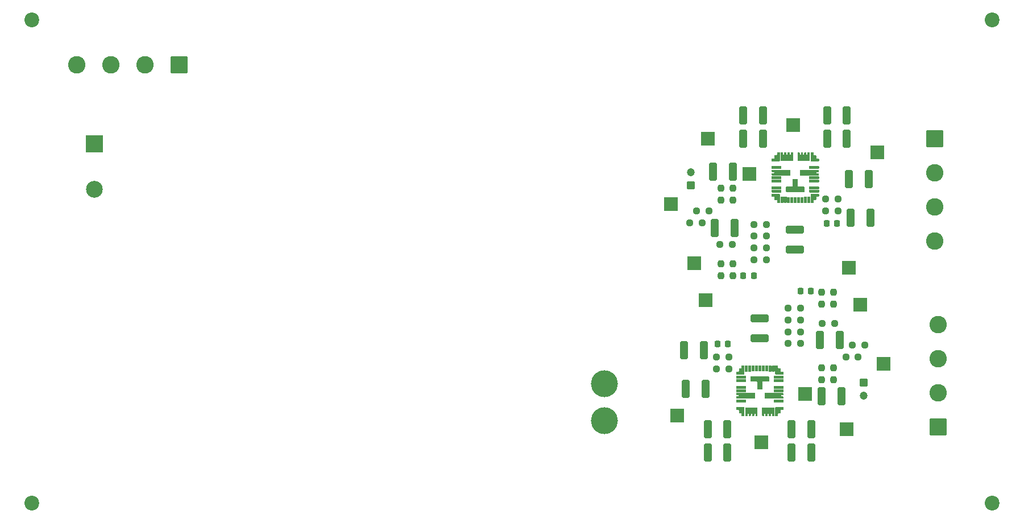
<source format=gbr>
%TF.GenerationSoftware,KiCad,Pcbnew,9.99.0-4546-gb76221958b*%
%TF.CreationDate,2025-12-28T23:01:28+05:30*%
%TF.ProjectId,universal-psu,756e6976-6572-4736-916c-2d7073752e6b,rev?*%
%TF.SameCoordinates,Original*%
%TF.FileFunction,Soldermask,Top*%
%TF.FilePolarity,Negative*%
%FSLAX46Y46*%
G04 Gerber Fmt 4.6, Leading zero omitted, Abs format (unit mm)*
G04 Created by KiCad (PCBNEW 9.99.0-4546-gb76221958b) date 2025-12-28 23:01:28*
%MOMM*%
%LPD*%
G01*
G04 APERTURE LIST*
G04 Aperture macros list*
%AMRoundRect*
0 Rectangle with rounded corners*
0 $1 Rounding radius*
0 $2 $3 $4 $5 $6 $7 $8 $9 X,Y pos of 4 corners*
0 Add a 4 corners polygon primitive as box body*
4,1,4,$2,$3,$4,$5,$6,$7,$8,$9,$2,$3,0*
0 Add four circle primitives for the rounded corners*
1,1,$1+$1,$2,$3*
1,1,$1+$1,$4,$5*
1,1,$1+$1,$6,$7*
1,1,$1+$1,$8,$9*
0 Add four rect primitives between the rounded corners*
20,1,$1+$1,$2,$3,$4,$5,0*
20,1,$1+$1,$4,$5,$6,$7,0*
20,1,$1+$1,$6,$7,$8,$9,0*
20,1,$1+$1,$8,$9,$2,$3,0*%
G04 Aperture macros list end*
%ADD10C,0.010000*%
%ADD11RoundRect,0.225000X-0.225000X-0.250000X0.225000X-0.250000X0.225000X0.250000X-0.225000X0.250000X0*%
%ADD12R,2.000000X2.000000*%
%ADD13RoundRect,0.250000X-0.325000X-1.100000X0.325000X-1.100000X0.325000X1.100000X-0.325000X1.100000X0*%
%ADD14RoundRect,0.237500X-0.250000X-0.237500X0.250000X-0.237500X0.250000X0.237500X-0.250000X0.237500X0*%
%ADD15RoundRect,0.237500X0.250000X0.237500X-0.250000X0.237500X-0.250000X-0.237500X0.250000X-0.237500X0*%
%ADD16RoundRect,0.250000X0.325000X1.100000X-0.325000X1.100000X-0.325000X-1.100000X0.325000X-1.100000X0*%
%ADD17RoundRect,0.237500X0.237500X-0.250000X0.237500X0.250000X-0.237500X0.250000X-0.237500X-0.250000X0*%
%ADD18C,2.200000*%
%ADD19RoundRect,0.250000X1.100000X-0.325000X1.100000X0.325000X-1.100000X0.325000X-1.100000X-0.325000X0*%
%ADD20RoundRect,0.237500X-0.237500X0.250000X-0.237500X-0.250000X0.237500X-0.250000X0.237500X0.250000X0*%
%ADD21RoundRect,0.250000X1.050000X-1.050000X1.050000X1.050000X-1.050000X1.050000X-1.050000X-1.050000X0*%
%ADD22C,2.600000*%
%ADD23RoundRect,0.250000X-1.050000X1.050000X-1.050000X-1.050000X1.050000X-1.050000X1.050000X1.050000X0*%
%ADD24RoundRect,0.250000X-1.100000X0.325000X-1.100000X-0.325000X1.100000X-0.325000X1.100000X0.325000X0*%
%ADD25RoundRect,0.250000X-0.350000X0.350000X-0.350000X-0.350000X0.350000X-0.350000X0.350000X0.350000X0*%
%ADD26C,1.200000*%
%ADD27RoundRect,0.250000X0.350000X-0.350000X0.350000X0.350000X-0.350000X0.350000X-0.350000X-0.350000X0*%
%ADD28RoundRect,0.250000X1.050000X1.050000X-1.050000X1.050000X-1.050000X-1.050000X1.050000X-1.050000X0*%
%ADD29R,2.500000X2.500000*%
%ADD30C,2.500000*%
%ADD31C,4.000000*%
%ADD32RoundRect,0.225000X0.225000X0.250000X-0.225000X0.250000X-0.225000X-0.250000X0.225000X-0.250000X0*%
G04 APERTURE END LIST*
D10*
%TO.C,PS2*%
X128460000Y-41801000D02*
X128466000Y-41801000D01*
X128471000Y-41802000D01*
X128476000Y-41803000D01*
X128481000Y-41805000D01*
X128486000Y-41807000D01*
X128491000Y-41809000D01*
X128495000Y-41811000D01*
X128500000Y-41813000D01*
X128504000Y-41816000D01*
X128509000Y-41819000D01*
X128513000Y-41822000D01*
X128517000Y-41826000D01*
X128521000Y-41829000D01*
X128524000Y-41833000D01*
X128528000Y-41837000D01*
X128531000Y-41841000D01*
X128534000Y-41846000D01*
X128537000Y-41850000D01*
X128539000Y-41855000D01*
X128541000Y-41859000D01*
X128543000Y-41864000D01*
X128545000Y-41869000D01*
X128547000Y-41874000D01*
X128548000Y-41879000D01*
X128549000Y-41884000D01*
X128549000Y-41890000D01*
X128550000Y-41895000D01*
X128550000Y-41900000D01*
X128550000Y-42050000D01*
X128550000Y-42055000D01*
X128549000Y-42060000D01*
X128549000Y-42066000D01*
X128548000Y-42071000D01*
X128547000Y-42076000D01*
X128545000Y-42081000D01*
X128543000Y-42086000D01*
X128541000Y-42091000D01*
X128539000Y-42095000D01*
X128537000Y-42100000D01*
X128534000Y-42104000D01*
X128531000Y-42109000D01*
X128528000Y-42113000D01*
X128524000Y-42117000D01*
X128521000Y-42121000D01*
X128517000Y-42124000D01*
X128513000Y-42128000D01*
X128509000Y-42131000D01*
X128504000Y-42134000D01*
X128500000Y-42137000D01*
X128495000Y-42139000D01*
X128491000Y-42141000D01*
X128486000Y-42143000D01*
X128481000Y-42145000D01*
X128476000Y-42147000D01*
X128471000Y-42148000D01*
X128466000Y-42149000D01*
X128460000Y-42149000D01*
X128455000Y-42150000D01*
X128450000Y-42150000D01*
X127250000Y-42150000D01*
X127245000Y-42150000D01*
X127240000Y-42149000D01*
X127234000Y-42149000D01*
X127229000Y-42148000D01*
X127224000Y-42147000D01*
X127219000Y-42145000D01*
X127214000Y-42143000D01*
X127209000Y-42141000D01*
X127205000Y-42139000D01*
X127200000Y-42137000D01*
X127196000Y-42134000D01*
X127191000Y-42131000D01*
X127187000Y-42128000D01*
X127183000Y-42124000D01*
X127179000Y-42121000D01*
X127176000Y-42117000D01*
X127172000Y-42113000D01*
X127169000Y-42109000D01*
X127166000Y-42104000D01*
X127163000Y-42100000D01*
X127161000Y-42095000D01*
X127159000Y-42091000D01*
X127157000Y-42086000D01*
X127155000Y-42081000D01*
X127153000Y-42076000D01*
X127152000Y-42071000D01*
X127151000Y-42066000D01*
X127151000Y-42060000D01*
X127150000Y-42055000D01*
X127150000Y-42050000D01*
X127150000Y-41900000D01*
X127150000Y-41895000D01*
X127151000Y-41890000D01*
X127151000Y-41884000D01*
X127152000Y-41879000D01*
X127153000Y-41874000D01*
X127155000Y-41869000D01*
X127157000Y-41864000D01*
X127159000Y-41859000D01*
X127161000Y-41855000D01*
X127163000Y-41850000D01*
X127166000Y-41846000D01*
X127169000Y-41841000D01*
X127172000Y-41837000D01*
X127176000Y-41833000D01*
X127179000Y-41829000D01*
X127183000Y-41826000D01*
X127187000Y-41822000D01*
X127191000Y-41819000D01*
X127196000Y-41816000D01*
X127200000Y-41813000D01*
X127205000Y-41811000D01*
X127209000Y-41809000D01*
X127214000Y-41807000D01*
X127219000Y-41805000D01*
X127224000Y-41803000D01*
X127229000Y-41802000D01*
X127234000Y-41801000D01*
X127240000Y-41801000D01*
X127245000Y-41800000D01*
X127250000Y-41800000D01*
X128450000Y-41800000D01*
X128455000Y-41800000D01*
X128460000Y-41801000D01*
G36*
X128460000Y-41801000D02*
G01*
X128466000Y-41801000D01*
X128471000Y-41802000D01*
X128476000Y-41803000D01*
X128481000Y-41805000D01*
X128486000Y-41807000D01*
X128491000Y-41809000D01*
X128495000Y-41811000D01*
X128500000Y-41813000D01*
X128504000Y-41816000D01*
X128509000Y-41819000D01*
X128513000Y-41822000D01*
X128517000Y-41826000D01*
X128521000Y-41829000D01*
X128524000Y-41833000D01*
X128528000Y-41837000D01*
X128531000Y-41841000D01*
X128534000Y-41846000D01*
X128537000Y-41850000D01*
X128539000Y-41855000D01*
X128541000Y-41859000D01*
X128543000Y-41864000D01*
X128545000Y-41869000D01*
X128547000Y-41874000D01*
X128548000Y-41879000D01*
X128549000Y-41884000D01*
X128549000Y-41890000D01*
X128550000Y-41895000D01*
X128550000Y-41900000D01*
X128550000Y-42050000D01*
X128550000Y-42055000D01*
X128549000Y-42060000D01*
X128549000Y-42066000D01*
X128548000Y-42071000D01*
X128547000Y-42076000D01*
X128545000Y-42081000D01*
X128543000Y-42086000D01*
X128541000Y-42091000D01*
X128539000Y-42095000D01*
X128537000Y-42100000D01*
X128534000Y-42104000D01*
X128531000Y-42109000D01*
X128528000Y-42113000D01*
X128524000Y-42117000D01*
X128521000Y-42121000D01*
X128517000Y-42124000D01*
X128513000Y-42128000D01*
X128509000Y-42131000D01*
X128504000Y-42134000D01*
X128500000Y-42137000D01*
X128495000Y-42139000D01*
X128491000Y-42141000D01*
X128486000Y-42143000D01*
X128481000Y-42145000D01*
X128476000Y-42147000D01*
X128471000Y-42148000D01*
X128466000Y-42149000D01*
X128460000Y-42149000D01*
X128455000Y-42150000D01*
X128450000Y-42150000D01*
X127250000Y-42150000D01*
X127245000Y-42150000D01*
X127240000Y-42149000D01*
X127234000Y-42149000D01*
X127229000Y-42148000D01*
X127224000Y-42147000D01*
X127219000Y-42145000D01*
X127214000Y-42143000D01*
X127209000Y-42141000D01*
X127205000Y-42139000D01*
X127200000Y-42137000D01*
X127196000Y-42134000D01*
X127191000Y-42131000D01*
X127187000Y-42128000D01*
X127183000Y-42124000D01*
X127179000Y-42121000D01*
X127176000Y-42117000D01*
X127172000Y-42113000D01*
X127169000Y-42109000D01*
X127166000Y-42104000D01*
X127163000Y-42100000D01*
X127161000Y-42095000D01*
X127159000Y-42091000D01*
X127157000Y-42086000D01*
X127155000Y-42081000D01*
X127153000Y-42076000D01*
X127152000Y-42071000D01*
X127151000Y-42066000D01*
X127151000Y-42060000D01*
X127150000Y-42055000D01*
X127150000Y-42050000D01*
X127150000Y-41900000D01*
X127150000Y-41895000D01*
X127151000Y-41890000D01*
X127151000Y-41884000D01*
X127152000Y-41879000D01*
X127153000Y-41874000D01*
X127155000Y-41869000D01*
X127157000Y-41864000D01*
X127159000Y-41859000D01*
X127161000Y-41855000D01*
X127163000Y-41850000D01*
X127166000Y-41846000D01*
X127169000Y-41841000D01*
X127172000Y-41837000D01*
X127176000Y-41833000D01*
X127179000Y-41829000D01*
X127183000Y-41826000D01*
X127187000Y-41822000D01*
X127191000Y-41819000D01*
X127196000Y-41816000D01*
X127200000Y-41813000D01*
X127205000Y-41811000D01*
X127209000Y-41809000D01*
X127214000Y-41807000D01*
X127219000Y-41805000D01*
X127224000Y-41803000D01*
X127229000Y-41802000D01*
X127234000Y-41801000D01*
X127240000Y-41801000D01*
X127245000Y-41800000D01*
X127250000Y-41800000D01*
X128450000Y-41800000D01*
X128455000Y-41800000D01*
X128460000Y-41801000D01*
G37*
X128460000Y-43301000D02*
X128466000Y-43301000D01*
X128471000Y-43302000D01*
X128476000Y-43303000D01*
X128481000Y-43305000D01*
X128486000Y-43307000D01*
X128491000Y-43309000D01*
X128495000Y-43311000D01*
X128500000Y-43313000D01*
X128504000Y-43316000D01*
X128509000Y-43319000D01*
X128513000Y-43322000D01*
X128517000Y-43326000D01*
X128521000Y-43329000D01*
X128524000Y-43333000D01*
X128528000Y-43337000D01*
X128531000Y-43341000D01*
X128534000Y-43346000D01*
X128537000Y-43350000D01*
X128539000Y-43355000D01*
X128541000Y-43359000D01*
X128543000Y-43364000D01*
X128545000Y-43369000D01*
X128547000Y-43374000D01*
X128548000Y-43379000D01*
X128549000Y-43384000D01*
X128549000Y-43390000D01*
X128550000Y-43395000D01*
X128550000Y-43400000D01*
X128550000Y-43550000D01*
X128550000Y-43555000D01*
X128549000Y-43560000D01*
X128549000Y-43566000D01*
X128548000Y-43571000D01*
X128547000Y-43576000D01*
X128545000Y-43581000D01*
X128543000Y-43586000D01*
X128541000Y-43591000D01*
X128539000Y-43595000D01*
X128537000Y-43600000D01*
X128534000Y-43604000D01*
X128531000Y-43609000D01*
X128528000Y-43613000D01*
X128524000Y-43617000D01*
X128521000Y-43621000D01*
X128517000Y-43624000D01*
X128513000Y-43628000D01*
X128509000Y-43631000D01*
X128504000Y-43634000D01*
X128500000Y-43637000D01*
X128495000Y-43639000D01*
X128491000Y-43641000D01*
X128486000Y-43643000D01*
X128481000Y-43645000D01*
X128476000Y-43647000D01*
X128471000Y-43648000D01*
X128466000Y-43649000D01*
X128460000Y-43649000D01*
X128455000Y-43650000D01*
X128450000Y-43650000D01*
X127250000Y-43650000D01*
X127245000Y-43650000D01*
X127240000Y-43649000D01*
X127234000Y-43649000D01*
X127229000Y-43648000D01*
X127224000Y-43647000D01*
X127219000Y-43645000D01*
X127214000Y-43643000D01*
X127209000Y-43641000D01*
X127205000Y-43639000D01*
X127200000Y-43637000D01*
X127196000Y-43634000D01*
X127191000Y-43631000D01*
X127187000Y-43628000D01*
X127183000Y-43624000D01*
X127179000Y-43621000D01*
X127176000Y-43617000D01*
X127172000Y-43613000D01*
X127169000Y-43609000D01*
X127166000Y-43604000D01*
X127163000Y-43600000D01*
X127161000Y-43595000D01*
X127159000Y-43591000D01*
X127157000Y-43586000D01*
X127155000Y-43581000D01*
X127153000Y-43576000D01*
X127152000Y-43571000D01*
X127151000Y-43566000D01*
X127151000Y-43560000D01*
X127150000Y-43555000D01*
X127150000Y-43550000D01*
X127150000Y-43400000D01*
X127150000Y-43395000D01*
X127151000Y-43390000D01*
X127151000Y-43384000D01*
X127152000Y-43379000D01*
X127153000Y-43374000D01*
X127155000Y-43369000D01*
X127157000Y-43364000D01*
X127159000Y-43359000D01*
X127161000Y-43355000D01*
X127163000Y-43350000D01*
X127166000Y-43346000D01*
X127169000Y-43341000D01*
X127172000Y-43337000D01*
X127176000Y-43333000D01*
X127179000Y-43329000D01*
X127183000Y-43326000D01*
X127187000Y-43322000D01*
X127191000Y-43319000D01*
X127196000Y-43316000D01*
X127200000Y-43313000D01*
X127205000Y-43311000D01*
X127209000Y-43309000D01*
X127214000Y-43307000D01*
X127219000Y-43305000D01*
X127224000Y-43303000D01*
X127229000Y-43302000D01*
X127234000Y-43301000D01*
X127240000Y-43301000D01*
X127245000Y-43300000D01*
X127250000Y-43300000D01*
X128450000Y-43300000D01*
X128455000Y-43300000D01*
X128460000Y-43301000D01*
G36*
X128460000Y-43301000D02*
G01*
X128466000Y-43301000D01*
X128471000Y-43302000D01*
X128476000Y-43303000D01*
X128481000Y-43305000D01*
X128486000Y-43307000D01*
X128491000Y-43309000D01*
X128495000Y-43311000D01*
X128500000Y-43313000D01*
X128504000Y-43316000D01*
X128509000Y-43319000D01*
X128513000Y-43322000D01*
X128517000Y-43326000D01*
X128521000Y-43329000D01*
X128524000Y-43333000D01*
X128528000Y-43337000D01*
X128531000Y-43341000D01*
X128534000Y-43346000D01*
X128537000Y-43350000D01*
X128539000Y-43355000D01*
X128541000Y-43359000D01*
X128543000Y-43364000D01*
X128545000Y-43369000D01*
X128547000Y-43374000D01*
X128548000Y-43379000D01*
X128549000Y-43384000D01*
X128549000Y-43390000D01*
X128550000Y-43395000D01*
X128550000Y-43400000D01*
X128550000Y-43550000D01*
X128550000Y-43555000D01*
X128549000Y-43560000D01*
X128549000Y-43566000D01*
X128548000Y-43571000D01*
X128547000Y-43576000D01*
X128545000Y-43581000D01*
X128543000Y-43586000D01*
X128541000Y-43591000D01*
X128539000Y-43595000D01*
X128537000Y-43600000D01*
X128534000Y-43604000D01*
X128531000Y-43609000D01*
X128528000Y-43613000D01*
X128524000Y-43617000D01*
X128521000Y-43621000D01*
X128517000Y-43624000D01*
X128513000Y-43628000D01*
X128509000Y-43631000D01*
X128504000Y-43634000D01*
X128500000Y-43637000D01*
X128495000Y-43639000D01*
X128491000Y-43641000D01*
X128486000Y-43643000D01*
X128481000Y-43645000D01*
X128476000Y-43647000D01*
X128471000Y-43648000D01*
X128466000Y-43649000D01*
X128460000Y-43649000D01*
X128455000Y-43650000D01*
X128450000Y-43650000D01*
X127250000Y-43650000D01*
X127245000Y-43650000D01*
X127240000Y-43649000D01*
X127234000Y-43649000D01*
X127229000Y-43648000D01*
X127224000Y-43647000D01*
X127219000Y-43645000D01*
X127214000Y-43643000D01*
X127209000Y-43641000D01*
X127205000Y-43639000D01*
X127200000Y-43637000D01*
X127196000Y-43634000D01*
X127191000Y-43631000D01*
X127187000Y-43628000D01*
X127183000Y-43624000D01*
X127179000Y-43621000D01*
X127176000Y-43617000D01*
X127172000Y-43613000D01*
X127169000Y-43609000D01*
X127166000Y-43604000D01*
X127163000Y-43600000D01*
X127161000Y-43595000D01*
X127159000Y-43591000D01*
X127157000Y-43586000D01*
X127155000Y-43581000D01*
X127153000Y-43576000D01*
X127152000Y-43571000D01*
X127151000Y-43566000D01*
X127151000Y-43560000D01*
X127150000Y-43555000D01*
X127150000Y-43550000D01*
X127150000Y-43400000D01*
X127150000Y-43395000D01*
X127151000Y-43390000D01*
X127151000Y-43384000D01*
X127152000Y-43379000D01*
X127153000Y-43374000D01*
X127155000Y-43369000D01*
X127157000Y-43364000D01*
X127159000Y-43359000D01*
X127161000Y-43355000D01*
X127163000Y-43350000D01*
X127166000Y-43346000D01*
X127169000Y-43341000D01*
X127172000Y-43337000D01*
X127176000Y-43333000D01*
X127179000Y-43329000D01*
X127183000Y-43326000D01*
X127187000Y-43322000D01*
X127191000Y-43319000D01*
X127196000Y-43316000D01*
X127200000Y-43313000D01*
X127205000Y-43311000D01*
X127209000Y-43309000D01*
X127214000Y-43307000D01*
X127219000Y-43305000D01*
X127224000Y-43303000D01*
X127229000Y-43302000D01*
X127234000Y-43301000D01*
X127240000Y-43301000D01*
X127245000Y-43300000D01*
X127250000Y-43300000D01*
X128450000Y-43300000D01*
X128455000Y-43300000D01*
X128460000Y-43301000D01*
G37*
X128460000Y-43801000D02*
X128466000Y-43801000D01*
X128471000Y-43802000D01*
X128476000Y-43803000D01*
X128481000Y-43805000D01*
X128486000Y-43807000D01*
X128491000Y-43809000D01*
X128495000Y-43811000D01*
X128500000Y-43813000D01*
X128504000Y-43816000D01*
X128509000Y-43819000D01*
X128513000Y-43822000D01*
X128517000Y-43826000D01*
X128521000Y-43829000D01*
X128524000Y-43833000D01*
X128528000Y-43837000D01*
X128531000Y-43841000D01*
X128534000Y-43846000D01*
X128537000Y-43850000D01*
X128539000Y-43855000D01*
X128541000Y-43859000D01*
X128543000Y-43864000D01*
X128545000Y-43869000D01*
X128547000Y-43874000D01*
X128548000Y-43879000D01*
X128549000Y-43884000D01*
X128549000Y-43890000D01*
X128550000Y-43895000D01*
X128550000Y-43900000D01*
X128550000Y-44050000D01*
X128550000Y-44055000D01*
X128549000Y-44060000D01*
X128549000Y-44066000D01*
X128548000Y-44071000D01*
X128547000Y-44076000D01*
X128545000Y-44081000D01*
X128543000Y-44086000D01*
X128541000Y-44091000D01*
X128539000Y-44095000D01*
X128537000Y-44100000D01*
X128534000Y-44104000D01*
X128531000Y-44109000D01*
X128528000Y-44113000D01*
X128524000Y-44117000D01*
X128521000Y-44121000D01*
X128517000Y-44124000D01*
X128513000Y-44128000D01*
X128509000Y-44131000D01*
X128504000Y-44134000D01*
X128500000Y-44137000D01*
X128495000Y-44139000D01*
X128491000Y-44141000D01*
X128486000Y-44143000D01*
X128481000Y-44145000D01*
X128476000Y-44147000D01*
X128471000Y-44148000D01*
X128466000Y-44149000D01*
X128460000Y-44149000D01*
X128455000Y-44150000D01*
X128450000Y-44150000D01*
X127250000Y-44150000D01*
X127245000Y-44150000D01*
X127240000Y-44149000D01*
X127234000Y-44149000D01*
X127229000Y-44148000D01*
X127224000Y-44147000D01*
X127219000Y-44145000D01*
X127214000Y-44143000D01*
X127209000Y-44141000D01*
X127205000Y-44139000D01*
X127200000Y-44137000D01*
X127196000Y-44134000D01*
X127191000Y-44131000D01*
X127187000Y-44128000D01*
X127183000Y-44124000D01*
X127179000Y-44121000D01*
X127176000Y-44117000D01*
X127172000Y-44113000D01*
X127169000Y-44109000D01*
X127166000Y-44104000D01*
X127163000Y-44100000D01*
X127161000Y-44095000D01*
X127159000Y-44091000D01*
X127157000Y-44086000D01*
X127155000Y-44081000D01*
X127153000Y-44076000D01*
X127152000Y-44071000D01*
X127151000Y-44066000D01*
X127151000Y-44060000D01*
X127150000Y-44055000D01*
X127150000Y-44050000D01*
X127150000Y-43900000D01*
X127150000Y-43895000D01*
X127151000Y-43890000D01*
X127151000Y-43884000D01*
X127152000Y-43879000D01*
X127153000Y-43874000D01*
X127155000Y-43869000D01*
X127157000Y-43864000D01*
X127159000Y-43859000D01*
X127161000Y-43855000D01*
X127163000Y-43850000D01*
X127166000Y-43846000D01*
X127169000Y-43841000D01*
X127172000Y-43837000D01*
X127176000Y-43833000D01*
X127179000Y-43829000D01*
X127183000Y-43826000D01*
X127187000Y-43822000D01*
X127191000Y-43819000D01*
X127196000Y-43816000D01*
X127200000Y-43813000D01*
X127205000Y-43811000D01*
X127209000Y-43809000D01*
X127214000Y-43807000D01*
X127219000Y-43805000D01*
X127224000Y-43803000D01*
X127229000Y-43802000D01*
X127234000Y-43801000D01*
X127240000Y-43801000D01*
X127245000Y-43800000D01*
X127250000Y-43800000D01*
X128450000Y-43800000D01*
X128455000Y-43800000D01*
X128460000Y-43801000D01*
G36*
X128460000Y-43801000D02*
G01*
X128466000Y-43801000D01*
X128471000Y-43802000D01*
X128476000Y-43803000D01*
X128481000Y-43805000D01*
X128486000Y-43807000D01*
X128491000Y-43809000D01*
X128495000Y-43811000D01*
X128500000Y-43813000D01*
X128504000Y-43816000D01*
X128509000Y-43819000D01*
X128513000Y-43822000D01*
X128517000Y-43826000D01*
X128521000Y-43829000D01*
X128524000Y-43833000D01*
X128528000Y-43837000D01*
X128531000Y-43841000D01*
X128534000Y-43846000D01*
X128537000Y-43850000D01*
X128539000Y-43855000D01*
X128541000Y-43859000D01*
X128543000Y-43864000D01*
X128545000Y-43869000D01*
X128547000Y-43874000D01*
X128548000Y-43879000D01*
X128549000Y-43884000D01*
X128549000Y-43890000D01*
X128550000Y-43895000D01*
X128550000Y-43900000D01*
X128550000Y-44050000D01*
X128550000Y-44055000D01*
X128549000Y-44060000D01*
X128549000Y-44066000D01*
X128548000Y-44071000D01*
X128547000Y-44076000D01*
X128545000Y-44081000D01*
X128543000Y-44086000D01*
X128541000Y-44091000D01*
X128539000Y-44095000D01*
X128537000Y-44100000D01*
X128534000Y-44104000D01*
X128531000Y-44109000D01*
X128528000Y-44113000D01*
X128524000Y-44117000D01*
X128521000Y-44121000D01*
X128517000Y-44124000D01*
X128513000Y-44128000D01*
X128509000Y-44131000D01*
X128504000Y-44134000D01*
X128500000Y-44137000D01*
X128495000Y-44139000D01*
X128491000Y-44141000D01*
X128486000Y-44143000D01*
X128481000Y-44145000D01*
X128476000Y-44147000D01*
X128471000Y-44148000D01*
X128466000Y-44149000D01*
X128460000Y-44149000D01*
X128455000Y-44150000D01*
X128450000Y-44150000D01*
X127250000Y-44150000D01*
X127245000Y-44150000D01*
X127240000Y-44149000D01*
X127234000Y-44149000D01*
X127229000Y-44148000D01*
X127224000Y-44147000D01*
X127219000Y-44145000D01*
X127214000Y-44143000D01*
X127209000Y-44141000D01*
X127205000Y-44139000D01*
X127200000Y-44137000D01*
X127196000Y-44134000D01*
X127191000Y-44131000D01*
X127187000Y-44128000D01*
X127183000Y-44124000D01*
X127179000Y-44121000D01*
X127176000Y-44117000D01*
X127172000Y-44113000D01*
X127169000Y-44109000D01*
X127166000Y-44104000D01*
X127163000Y-44100000D01*
X127161000Y-44095000D01*
X127159000Y-44091000D01*
X127157000Y-44086000D01*
X127155000Y-44081000D01*
X127153000Y-44076000D01*
X127152000Y-44071000D01*
X127151000Y-44066000D01*
X127151000Y-44060000D01*
X127150000Y-44055000D01*
X127150000Y-44050000D01*
X127150000Y-43900000D01*
X127150000Y-43895000D01*
X127151000Y-43890000D01*
X127151000Y-43884000D01*
X127152000Y-43879000D01*
X127153000Y-43874000D01*
X127155000Y-43869000D01*
X127157000Y-43864000D01*
X127159000Y-43859000D01*
X127161000Y-43855000D01*
X127163000Y-43850000D01*
X127166000Y-43846000D01*
X127169000Y-43841000D01*
X127172000Y-43837000D01*
X127176000Y-43833000D01*
X127179000Y-43829000D01*
X127183000Y-43826000D01*
X127187000Y-43822000D01*
X127191000Y-43819000D01*
X127196000Y-43816000D01*
X127200000Y-43813000D01*
X127205000Y-43811000D01*
X127209000Y-43809000D01*
X127214000Y-43807000D01*
X127219000Y-43805000D01*
X127224000Y-43803000D01*
X127229000Y-43802000D01*
X127234000Y-43801000D01*
X127240000Y-43801000D01*
X127245000Y-43800000D01*
X127250000Y-43800000D01*
X128450000Y-43800000D01*
X128455000Y-43800000D01*
X128460000Y-43801000D01*
G37*
X128460000Y-44801000D02*
X128466000Y-44801000D01*
X128471000Y-44802000D01*
X128476000Y-44803000D01*
X128481000Y-44805000D01*
X128486000Y-44807000D01*
X128491000Y-44809000D01*
X128495000Y-44811000D01*
X128500000Y-44813000D01*
X128504000Y-44816000D01*
X128509000Y-44819000D01*
X128513000Y-44822000D01*
X128517000Y-44826000D01*
X128521000Y-44829000D01*
X128524000Y-44833000D01*
X128528000Y-44837000D01*
X128531000Y-44841000D01*
X128534000Y-44846000D01*
X128537000Y-44850000D01*
X128539000Y-44855000D01*
X128541000Y-44859000D01*
X128543000Y-44864000D01*
X128545000Y-44869000D01*
X128547000Y-44874000D01*
X128548000Y-44879000D01*
X128549000Y-44884000D01*
X128549000Y-44890000D01*
X128550000Y-44895000D01*
X128550000Y-44900000D01*
X128550000Y-45050000D01*
X128550000Y-45055000D01*
X128549000Y-45060000D01*
X128549000Y-45066000D01*
X128548000Y-45071000D01*
X128547000Y-45076000D01*
X128545000Y-45081000D01*
X128543000Y-45086000D01*
X128541000Y-45091000D01*
X128539000Y-45095000D01*
X128537000Y-45100000D01*
X128534000Y-45104000D01*
X128531000Y-45109000D01*
X128528000Y-45113000D01*
X128524000Y-45117000D01*
X128521000Y-45121000D01*
X128517000Y-45124000D01*
X128513000Y-45128000D01*
X128509000Y-45131000D01*
X128504000Y-45134000D01*
X128500000Y-45137000D01*
X128495000Y-45139000D01*
X128491000Y-45141000D01*
X128486000Y-45143000D01*
X128481000Y-45145000D01*
X128476000Y-45147000D01*
X128471000Y-45148000D01*
X128466000Y-45149000D01*
X128460000Y-45149000D01*
X128455000Y-45150000D01*
X128450000Y-45150000D01*
X127250000Y-45150000D01*
X127245000Y-45150000D01*
X127240000Y-45149000D01*
X127234000Y-45149000D01*
X127229000Y-45148000D01*
X127224000Y-45147000D01*
X127219000Y-45145000D01*
X127214000Y-45143000D01*
X127209000Y-45141000D01*
X127205000Y-45139000D01*
X127200000Y-45137000D01*
X127196000Y-45134000D01*
X127191000Y-45131000D01*
X127187000Y-45128000D01*
X127183000Y-45124000D01*
X127179000Y-45121000D01*
X127176000Y-45117000D01*
X127172000Y-45113000D01*
X127169000Y-45109000D01*
X127166000Y-45104000D01*
X127163000Y-45100000D01*
X127161000Y-45095000D01*
X127159000Y-45091000D01*
X127157000Y-45086000D01*
X127155000Y-45081000D01*
X127153000Y-45076000D01*
X127152000Y-45071000D01*
X127151000Y-45066000D01*
X127151000Y-45060000D01*
X127150000Y-45055000D01*
X127150000Y-45050000D01*
X127150000Y-44900000D01*
X127150000Y-44895000D01*
X127151000Y-44890000D01*
X127151000Y-44884000D01*
X127152000Y-44879000D01*
X127153000Y-44874000D01*
X127155000Y-44869000D01*
X127157000Y-44864000D01*
X127159000Y-44859000D01*
X127161000Y-44855000D01*
X127163000Y-44850000D01*
X127166000Y-44846000D01*
X127169000Y-44841000D01*
X127172000Y-44837000D01*
X127176000Y-44833000D01*
X127179000Y-44829000D01*
X127183000Y-44826000D01*
X127187000Y-44822000D01*
X127191000Y-44819000D01*
X127196000Y-44816000D01*
X127200000Y-44813000D01*
X127205000Y-44811000D01*
X127209000Y-44809000D01*
X127214000Y-44807000D01*
X127219000Y-44805000D01*
X127224000Y-44803000D01*
X127229000Y-44802000D01*
X127234000Y-44801000D01*
X127240000Y-44801000D01*
X127245000Y-44800000D01*
X127250000Y-44800000D01*
X128450000Y-44800000D01*
X128455000Y-44800000D01*
X128460000Y-44801000D01*
G36*
X128460000Y-44801000D02*
G01*
X128466000Y-44801000D01*
X128471000Y-44802000D01*
X128476000Y-44803000D01*
X128481000Y-44805000D01*
X128486000Y-44807000D01*
X128491000Y-44809000D01*
X128495000Y-44811000D01*
X128500000Y-44813000D01*
X128504000Y-44816000D01*
X128509000Y-44819000D01*
X128513000Y-44822000D01*
X128517000Y-44826000D01*
X128521000Y-44829000D01*
X128524000Y-44833000D01*
X128528000Y-44837000D01*
X128531000Y-44841000D01*
X128534000Y-44846000D01*
X128537000Y-44850000D01*
X128539000Y-44855000D01*
X128541000Y-44859000D01*
X128543000Y-44864000D01*
X128545000Y-44869000D01*
X128547000Y-44874000D01*
X128548000Y-44879000D01*
X128549000Y-44884000D01*
X128549000Y-44890000D01*
X128550000Y-44895000D01*
X128550000Y-44900000D01*
X128550000Y-45050000D01*
X128550000Y-45055000D01*
X128549000Y-45060000D01*
X128549000Y-45066000D01*
X128548000Y-45071000D01*
X128547000Y-45076000D01*
X128545000Y-45081000D01*
X128543000Y-45086000D01*
X128541000Y-45091000D01*
X128539000Y-45095000D01*
X128537000Y-45100000D01*
X128534000Y-45104000D01*
X128531000Y-45109000D01*
X128528000Y-45113000D01*
X128524000Y-45117000D01*
X128521000Y-45121000D01*
X128517000Y-45124000D01*
X128513000Y-45128000D01*
X128509000Y-45131000D01*
X128504000Y-45134000D01*
X128500000Y-45137000D01*
X128495000Y-45139000D01*
X128491000Y-45141000D01*
X128486000Y-45143000D01*
X128481000Y-45145000D01*
X128476000Y-45147000D01*
X128471000Y-45148000D01*
X128466000Y-45149000D01*
X128460000Y-45149000D01*
X128455000Y-45150000D01*
X128450000Y-45150000D01*
X127250000Y-45150000D01*
X127245000Y-45150000D01*
X127240000Y-45149000D01*
X127234000Y-45149000D01*
X127229000Y-45148000D01*
X127224000Y-45147000D01*
X127219000Y-45145000D01*
X127214000Y-45143000D01*
X127209000Y-45141000D01*
X127205000Y-45139000D01*
X127200000Y-45137000D01*
X127196000Y-45134000D01*
X127191000Y-45131000D01*
X127187000Y-45128000D01*
X127183000Y-45124000D01*
X127179000Y-45121000D01*
X127176000Y-45117000D01*
X127172000Y-45113000D01*
X127169000Y-45109000D01*
X127166000Y-45104000D01*
X127163000Y-45100000D01*
X127161000Y-45095000D01*
X127159000Y-45091000D01*
X127157000Y-45086000D01*
X127155000Y-45081000D01*
X127153000Y-45076000D01*
X127152000Y-45071000D01*
X127151000Y-45066000D01*
X127151000Y-45060000D01*
X127150000Y-45055000D01*
X127150000Y-45050000D01*
X127150000Y-44900000D01*
X127150000Y-44895000D01*
X127151000Y-44890000D01*
X127151000Y-44884000D01*
X127152000Y-44879000D01*
X127153000Y-44874000D01*
X127155000Y-44869000D01*
X127157000Y-44864000D01*
X127159000Y-44859000D01*
X127161000Y-44855000D01*
X127163000Y-44850000D01*
X127166000Y-44846000D01*
X127169000Y-44841000D01*
X127172000Y-44837000D01*
X127176000Y-44833000D01*
X127179000Y-44829000D01*
X127183000Y-44826000D01*
X127187000Y-44822000D01*
X127191000Y-44819000D01*
X127196000Y-44816000D01*
X127200000Y-44813000D01*
X127205000Y-44811000D01*
X127209000Y-44809000D01*
X127214000Y-44807000D01*
X127219000Y-44805000D01*
X127224000Y-44803000D01*
X127229000Y-44802000D01*
X127234000Y-44801000D01*
X127240000Y-44801000D01*
X127245000Y-44800000D01*
X127250000Y-44800000D01*
X128450000Y-44800000D01*
X128455000Y-44800000D01*
X128460000Y-44801000D01*
G37*
X128460000Y-45301000D02*
X128466000Y-45301000D01*
X128471000Y-45302000D01*
X128476000Y-45303000D01*
X128481000Y-45305000D01*
X128486000Y-45307000D01*
X128491000Y-45309000D01*
X128495000Y-45311000D01*
X128500000Y-45313000D01*
X128504000Y-45316000D01*
X128509000Y-45319000D01*
X128513000Y-45322000D01*
X128517000Y-45326000D01*
X128521000Y-45329000D01*
X128524000Y-45333000D01*
X128528000Y-45337000D01*
X128531000Y-45341000D01*
X128534000Y-45346000D01*
X128537000Y-45350000D01*
X128539000Y-45355000D01*
X128541000Y-45359000D01*
X128543000Y-45364000D01*
X128545000Y-45369000D01*
X128547000Y-45374000D01*
X128548000Y-45379000D01*
X128549000Y-45384000D01*
X128549000Y-45390000D01*
X128550000Y-45395000D01*
X128550000Y-45400000D01*
X128550000Y-45550000D01*
X128550000Y-45555000D01*
X128549000Y-45560000D01*
X128549000Y-45566000D01*
X128548000Y-45571000D01*
X128547000Y-45576000D01*
X128545000Y-45581000D01*
X128543000Y-45586000D01*
X128541000Y-45591000D01*
X128539000Y-45595000D01*
X128537000Y-45600000D01*
X128534000Y-45604000D01*
X128531000Y-45609000D01*
X128528000Y-45613000D01*
X128524000Y-45617000D01*
X128521000Y-45621000D01*
X128517000Y-45624000D01*
X128513000Y-45628000D01*
X128509000Y-45631000D01*
X128504000Y-45634000D01*
X128500000Y-45637000D01*
X128495000Y-45639000D01*
X128491000Y-45641000D01*
X128486000Y-45643000D01*
X128481000Y-45645000D01*
X128476000Y-45647000D01*
X128471000Y-45648000D01*
X128466000Y-45649000D01*
X128460000Y-45649000D01*
X128455000Y-45650000D01*
X128450000Y-45650000D01*
X127250000Y-45650000D01*
X127245000Y-45650000D01*
X127240000Y-45649000D01*
X127234000Y-45649000D01*
X127229000Y-45648000D01*
X127224000Y-45647000D01*
X127219000Y-45645000D01*
X127214000Y-45643000D01*
X127209000Y-45641000D01*
X127205000Y-45639000D01*
X127200000Y-45637000D01*
X127196000Y-45634000D01*
X127191000Y-45631000D01*
X127187000Y-45628000D01*
X127183000Y-45624000D01*
X127179000Y-45621000D01*
X127176000Y-45617000D01*
X127172000Y-45613000D01*
X127169000Y-45609000D01*
X127166000Y-45604000D01*
X127163000Y-45600000D01*
X127161000Y-45595000D01*
X127159000Y-45591000D01*
X127157000Y-45586000D01*
X127155000Y-45581000D01*
X127153000Y-45576000D01*
X127152000Y-45571000D01*
X127151000Y-45566000D01*
X127151000Y-45560000D01*
X127150000Y-45555000D01*
X127150000Y-45550000D01*
X127150000Y-45400000D01*
X127150000Y-45395000D01*
X127151000Y-45390000D01*
X127151000Y-45384000D01*
X127152000Y-45379000D01*
X127153000Y-45374000D01*
X127155000Y-45369000D01*
X127157000Y-45364000D01*
X127159000Y-45359000D01*
X127161000Y-45355000D01*
X127163000Y-45350000D01*
X127166000Y-45346000D01*
X127169000Y-45341000D01*
X127172000Y-45337000D01*
X127176000Y-45333000D01*
X127179000Y-45329000D01*
X127183000Y-45326000D01*
X127187000Y-45322000D01*
X127191000Y-45319000D01*
X127196000Y-45316000D01*
X127200000Y-45313000D01*
X127205000Y-45311000D01*
X127209000Y-45309000D01*
X127214000Y-45307000D01*
X127219000Y-45305000D01*
X127224000Y-45303000D01*
X127229000Y-45302000D01*
X127234000Y-45301000D01*
X127240000Y-45301000D01*
X127245000Y-45300000D01*
X127250000Y-45300000D01*
X128450000Y-45300000D01*
X128455000Y-45300000D01*
X128460000Y-45301000D01*
G36*
X128460000Y-45301000D02*
G01*
X128466000Y-45301000D01*
X128471000Y-45302000D01*
X128476000Y-45303000D01*
X128481000Y-45305000D01*
X128486000Y-45307000D01*
X128491000Y-45309000D01*
X128495000Y-45311000D01*
X128500000Y-45313000D01*
X128504000Y-45316000D01*
X128509000Y-45319000D01*
X128513000Y-45322000D01*
X128517000Y-45326000D01*
X128521000Y-45329000D01*
X128524000Y-45333000D01*
X128528000Y-45337000D01*
X128531000Y-45341000D01*
X128534000Y-45346000D01*
X128537000Y-45350000D01*
X128539000Y-45355000D01*
X128541000Y-45359000D01*
X128543000Y-45364000D01*
X128545000Y-45369000D01*
X128547000Y-45374000D01*
X128548000Y-45379000D01*
X128549000Y-45384000D01*
X128549000Y-45390000D01*
X128550000Y-45395000D01*
X128550000Y-45400000D01*
X128550000Y-45550000D01*
X128550000Y-45555000D01*
X128549000Y-45560000D01*
X128549000Y-45566000D01*
X128548000Y-45571000D01*
X128547000Y-45576000D01*
X128545000Y-45581000D01*
X128543000Y-45586000D01*
X128541000Y-45591000D01*
X128539000Y-45595000D01*
X128537000Y-45600000D01*
X128534000Y-45604000D01*
X128531000Y-45609000D01*
X128528000Y-45613000D01*
X128524000Y-45617000D01*
X128521000Y-45621000D01*
X128517000Y-45624000D01*
X128513000Y-45628000D01*
X128509000Y-45631000D01*
X128504000Y-45634000D01*
X128500000Y-45637000D01*
X128495000Y-45639000D01*
X128491000Y-45641000D01*
X128486000Y-45643000D01*
X128481000Y-45645000D01*
X128476000Y-45647000D01*
X128471000Y-45648000D01*
X128466000Y-45649000D01*
X128460000Y-45649000D01*
X128455000Y-45650000D01*
X128450000Y-45650000D01*
X127250000Y-45650000D01*
X127245000Y-45650000D01*
X127240000Y-45649000D01*
X127234000Y-45649000D01*
X127229000Y-45648000D01*
X127224000Y-45647000D01*
X127219000Y-45645000D01*
X127214000Y-45643000D01*
X127209000Y-45641000D01*
X127205000Y-45639000D01*
X127200000Y-45637000D01*
X127196000Y-45634000D01*
X127191000Y-45631000D01*
X127187000Y-45628000D01*
X127183000Y-45624000D01*
X127179000Y-45621000D01*
X127176000Y-45617000D01*
X127172000Y-45613000D01*
X127169000Y-45609000D01*
X127166000Y-45604000D01*
X127163000Y-45600000D01*
X127161000Y-45595000D01*
X127159000Y-45591000D01*
X127157000Y-45586000D01*
X127155000Y-45581000D01*
X127153000Y-45576000D01*
X127152000Y-45571000D01*
X127151000Y-45566000D01*
X127151000Y-45560000D01*
X127150000Y-45555000D01*
X127150000Y-45550000D01*
X127150000Y-45400000D01*
X127150000Y-45395000D01*
X127151000Y-45390000D01*
X127151000Y-45384000D01*
X127152000Y-45379000D01*
X127153000Y-45374000D01*
X127155000Y-45369000D01*
X127157000Y-45364000D01*
X127159000Y-45359000D01*
X127161000Y-45355000D01*
X127163000Y-45350000D01*
X127166000Y-45346000D01*
X127169000Y-45341000D01*
X127172000Y-45337000D01*
X127176000Y-45333000D01*
X127179000Y-45329000D01*
X127183000Y-45326000D01*
X127187000Y-45322000D01*
X127191000Y-45319000D01*
X127196000Y-45316000D01*
X127200000Y-45313000D01*
X127205000Y-45311000D01*
X127209000Y-45309000D01*
X127214000Y-45307000D01*
X127219000Y-45305000D01*
X127224000Y-45303000D01*
X127229000Y-45302000D01*
X127234000Y-45301000D01*
X127240000Y-45301000D01*
X127245000Y-45300000D01*
X127250000Y-45300000D01*
X128450000Y-45300000D01*
X128455000Y-45300000D01*
X128460000Y-45301000D01*
G37*
X128735000Y-46326000D02*
X128741000Y-46326000D01*
X128746000Y-46327000D01*
X128751000Y-46328000D01*
X128756000Y-46330000D01*
X128761000Y-46332000D01*
X128766000Y-46334000D01*
X128770000Y-46336000D01*
X128775000Y-46338000D01*
X128779000Y-46341000D01*
X128784000Y-46344000D01*
X128788000Y-46347000D01*
X128792000Y-46351000D01*
X128796000Y-46354000D01*
X128799000Y-46358000D01*
X128803000Y-46362000D01*
X128806000Y-46366000D01*
X128809000Y-46371000D01*
X128812000Y-46375000D01*
X128814000Y-46380000D01*
X128816000Y-46384000D01*
X128818000Y-46389000D01*
X128820000Y-46394000D01*
X128822000Y-46399000D01*
X128823000Y-46404000D01*
X128824000Y-46409000D01*
X128824000Y-46415000D01*
X128825000Y-46420000D01*
X128825000Y-46425000D01*
X128825000Y-47125000D01*
X128825000Y-47130000D01*
X128824000Y-47135000D01*
X128824000Y-47141000D01*
X128823000Y-47146000D01*
X128822000Y-47151000D01*
X128820000Y-47156000D01*
X128818000Y-47161000D01*
X128816000Y-47166000D01*
X128814000Y-47170000D01*
X128812000Y-47175000D01*
X128809000Y-47179000D01*
X128806000Y-47184000D01*
X128803000Y-47188000D01*
X128799000Y-47192000D01*
X128796000Y-47196000D01*
X128792000Y-47199000D01*
X128788000Y-47203000D01*
X128784000Y-47206000D01*
X128779000Y-47209000D01*
X128775000Y-47212000D01*
X128770000Y-47214000D01*
X128766000Y-47216000D01*
X128761000Y-47218000D01*
X128756000Y-47220000D01*
X128751000Y-47222000D01*
X128746000Y-47223000D01*
X128741000Y-47224000D01*
X128735000Y-47224000D01*
X128730000Y-47225000D01*
X128725000Y-47225000D01*
X128575000Y-47225000D01*
X128570000Y-47225000D01*
X128565000Y-47224000D01*
X128559000Y-47224000D01*
X128554000Y-47223000D01*
X128549000Y-47222000D01*
X128544000Y-47220000D01*
X128539000Y-47218000D01*
X128534000Y-47216000D01*
X128530000Y-47214000D01*
X128525000Y-47212000D01*
X128521000Y-47209000D01*
X128516000Y-47206000D01*
X128512000Y-47203000D01*
X128508000Y-47199000D01*
X128504000Y-47196000D01*
X128501000Y-47192000D01*
X128497000Y-47188000D01*
X128494000Y-47184000D01*
X128491000Y-47179000D01*
X128488000Y-47175000D01*
X128486000Y-47170000D01*
X128484000Y-47166000D01*
X128482000Y-47161000D01*
X128480000Y-47156000D01*
X128478000Y-47151000D01*
X128477000Y-47146000D01*
X128476000Y-47141000D01*
X128476000Y-47135000D01*
X128475000Y-47130000D01*
X128475000Y-47125000D01*
X128475000Y-46425000D01*
X128475000Y-46420000D01*
X128476000Y-46415000D01*
X128476000Y-46409000D01*
X128477000Y-46404000D01*
X128478000Y-46399000D01*
X128480000Y-46394000D01*
X128482000Y-46389000D01*
X128484000Y-46384000D01*
X128486000Y-46380000D01*
X128488000Y-46375000D01*
X128491000Y-46371000D01*
X128494000Y-46366000D01*
X128497000Y-46362000D01*
X128501000Y-46358000D01*
X128504000Y-46354000D01*
X128508000Y-46351000D01*
X128512000Y-46347000D01*
X128516000Y-46344000D01*
X128521000Y-46341000D01*
X128525000Y-46338000D01*
X128530000Y-46336000D01*
X128534000Y-46334000D01*
X128539000Y-46332000D01*
X128544000Y-46330000D01*
X128549000Y-46328000D01*
X128554000Y-46327000D01*
X128559000Y-46326000D01*
X128565000Y-46326000D01*
X128570000Y-46325000D01*
X128575000Y-46325000D01*
X128725000Y-46325000D01*
X128730000Y-46325000D01*
X128735000Y-46326000D01*
G36*
X128735000Y-46326000D02*
G01*
X128741000Y-46326000D01*
X128746000Y-46327000D01*
X128751000Y-46328000D01*
X128756000Y-46330000D01*
X128761000Y-46332000D01*
X128766000Y-46334000D01*
X128770000Y-46336000D01*
X128775000Y-46338000D01*
X128779000Y-46341000D01*
X128784000Y-46344000D01*
X128788000Y-46347000D01*
X128792000Y-46351000D01*
X128796000Y-46354000D01*
X128799000Y-46358000D01*
X128803000Y-46362000D01*
X128806000Y-46366000D01*
X128809000Y-46371000D01*
X128812000Y-46375000D01*
X128814000Y-46380000D01*
X128816000Y-46384000D01*
X128818000Y-46389000D01*
X128820000Y-46394000D01*
X128822000Y-46399000D01*
X128823000Y-46404000D01*
X128824000Y-46409000D01*
X128824000Y-46415000D01*
X128825000Y-46420000D01*
X128825000Y-46425000D01*
X128825000Y-47125000D01*
X128825000Y-47130000D01*
X128824000Y-47135000D01*
X128824000Y-47141000D01*
X128823000Y-47146000D01*
X128822000Y-47151000D01*
X128820000Y-47156000D01*
X128818000Y-47161000D01*
X128816000Y-47166000D01*
X128814000Y-47170000D01*
X128812000Y-47175000D01*
X128809000Y-47179000D01*
X128806000Y-47184000D01*
X128803000Y-47188000D01*
X128799000Y-47192000D01*
X128796000Y-47196000D01*
X128792000Y-47199000D01*
X128788000Y-47203000D01*
X128784000Y-47206000D01*
X128779000Y-47209000D01*
X128775000Y-47212000D01*
X128770000Y-47214000D01*
X128766000Y-47216000D01*
X128761000Y-47218000D01*
X128756000Y-47220000D01*
X128751000Y-47222000D01*
X128746000Y-47223000D01*
X128741000Y-47224000D01*
X128735000Y-47224000D01*
X128730000Y-47225000D01*
X128725000Y-47225000D01*
X128575000Y-47225000D01*
X128570000Y-47225000D01*
X128565000Y-47224000D01*
X128559000Y-47224000D01*
X128554000Y-47223000D01*
X128549000Y-47222000D01*
X128544000Y-47220000D01*
X128539000Y-47218000D01*
X128534000Y-47216000D01*
X128530000Y-47214000D01*
X128525000Y-47212000D01*
X128521000Y-47209000D01*
X128516000Y-47206000D01*
X128512000Y-47203000D01*
X128508000Y-47199000D01*
X128504000Y-47196000D01*
X128501000Y-47192000D01*
X128497000Y-47188000D01*
X128494000Y-47184000D01*
X128491000Y-47179000D01*
X128488000Y-47175000D01*
X128486000Y-47170000D01*
X128484000Y-47166000D01*
X128482000Y-47161000D01*
X128480000Y-47156000D01*
X128478000Y-47151000D01*
X128477000Y-47146000D01*
X128476000Y-47141000D01*
X128476000Y-47135000D01*
X128475000Y-47130000D01*
X128475000Y-47125000D01*
X128475000Y-46425000D01*
X128475000Y-46420000D01*
X128476000Y-46415000D01*
X128476000Y-46409000D01*
X128477000Y-46404000D01*
X128478000Y-46399000D01*
X128480000Y-46394000D01*
X128482000Y-46389000D01*
X128484000Y-46384000D01*
X128486000Y-46380000D01*
X128488000Y-46375000D01*
X128491000Y-46371000D01*
X128494000Y-46366000D01*
X128497000Y-46362000D01*
X128501000Y-46358000D01*
X128504000Y-46354000D01*
X128508000Y-46351000D01*
X128512000Y-46347000D01*
X128516000Y-46344000D01*
X128521000Y-46341000D01*
X128525000Y-46338000D01*
X128530000Y-46336000D01*
X128534000Y-46334000D01*
X128539000Y-46332000D01*
X128544000Y-46330000D01*
X128549000Y-46328000D01*
X128554000Y-46327000D01*
X128559000Y-46326000D01*
X128565000Y-46326000D01*
X128570000Y-46325000D01*
X128575000Y-46325000D01*
X128725000Y-46325000D01*
X128730000Y-46325000D01*
X128735000Y-46326000D01*
G37*
X129235000Y-46326000D02*
X129241000Y-46326000D01*
X129246000Y-46327000D01*
X129251000Y-46328000D01*
X129256000Y-46330000D01*
X129261000Y-46332000D01*
X129266000Y-46334000D01*
X129270000Y-46336000D01*
X129275000Y-46338000D01*
X129279000Y-46341000D01*
X129284000Y-46344000D01*
X129288000Y-46347000D01*
X129292000Y-46351000D01*
X129296000Y-46354000D01*
X129299000Y-46358000D01*
X129303000Y-46362000D01*
X129306000Y-46366000D01*
X129309000Y-46371000D01*
X129312000Y-46375000D01*
X129314000Y-46380000D01*
X129316000Y-46384000D01*
X129318000Y-46389000D01*
X129320000Y-46394000D01*
X129322000Y-46399000D01*
X129323000Y-46404000D01*
X129324000Y-46409000D01*
X129324000Y-46415000D01*
X129325000Y-46420000D01*
X129325000Y-46425000D01*
X129325000Y-47125000D01*
X129325000Y-47130000D01*
X129324000Y-47135000D01*
X129324000Y-47141000D01*
X129323000Y-47146000D01*
X129322000Y-47151000D01*
X129320000Y-47156000D01*
X129318000Y-47161000D01*
X129316000Y-47166000D01*
X129314000Y-47170000D01*
X129312000Y-47175000D01*
X129309000Y-47179000D01*
X129306000Y-47184000D01*
X129303000Y-47188000D01*
X129299000Y-47192000D01*
X129296000Y-47196000D01*
X129292000Y-47199000D01*
X129288000Y-47203000D01*
X129284000Y-47206000D01*
X129279000Y-47209000D01*
X129275000Y-47212000D01*
X129270000Y-47214000D01*
X129266000Y-47216000D01*
X129261000Y-47218000D01*
X129256000Y-47220000D01*
X129251000Y-47222000D01*
X129246000Y-47223000D01*
X129241000Y-47224000D01*
X129235000Y-47224000D01*
X129230000Y-47225000D01*
X129225000Y-47225000D01*
X129075000Y-47225000D01*
X129070000Y-47225000D01*
X129065000Y-47224000D01*
X129059000Y-47224000D01*
X129054000Y-47223000D01*
X129049000Y-47222000D01*
X129044000Y-47220000D01*
X129039000Y-47218000D01*
X129034000Y-47216000D01*
X129030000Y-47214000D01*
X129025000Y-47212000D01*
X129021000Y-47209000D01*
X129016000Y-47206000D01*
X129012000Y-47203000D01*
X129008000Y-47199000D01*
X129004000Y-47196000D01*
X129001000Y-47192000D01*
X128997000Y-47188000D01*
X128994000Y-47184000D01*
X128991000Y-47179000D01*
X128988000Y-47175000D01*
X128986000Y-47170000D01*
X128984000Y-47166000D01*
X128982000Y-47161000D01*
X128980000Y-47156000D01*
X128978000Y-47151000D01*
X128977000Y-47146000D01*
X128976000Y-47141000D01*
X128976000Y-47135000D01*
X128975000Y-47130000D01*
X128975000Y-47125000D01*
X128975000Y-46425000D01*
X128975000Y-46420000D01*
X128976000Y-46415000D01*
X128976000Y-46409000D01*
X128977000Y-46404000D01*
X128978000Y-46399000D01*
X128980000Y-46394000D01*
X128982000Y-46389000D01*
X128984000Y-46384000D01*
X128986000Y-46380000D01*
X128988000Y-46375000D01*
X128991000Y-46371000D01*
X128994000Y-46366000D01*
X128997000Y-46362000D01*
X129001000Y-46358000D01*
X129004000Y-46354000D01*
X129008000Y-46351000D01*
X129012000Y-46347000D01*
X129016000Y-46344000D01*
X129021000Y-46341000D01*
X129025000Y-46338000D01*
X129030000Y-46336000D01*
X129034000Y-46334000D01*
X129039000Y-46332000D01*
X129044000Y-46330000D01*
X129049000Y-46328000D01*
X129054000Y-46327000D01*
X129059000Y-46326000D01*
X129065000Y-46326000D01*
X129070000Y-46325000D01*
X129075000Y-46325000D01*
X129225000Y-46325000D01*
X129230000Y-46325000D01*
X129235000Y-46326000D01*
G36*
X129235000Y-46326000D02*
G01*
X129241000Y-46326000D01*
X129246000Y-46327000D01*
X129251000Y-46328000D01*
X129256000Y-46330000D01*
X129261000Y-46332000D01*
X129266000Y-46334000D01*
X129270000Y-46336000D01*
X129275000Y-46338000D01*
X129279000Y-46341000D01*
X129284000Y-46344000D01*
X129288000Y-46347000D01*
X129292000Y-46351000D01*
X129296000Y-46354000D01*
X129299000Y-46358000D01*
X129303000Y-46362000D01*
X129306000Y-46366000D01*
X129309000Y-46371000D01*
X129312000Y-46375000D01*
X129314000Y-46380000D01*
X129316000Y-46384000D01*
X129318000Y-46389000D01*
X129320000Y-46394000D01*
X129322000Y-46399000D01*
X129323000Y-46404000D01*
X129324000Y-46409000D01*
X129324000Y-46415000D01*
X129325000Y-46420000D01*
X129325000Y-46425000D01*
X129325000Y-47125000D01*
X129325000Y-47130000D01*
X129324000Y-47135000D01*
X129324000Y-47141000D01*
X129323000Y-47146000D01*
X129322000Y-47151000D01*
X129320000Y-47156000D01*
X129318000Y-47161000D01*
X129316000Y-47166000D01*
X129314000Y-47170000D01*
X129312000Y-47175000D01*
X129309000Y-47179000D01*
X129306000Y-47184000D01*
X129303000Y-47188000D01*
X129299000Y-47192000D01*
X129296000Y-47196000D01*
X129292000Y-47199000D01*
X129288000Y-47203000D01*
X129284000Y-47206000D01*
X129279000Y-47209000D01*
X129275000Y-47212000D01*
X129270000Y-47214000D01*
X129266000Y-47216000D01*
X129261000Y-47218000D01*
X129256000Y-47220000D01*
X129251000Y-47222000D01*
X129246000Y-47223000D01*
X129241000Y-47224000D01*
X129235000Y-47224000D01*
X129230000Y-47225000D01*
X129225000Y-47225000D01*
X129075000Y-47225000D01*
X129070000Y-47225000D01*
X129065000Y-47224000D01*
X129059000Y-47224000D01*
X129054000Y-47223000D01*
X129049000Y-47222000D01*
X129044000Y-47220000D01*
X129039000Y-47218000D01*
X129034000Y-47216000D01*
X129030000Y-47214000D01*
X129025000Y-47212000D01*
X129021000Y-47209000D01*
X129016000Y-47206000D01*
X129012000Y-47203000D01*
X129008000Y-47199000D01*
X129004000Y-47196000D01*
X129001000Y-47192000D01*
X128997000Y-47188000D01*
X128994000Y-47184000D01*
X128991000Y-47179000D01*
X128988000Y-47175000D01*
X128986000Y-47170000D01*
X128984000Y-47166000D01*
X128982000Y-47161000D01*
X128980000Y-47156000D01*
X128978000Y-47151000D01*
X128977000Y-47146000D01*
X128976000Y-47141000D01*
X128976000Y-47135000D01*
X128975000Y-47130000D01*
X128975000Y-47125000D01*
X128975000Y-46425000D01*
X128975000Y-46420000D01*
X128976000Y-46415000D01*
X128976000Y-46409000D01*
X128977000Y-46404000D01*
X128978000Y-46399000D01*
X128980000Y-46394000D01*
X128982000Y-46389000D01*
X128984000Y-46384000D01*
X128986000Y-46380000D01*
X128988000Y-46375000D01*
X128991000Y-46371000D01*
X128994000Y-46366000D01*
X128997000Y-46362000D01*
X129001000Y-46358000D01*
X129004000Y-46354000D01*
X129008000Y-46351000D01*
X129012000Y-46347000D01*
X129016000Y-46344000D01*
X129021000Y-46341000D01*
X129025000Y-46338000D01*
X129030000Y-46336000D01*
X129034000Y-46334000D01*
X129039000Y-46332000D01*
X129044000Y-46330000D01*
X129049000Y-46328000D01*
X129054000Y-46327000D01*
X129059000Y-46326000D01*
X129065000Y-46326000D01*
X129070000Y-46325000D01*
X129075000Y-46325000D01*
X129225000Y-46325000D01*
X129230000Y-46325000D01*
X129235000Y-46326000D01*
G37*
X129735000Y-46426000D02*
X129741000Y-46426000D01*
X129746000Y-46427000D01*
X129751000Y-46428000D01*
X129756000Y-46430000D01*
X129761000Y-46432000D01*
X129766000Y-46434000D01*
X129770000Y-46436000D01*
X129775000Y-46438000D01*
X129779000Y-46441000D01*
X129784000Y-46444000D01*
X129788000Y-46447000D01*
X129792000Y-46451000D01*
X129796000Y-46454000D01*
X129799000Y-46458000D01*
X129803000Y-46462000D01*
X129806000Y-46466000D01*
X129809000Y-46471000D01*
X129812000Y-46475000D01*
X129814000Y-46480000D01*
X129816000Y-46484000D01*
X129818000Y-46489000D01*
X129820000Y-46494000D01*
X129822000Y-46499000D01*
X129823000Y-46504000D01*
X129824000Y-46509000D01*
X129824000Y-46515000D01*
X129825000Y-46520000D01*
X129825000Y-46525000D01*
X129825000Y-47125000D01*
X129825000Y-47130000D01*
X129824000Y-47135000D01*
X129824000Y-47141000D01*
X129823000Y-47146000D01*
X129822000Y-47151000D01*
X129820000Y-47156000D01*
X129818000Y-47161000D01*
X129816000Y-47166000D01*
X129814000Y-47170000D01*
X129812000Y-47175000D01*
X129809000Y-47179000D01*
X129806000Y-47184000D01*
X129803000Y-47188000D01*
X129799000Y-47192000D01*
X129796000Y-47196000D01*
X129792000Y-47199000D01*
X129788000Y-47203000D01*
X129784000Y-47206000D01*
X129779000Y-47209000D01*
X129775000Y-47212000D01*
X129770000Y-47214000D01*
X129766000Y-47216000D01*
X129761000Y-47218000D01*
X129756000Y-47220000D01*
X129751000Y-47222000D01*
X129746000Y-47223000D01*
X129741000Y-47224000D01*
X129735000Y-47224000D01*
X129730000Y-47225000D01*
X129725000Y-47225000D01*
X129575000Y-47225000D01*
X129570000Y-47225000D01*
X129565000Y-47224000D01*
X129559000Y-47224000D01*
X129554000Y-47223000D01*
X129549000Y-47222000D01*
X129544000Y-47220000D01*
X129539000Y-47218000D01*
X129534000Y-47216000D01*
X129530000Y-47214000D01*
X129525000Y-47212000D01*
X129521000Y-47209000D01*
X129516000Y-47206000D01*
X129512000Y-47203000D01*
X129508000Y-47199000D01*
X129504000Y-47196000D01*
X129501000Y-47192000D01*
X129497000Y-47188000D01*
X129494000Y-47184000D01*
X129491000Y-47179000D01*
X129488000Y-47175000D01*
X129486000Y-47170000D01*
X129484000Y-47166000D01*
X129482000Y-47161000D01*
X129480000Y-47156000D01*
X129478000Y-47151000D01*
X129477000Y-47146000D01*
X129476000Y-47141000D01*
X129476000Y-47135000D01*
X129475000Y-47130000D01*
X129475000Y-47125000D01*
X129475000Y-46525000D01*
X129475000Y-46520000D01*
X129476000Y-46515000D01*
X129476000Y-46509000D01*
X129477000Y-46504000D01*
X129478000Y-46499000D01*
X129480000Y-46494000D01*
X129482000Y-46489000D01*
X129484000Y-46484000D01*
X129486000Y-46480000D01*
X129488000Y-46475000D01*
X129491000Y-46471000D01*
X129494000Y-46466000D01*
X129497000Y-46462000D01*
X129501000Y-46458000D01*
X129504000Y-46454000D01*
X129508000Y-46451000D01*
X129512000Y-46447000D01*
X129516000Y-46444000D01*
X129521000Y-46441000D01*
X129525000Y-46438000D01*
X129530000Y-46436000D01*
X129534000Y-46434000D01*
X129539000Y-46432000D01*
X129544000Y-46430000D01*
X129549000Y-46428000D01*
X129554000Y-46427000D01*
X129559000Y-46426000D01*
X129565000Y-46426000D01*
X129570000Y-46425000D01*
X129575000Y-46425000D01*
X129725000Y-46425000D01*
X129730000Y-46425000D01*
X129735000Y-46426000D01*
G36*
X129735000Y-46426000D02*
G01*
X129741000Y-46426000D01*
X129746000Y-46427000D01*
X129751000Y-46428000D01*
X129756000Y-46430000D01*
X129761000Y-46432000D01*
X129766000Y-46434000D01*
X129770000Y-46436000D01*
X129775000Y-46438000D01*
X129779000Y-46441000D01*
X129784000Y-46444000D01*
X129788000Y-46447000D01*
X129792000Y-46451000D01*
X129796000Y-46454000D01*
X129799000Y-46458000D01*
X129803000Y-46462000D01*
X129806000Y-46466000D01*
X129809000Y-46471000D01*
X129812000Y-46475000D01*
X129814000Y-46480000D01*
X129816000Y-46484000D01*
X129818000Y-46489000D01*
X129820000Y-46494000D01*
X129822000Y-46499000D01*
X129823000Y-46504000D01*
X129824000Y-46509000D01*
X129824000Y-46515000D01*
X129825000Y-46520000D01*
X129825000Y-46525000D01*
X129825000Y-47125000D01*
X129825000Y-47130000D01*
X129824000Y-47135000D01*
X129824000Y-47141000D01*
X129823000Y-47146000D01*
X129822000Y-47151000D01*
X129820000Y-47156000D01*
X129818000Y-47161000D01*
X129816000Y-47166000D01*
X129814000Y-47170000D01*
X129812000Y-47175000D01*
X129809000Y-47179000D01*
X129806000Y-47184000D01*
X129803000Y-47188000D01*
X129799000Y-47192000D01*
X129796000Y-47196000D01*
X129792000Y-47199000D01*
X129788000Y-47203000D01*
X129784000Y-47206000D01*
X129779000Y-47209000D01*
X129775000Y-47212000D01*
X129770000Y-47214000D01*
X129766000Y-47216000D01*
X129761000Y-47218000D01*
X129756000Y-47220000D01*
X129751000Y-47222000D01*
X129746000Y-47223000D01*
X129741000Y-47224000D01*
X129735000Y-47224000D01*
X129730000Y-47225000D01*
X129725000Y-47225000D01*
X129575000Y-47225000D01*
X129570000Y-47225000D01*
X129565000Y-47224000D01*
X129559000Y-47224000D01*
X129554000Y-47223000D01*
X129549000Y-47222000D01*
X129544000Y-47220000D01*
X129539000Y-47218000D01*
X129534000Y-47216000D01*
X129530000Y-47214000D01*
X129525000Y-47212000D01*
X129521000Y-47209000D01*
X129516000Y-47206000D01*
X129512000Y-47203000D01*
X129508000Y-47199000D01*
X129504000Y-47196000D01*
X129501000Y-47192000D01*
X129497000Y-47188000D01*
X129494000Y-47184000D01*
X129491000Y-47179000D01*
X129488000Y-47175000D01*
X129486000Y-47170000D01*
X129484000Y-47166000D01*
X129482000Y-47161000D01*
X129480000Y-47156000D01*
X129478000Y-47151000D01*
X129477000Y-47146000D01*
X129476000Y-47141000D01*
X129476000Y-47135000D01*
X129475000Y-47130000D01*
X129475000Y-47125000D01*
X129475000Y-46525000D01*
X129475000Y-46520000D01*
X129476000Y-46515000D01*
X129476000Y-46509000D01*
X129477000Y-46504000D01*
X129478000Y-46499000D01*
X129480000Y-46494000D01*
X129482000Y-46489000D01*
X129484000Y-46484000D01*
X129486000Y-46480000D01*
X129488000Y-46475000D01*
X129491000Y-46471000D01*
X129494000Y-46466000D01*
X129497000Y-46462000D01*
X129501000Y-46458000D01*
X129504000Y-46454000D01*
X129508000Y-46451000D01*
X129512000Y-46447000D01*
X129516000Y-46444000D01*
X129521000Y-46441000D01*
X129525000Y-46438000D01*
X129530000Y-46436000D01*
X129534000Y-46434000D01*
X129539000Y-46432000D01*
X129544000Y-46430000D01*
X129549000Y-46428000D01*
X129554000Y-46427000D01*
X129559000Y-46426000D01*
X129565000Y-46426000D01*
X129570000Y-46425000D01*
X129575000Y-46425000D01*
X129725000Y-46425000D01*
X129730000Y-46425000D01*
X129735000Y-46426000D01*
G37*
X130235000Y-46426000D02*
X130241000Y-46426000D01*
X130246000Y-46427000D01*
X130251000Y-46428000D01*
X130256000Y-46430000D01*
X130261000Y-46432000D01*
X130266000Y-46434000D01*
X130270000Y-46436000D01*
X130275000Y-46438000D01*
X130279000Y-46441000D01*
X130284000Y-46444000D01*
X130288000Y-46447000D01*
X130292000Y-46451000D01*
X130296000Y-46454000D01*
X130299000Y-46458000D01*
X130303000Y-46462000D01*
X130306000Y-46466000D01*
X130309000Y-46471000D01*
X130312000Y-46475000D01*
X130314000Y-46480000D01*
X130316000Y-46484000D01*
X130318000Y-46489000D01*
X130320000Y-46494000D01*
X130322000Y-46499000D01*
X130323000Y-46504000D01*
X130324000Y-46509000D01*
X130324000Y-46515000D01*
X130325000Y-46520000D01*
X130325000Y-46525000D01*
X130325000Y-47125000D01*
X130325000Y-47130000D01*
X130324000Y-47135000D01*
X130324000Y-47141000D01*
X130323000Y-47146000D01*
X130322000Y-47151000D01*
X130320000Y-47156000D01*
X130318000Y-47161000D01*
X130316000Y-47166000D01*
X130314000Y-47170000D01*
X130312000Y-47175000D01*
X130309000Y-47179000D01*
X130306000Y-47184000D01*
X130303000Y-47188000D01*
X130299000Y-47192000D01*
X130296000Y-47196000D01*
X130292000Y-47199000D01*
X130288000Y-47203000D01*
X130284000Y-47206000D01*
X130279000Y-47209000D01*
X130275000Y-47212000D01*
X130270000Y-47214000D01*
X130266000Y-47216000D01*
X130261000Y-47218000D01*
X130256000Y-47220000D01*
X130251000Y-47222000D01*
X130246000Y-47223000D01*
X130241000Y-47224000D01*
X130235000Y-47224000D01*
X130230000Y-47225000D01*
X130225000Y-47225000D01*
X130075000Y-47225000D01*
X130070000Y-47225000D01*
X130065000Y-47224000D01*
X130059000Y-47224000D01*
X130054000Y-47223000D01*
X130049000Y-47222000D01*
X130044000Y-47220000D01*
X130039000Y-47218000D01*
X130034000Y-47216000D01*
X130030000Y-47214000D01*
X130025000Y-47212000D01*
X130021000Y-47209000D01*
X130016000Y-47206000D01*
X130012000Y-47203000D01*
X130008000Y-47199000D01*
X130004000Y-47196000D01*
X130001000Y-47192000D01*
X129997000Y-47188000D01*
X129994000Y-47184000D01*
X129991000Y-47179000D01*
X129988000Y-47175000D01*
X129986000Y-47170000D01*
X129984000Y-47166000D01*
X129982000Y-47161000D01*
X129980000Y-47156000D01*
X129978000Y-47151000D01*
X129977000Y-47146000D01*
X129976000Y-47141000D01*
X129976000Y-47135000D01*
X129975000Y-47130000D01*
X129975000Y-47125000D01*
X129975000Y-46525000D01*
X129975000Y-46520000D01*
X129976000Y-46515000D01*
X129976000Y-46509000D01*
X129977000Y-46504000D01*
X129978000Y-46499000D01*
X129980000Y-46494000D01*
X129982000Y-46489000D01*
X129984000Y-46484000D01*
X129986000Y-46480000D01*
X129988000Y-46475000D01*
X129991000Y-46471000D01*
X129994000Y-46466000D01*
X129997000Y-46462000D01*
X130001000Y-46458000D01*
X130004000Y-46454000D01*
X130008000Y-46451000D01*
X130012000Y-46447000D01*
X130016000Y-46444000D01*
X130021000Y-46441000D01*
X130025000Y-46438000D01*
X130030000Y-46436000D01*
X130034000Y-46434000D01*
X130039000Y-46432000D01*
X130044000Y-46430000D01*
X130049000Y-46428000D01*
X130054000Y-46427000D01*
X130059000Y-46426000D01*
X130065000Y-46426000D01*
X130070000Y-46425000D01*
X130075000Y-46425000D01*
X130225000Y-46425000D01*
X130230000Y-46425000D01*
X130235000Y-46426000D01*
G36*
X130235000Y-46426000D02*
G01*
X130241000Y-46426000D01*
X130246000Y-46427000D01*
X130251000Y-46428000D01*
X130256000Y-46430000D01*
X130261000Y-46432000D01*
X130266000Y-46434000D01*
X130270000Y-46436000D01*
X130275000Y-46438000D01*
X130279000Y-46441000D01*
X130284000Y-46444000D01*
X130288000Y-46447000D01*
X130292000Y-46451000D01*
X130296000Y-46454000D01*
X130299000Y-46458000D01*
X130303000Y-46462000D01*
X130306000Y-46466000D01*
X130309000Y-46471000D01*
X130312000Y-46475000D01*
X130314000Y-46480000D01*
X130316000Y-46484000D01*
X130318000Y-46489000D01*
X130320000Y-46494000D01*
X130322000Y-46499000D01*
X130323000Y-46504000D01*
X130324000Y-46509000D01*
X130324000Y-46515000D01*
X130325000Y-46520000D01*
X130325000Y-46525000D01*
X130325000Y-47125000D01*
X130325000Y-47130000D01*
X130324000Y-47135000D01*
X130324000Y-47141000D01*
X130323000Y-47146000D01*
X130322000Y-47151000D01*
X130320000Y-47156000D01*
X130318000Y-47161000D01*
X130316000Y-47166000D01*
X130314000Y-47170000D01*
X130312000Y-47175000D01*
X130309000Y-47179000D01*
X130306000Y-47184000D01*
X130303000Y-47188000D01*
X130299000Y-47192000D01*
X130296000Y-47196000D01*
X130292000Y-47199000D01*
X130288000Y-47203000D01*
X130284000Y-47206000D01*
X130279000Y-47209000D01*
X130275000Y-47212000D01*
X130270000Y-47214000D01*
X130266000Y-47216000D01*
X130261000Y-47218000D01*
X130256000Y-47220000D01*
X130251000Y-47222000D01*
X130246000Y-47223000D01*
X130241000Y-47224000D01*
X130235000Y-47224000D01*
X130230000Y-47225000D01*
X130225000Y-47225000D01*
X130075000Y-47225000D01*
X130070000Y-47225000D01*
X130065000Y-47224000D01*
X130059000Y-47224000D01*
X130054000Y-47223000D01*
X130049000Y-47222000D01*
X130044000Y-47220000D01*
X130039000Y-47218000D01*
X130034000Y-47216000D01*
X130030000Y-47214000D01*
X130025000Y-47212000D01*
X130021000Y-47209000D01*
X130016000Y-47206000D01*
X130012000Y-47203000D01*
X130008000Y-47199000D01*
X130004000Y-47196000D01*
X130001000Y-47192000D01*
X129997000Y-47188000D01*
X129994000Y-47184000D01*
X129991000Y-47179000D01*
X129988000Y-47175000D01*
X129986000Y-47170000D01*
X129984000Y-47166000D01*
X129982000Y-47161000D01*
X129980000Y-47156000D01*
X129978000Y-47151000D01*
X129977000Y-47146000D01*
X129976000Y-47141000D01*
X129976000Y-47135000D01*
X129975000Y-47130000D01*
X129975000Y-47125000D01*
X129975000Y-46525000D01*
X129975000Y-46520000D01*
X129976000Y-46515000D01*
X129976000Y-46509000D01*
X129977000Y-46504000D01*
X129978000Y-46499000D01*
X129980000Y-46494000D01*
X129982000Y-46489000D01*
X129984000Y-46484000D01*
X129986000Y-46480000D01*
X129988000Y-46475000D01*
X129991000Y-46471000D01*
X129994000Y-46466000D01*
X129997000Y-46462000D01*
X130001000Y-46458000D01*
X130004000Y-46454000D01*
X130008000Y-46451000D01*
X130012000Y-46447000D01*
X130016000Y-46444000D01*
X130021000Y-46441000D01*
X130025000Y-46438000D01*
X130030000Y-46436000D01*
X130034000Y-46434000D01*
X130039000Y-46432000D01*
X130044000Y-46430000D01*
X130049000Y-46428000D01*
X130054000Y-46427000D01*
X130059000Y-46426000D01*
X130065000Y-46426000D01*
X130070000Y-46425000D01*
X130075000Y-46425000D01*
X130225000Y-46425000D01*
X130230000Y-46425000D01*
X130235000Y-46426000D01*
G37*
X130735000Y-46426000D02*
X130741000Y-46426000D01*
X130746000Y-46427000D01*
X130751000Y-46428000D01*
X130756000Y-46430000D01*
X130761000Y-46432000D01*
X130766000Y-46434000D01*
X130770000Y-46436000D01*
X130775000Y-46438000D01*
X130779000Y-46441000D01*
X130784000Y-46444000D01*
X130788000Y-46447000D01*
X130792000Y-46451000D01*
X130796000Y-46454000D01*
X130799000Y-46458000D01*
X130803000Y-46462000D01*
X130806000Y-46466000D01*
X130809000Y-46471000D01*
X130812000Y-46475000D01*
X130814000Y-46480000D01*
X130816000Y-46484000D01*
X130818000Y-46489000D01*
X130820000Y-46494000D01*
X130822000Y-46499000D01*
X130823000Y-46504000D01*
X130824000Y-46509000D01*
X130824000Y-46515000D01*
X130825000Y-46520000D01*
X130825000Y-46525000D01*
X130825000Y-47125000D01*
X130825000Y-47130000D01*
X130824000Y-47135000D01*
X130824000Y-47141000D01*
X130823000Y-47146000D01*
X130822000Y-47151000D01*
X130820000Y-47156000D01*
X130818000Y-47161000D01*
X130816000Y-47166000D01*
X130814000Y-47170000D01*
X130812000Y-47175000D01*
X130809000Y-47179000D01*
X130806000Y-47184000D01*
X130803000Y-47188000D01*
X130799000Y-47192000D01*
X130796000Y-47196000D01*
X130792000Y-47199000D01*
X130788000Y-47203000D01*
X130784000Y-47206000D01*
X130779000Y-47209000D01*
X130775000Y-47212000D01*
X130770000Y-47214000D01*
X130766000Y-47216000D01*
X130761000Y-47218000D01*
X130756000Y-47220000D01*
X130751000Y-47222000D01*
X130746000Y-47223000D01*
X130741000Y-47224000D01*
X130735000Y-47224000D01*
X130730000Y-47225000D01*
X130725000Y-47225000D01*
X130575000Y-47225000D01*
X130570000Y-47225000D01*
X130565000Y-47224000D01*
X130559000Y-47224000D01*
X130554000Y-47223000D01*
X130549000Y-47222000D01*
X130544000Y-47220000D01*
X130539000Y-47218000D01*
X130534000Y-47216000D01*
X130530000Y-47214000D01*
X130525000Y-47212000D01*
X130521000Y-47209000D01*
X130516000Y-47206000D01*
X130512000Y-47203000D01*
X130508000Y-47199000D01*
X130504000Y-47196000D01*
X130501000Y-47192000D01*
X130497000Y-47188000D01*
X130494000Y-47184000D01*
X130491000Y-47179000D01*
X130488000Y-47175000D01*
X130486000Y-47170000D01*
X130484000Y-47166000D01*
X130482000Y-47161000D01*
X130480000Y-47156000D01*
X130478000Y-47151000D01*
X130477000Y-47146000D01*
X130476000Y-47141000D01*
X130476000Y-47135000D01*
X130475000Y-47130000D01*
X130475000Y-47125000D01*
X130475000Y-46525000D01*
X130475000Y-46520000D01*
X130476000Y-46515000D01*
X130476000Y-46509000D01*
X130477000Y-46504000D01*
X130478000Y-46499000D01*
X130480000Y-46494000D01*
X130482000Y-46489000D01*
X130484000Y-46484000D01*
X130486000Y-46480000D01*
X130488000Y-46475000D01*
X130491000Y-46471000D01*
X130494000Y-46466000D01*
X130497000Y-46462000D01*
X130501000Y-46458000D01*
X130504000Y-46454000D01*
X130508000Y-46451000D01*
X130512000Y-46447000D01*
X130516000Y-46444000D01*
X130521000Y-46441000D01*
X130525000Y-46438000D01*
X130530000Y-46436000D01*
X130534000Y-46434000D01*
X130539000Y-46432000D01*
X130544000Y-46430000D01*
X130549000Y-46428000D01*
X130554000Y-46427000D01*
X130559000Y-46426000D01*
X130565000Y-46426000D01*
X130570000Y-46425000D01*
X130575000Y-46425000D01*
X130725000Y-46425000D01*
X130730000Y-46425000D01*
X130735000Y-46426000D01*
G36*
X130735000Y-46426000D02*
G01*
X130741000Y-46426000D01*
X130746000Y-46427000D01*
X130751000Y-46428000D01*
X130756000Y-46430000D01*
X130761000Y-46432000D01*
X130766000Y-46434000D01*
X130770000Y-46436000D01*
X130775000Y-46438000D01*
X130779000Y-46441000D01*
X130784000Y-46444000D01*
X130788000Y-46447000D01*
X130792000Y-46451000D01*
X130796000Y-46454000D01*
X130799000Y-46458000D01*
X130803000Y-46462000D01*
X130806000Y-46466000D01*
X130809000Y-46471000D01*
X130812000Y-46475000D01*
X130814000Y-46480000D01*
X130816000Y-46484000D01*
X130818000Y-46489000D01*
X130820000Y-46494000D01*
X130822000Y-46499000D01*
X130823000Y-46504000D01*
X130824000Y-46509000D01*
X130824000Y-46515000D01*
X130825000Y-46520000D01*
X130825000Y-46525000D01*
X130825000Y-47125000D01*
X130825000Y-47130000D01*
X130824000Y-47135000D01*
X130824000Y-47141000D01*
X130823000Y-47146000D01*
X130822000Y-47151000D01*
X130820000Y-47156000D01*
X130818000Y-47161000D01*
X130816000Y-47166000D01*
X130814000Y-47170000D01*
X130812000Y-47175000D01*
X130809000Y-47179000D01*
X130806000Y-47184000D01*
X130803000Y-47188000D01*
X130799000Y-47192000D01*
X130796000Y-47196000D01*
X130792000Y-47199000D01*
X130788000Y-47203000D01*
X130784000Y-47206000D01*
X130779000Y-47209000D01*
X130775000Y-47212000D01*
X130770000Y-47214000D01*
X130766000Y-47216000D01*
X130761000Y-47218000D01*
X130756000Y-47220000D01*
X130751000Y-47222000D01*
X130746000Y-47223000D01*
X130741000Y-47224000D01*
X130735000Y-47224000D01*
X130730000Y-47225000D01*
X130725000Y-47225000D01*
X130575000Y-47225000D01*
X130570000Y-47225000D01*
X130565000Y-47224000D01*
X130559000Y-47224000D01*
X130554000Y-47223000D01*
X130549000Y-47222000D01*
X130544000Y-47220000D01*
X130539000Y-47218000D01*
X130534000Y-47216000D01*
X130530000Y-47214000D01*
X130525000Y-47212000D01*
X130521000Y-47209000D01*
X130516000Y-47206000D01*
X130512000Y-47203000D01*
X130508000Y-47199000D01*
X130504000Y-47196000D01*
X130501000Y-47192000D01*
X130497000Y-47188000D01*
X130494000Y-47184000D01*
X130491000Y-47179000D01*
X130488000Y-47175000D01*
X130486000Y-47170000D01*
X130484000Y-47166000D01*
X130482000Y-47161000D01*
X130480000Y-47156000D01*
X130478000Y-47151000D01*
X130477000Y-47146000D01*
X130476000Y-47141000D01*
X130476000Y-47135000D01*
X130475000Y-47130000D01*
X130475000Y-47125000D01*
X130475000Y-46525000D01*
X130475000Y-46520000D01*
X130476000Y-46515000D01*
X130476000Y-46509000D01*
X130477000Y-46504000D01*
X130478000Y-46499000D01*
X130480000Y-46494000D01*
X130482000Y-46489000D01*
X130484000Y-46484000D01*
X130486000Y-46480000D01*
X130488000Y-46475000D01*
X130491000Y-46471000D01*
X130494000Y-46466000D01*
X130497000Y-46462000D01*
X130501000Y-46458000D01*
X130504000Y-46454000D01*
X130508000Y-46451000D01*
X130512000Y-46447000D01*
X130516000Y-46444000D01*
X130521000Y-46441000D01*
X130525000Y-46438000D01*
X130530000Y-46436000D01*
X130534000Y-46434000D01*
X130539000Y-46432000D01*
X130544000Y-46430000D01*
X130549000Y-46428000D01*
X130554000Y-46427000D01*
X130559000Y-46426000D01*
X130565000Y-46426000D01*
X130570000Y-46425000D01*
X130575000Y-46425000D01*
X130725000Y-46425000D01*
X130730000Y-46425000D01*
X130735000Y-46426000D01*
G37*
X131235000Y-46426000D02*
X131241000Y-46426000D01*
X131246000Y-46427000D01*
X131251000Y-46428000D01*
X131256000Y-46430000D01*
X131261000Y-46432000D01*
X131266000Y-46434000D01*
X131270000Y-46436000D01*
X131275000Y-46438000D01*
X131279000Y-46441000D01*
X131284000Y-46444000D01*
X131288000Y-46447000D01*
X131292000Y-46451000D01*
X131296000Y-46454000D01*
X131299000Y-46458000D01*
X131303000Y-46462000D01*
X131306000Y-46466000D01*
X131309000Y-46471000D01*
X131312000Y-46475000D01*
X131314000Y-46480000D01*
X131316000Y-46484000D01*
X131318000Y-46489000D01*
X131320000Y-46494000D01*
X131322000Y-46499000D01*
X131323000Y-46504000D01*
X131324000Y-46509000D01*
X131324000Y-46515000D01*
X131325000Y-46520000D01*
X131325000Y-46525000D01*
X131325000Y-47125000D01*
X131325000Y-47130000D01*
X131324000Y-47135000D01*
X131324000Y-47141000D01*
X131323000Y-47146000D01*
X131322000Y-47151000D01*
X131320000Y-47156000D01*
X131318000Y-47161000D01*
X131316000Y-47166000D01*
X131314000Y-47170000D01*
X131312000Y-47175000D01*
X131309000Y-47179000D01*
X131306000Y-47184000D01*
X131303000Y-47188000D01*
X131299000Y-47192000D01*
X131296000Y-47196000D01*
X131292000Y-47199000D01*
X131288000Y-47203000D01*
X131284000Y-47206000D01*
X131279000Y-47209000D01*
X131275000Y-47212000D01*
X131270000Y-47214000D01*
X131266000Y-47216000D01*
X131261000Y-47218000D01*
X131256000Y-47220000D01*
X131251000Y-47222000D01*
X131246000Y-47223000D01*
X131241000Y-47224000D01*
X131235000Y-47224000D01*
X131230000Y-47225000D01*
X131225000Y-47225000D01*
X131075000Y-47225000D01*
X131070000Y-47225000D01*
X131065000Y-47224000D01*
X131059000Y-47224000D01*
X131054000Y-47223000D01*
X131049000Y-47222000D01*
X131044000Y-47220000D01*
X131039000Y-47218000D01*
X131034000Y-47216000D01*
X131030000Y-47214000D01*
X131025000Y-47212000D01*
X131021000Y-47209000D01*
X131016000Y-47206000D01*
X131012000Y-47203000D01*
X131008000Y-47199000D01*
X131004000Y-47196000D01*
X131001000Y-47192000D01*
X130997000Y-47188000D01*
X130994000Y-47184000D01*
X130991000Y-47179000D01*
X130988000Y-47175000D01*
X130986000Y-47170000D01*
X130984000Y-47166000D01*
X130982000Y-47161000D01*
X130980000Y-47156000D01*
X130978000Y-47151000D01*
X130977000Y-47146000D01*
X130976000Y-47141000D01*
X130976000Y-47135000D01*
X130975000Y-47130000D01*
X130975000Y-47125000D01*
X130975000Y-46525000D01*
X130975000Y-46520000D01*
X130976000Y-46515000D01*
X130976000Y-46509000D01*
X130977000Y-46504000D01*
X130978000Y-46499000D01*
X130980000Y-46494000D01*
X130982000Y-46489000D01*
X130984000Y-46484000D01*
X130986000Y-46480000D01*
X130988000Y-46475000D01*
X130991000Y-46471000D01*
X130994000Y-46466000D01*
X130997000Y-46462000D01*
X131001000Y-46458000D01*
X131004000Y-46454000D01*
X131008000Y-46451000D01*
X131012000Y-46447000D01*
X131016000Y-46444000D01*
X131021000Y-46441000D01*
X131025000Y-46438000D01*
X131030000Y-46436000D01*
X131034000Y-46434000D01*
X131039000Y-46432000D01*
X131044000Y-46430000D01*
X131049000Y-46428000D01*
X131054000Y-46427000D01*
X131059000Y-46426000D01*
X131065000Y-46426000D01*
X131070000Y-46425000D01*
X131075000Y-46425000D01*
X131225000Y-46425000D01*
X131230000Y-46425000D01*
X131235000Y-46426000D01*
G36*
X131235000Y-46426000D02*
G01*
X131241000Y-46426000D01*
X131246000Y-46427000D01*
X131251000Y-46428000D01*
X131256000Y-46430000D01*
X131261000Y-46432000D01*
X131266000Y-46434000D01*
X131270000Y-46436000D01*
X131275000Y-46438000D01*
X131279000Y-46441000D01*
X131284000Y-46444000D01*
X131288000Y-46447000D01*
X131292000Y-46451000D01*
X131296000Y-46454000D01*
X131299000Y-46458000D01*
X131303000Y-46462000D01*
X131306000Y-46466000D01*
X131309000Y-46471000D01*
X131312000Y-46475000D01*
X131314000Y-46480000D01*
X131316000Y-46484000D01*
X131318000Y-46489000D01*
X131320000Y-46494000D01*
X131322000Y-46499000D01*
X131323000Y-46504000D01*
X131324000Y-46509000D01*
X131324000Y-46515000D01*
X131325000Y-46520000D01*
X131325000Y-46525000D01*
X131325000Y-47125000D01*
X131325000Y-47130000D01*
X131324000Y-47135000D01*
X131324000Y-47141000D01*
X131323000Y-47146000D01*
X131322000Y-47151000D01*
X131320000Y-47156000D01*
X131318000Y-47161000D01*
X131316000Y-47166000D01*
X131314000Y-47170000D01*
X131312000Y-47175000D01*
X131309000Y-47179000D01*
X131306000Y-47184000D01*
X131303000Y-47188000D01*
X131299000Y-47192000D01*
X131296000Y-47196000D01*
X131292000Y-47199000D01*
X131288000Y-47203000D01*
X131284000Y-47206000D01*
X131279000Y-47209000D01*
X131275000Y-47212000D01*
X131270000Y-47214000D01*
X131266000Y-47216000D01*
X131261000Y-47218000D01*
X131256000Y-47220000D01*
X131251000Y-47222000D01*
X131246000Y-47223000D01*
X131241000Y-47224000D01*
X131235000Y-47224000D01*
X131230000Y-47225000D01*
X131225000Y-47225000D01*
X131075000Y-47225000D01*
X131070000Y-47225000D01*
X131065000Y-47224000D01*
X131059000Y-47224000D01*
X131054000Y-47223000D01*
X131049000Y-47222000D01*
X131044000Y-47220000D01*
X131039000Y-47218000D01*
X131034000Y-47216000D01*
X131030000Y-47214000D01*
X131025000Y-47212000D01*
X131021000Y-47209000D01*
X131016000Y-47206000D01*
X131012000Y-47203000D01*
X131008000Y-47199000D01*
X131004000Y-47196000D01*
X131001000Y-47192000D01*
X130997000Y-47188000D01*
X130994000Y-47184000D01*
X130991000Y-47179000D01*
X130988000Y-47175000D01*
X130986000Y-47170000D01*
X130984000Y-47166000D01*
X130982000Y-47161000D01*
X130980000Y-47156000D01*
X130978000Y-47151000D01*
X130977000Y-47146000D01*
X130976000Y-47141000D01*
X130976000Y-47135000D01*
X130975000Y-47130000D01*
X130975000Y-47125000D01*
X130975000Y-46525000D01*
X130975000Y-46520000D01*
X130976000Y-46515000D01*
X130976000Y-46509000D01*
X130977000Y-46504000D01*
X130978000Y-46499000D01*
X130980000Y-46494000D01*
X130982000Y-46489000D01*
X130984000Y-46484000D01*
X130986000Y-46480000D01*
X130988000Y-46475000D01*
X130991000Y-46471000D01*
X130994000Y-46466000D01*
X130997000Y-46462000D01*
X131001000Y-46458000D01*
X131004000Y-46454000D01*
X131008000Y-46451000D01*
X131012000Y-46447000D01*
X131016000Y-46444000D01*
X131021000Y-46441000D01*
X131025000Y-46438000D01*
X131030000Y-46436000D01*
X131034000Y-46434000D01*
X131039000Y-46432000D01*
X131044000Y-46430000D01*
X131049000Y-46428000D01*
X131054000Y-46427000D01*
X131059000Y-46426000D01*
X131065000Y-46426000D01*
X131070000Y-46425000D01*
X131075000Y-46425000D01*
X131225000Y-46425000D01*
X131230000Y-46425000D01*
X131235000Y-46426000D01*
G37*
X131735000Y-46426000D02*
X131741000Y-46426000D01*
X131746000Y-46427000D01*
X131751000Y-46428000D01*
X131756000Y-46430000D01*
X131761000Y-46432000D01*
X131766000Y-46434000D01*
X131770000Y-46436000D01*
X131775000Y-46438000D01*
X131779000Y-46441000D01*
X131784000Y-46444000D01*
X131788000Y-46447000D01*
X131792000Y-46451000D01*
X131796000Y-46454000D01*
X131799000Y-46458000D01*
X131803000Y-46462000D01*
X131806000Y-46466000D01*
X131809000Y-46471000D01*
X131812000Y-46475000D01*
X131814000Y-46480000D01*
X131816000Y-46484000D01*
X131818000Y-46489000D01*
X131820000Y-46494000D01*
X131822000Y-46499000D01*
X131823000Y-46504000D01*
X131824000Y-46509000D01*
X131824000Y-46515000D01*
X131825000Y-46520000D01*
X131825000Y-46525000D01*
X131825000Y-47125000D01*
X131825000Y-47130000D01*
X131824000Y-47135000D01*
X131824000Y-47141000D01*
X131823000Y-47146000D01*
X131822000Y-47151000D01*
X131820000Y-47156000D01*
X131818000Y-47161000D01*
X131816000Y-47166000D01*
X131814000Y-47170000D01*
X131812000Y-47175000D01*
X131809000Y-47179000D01*
X131806000Y-47184000D01*
X131803000Y-47188000D01*
X131799000Y-47192000D01*
X131796000Y-47196000D01*
X131792000Y-47199000D01*
X131788000Y-47203000D01*
X131784000Y-47206000D01*
X131779000Y-47209000D01*
X131775000Y-47212000D01*
X131770000Y-47214000D01*
X131766000Y-47216000D01*
X131761000Y-47218000D01*
X131756000Y-47220000D01*
X131751000Y-47222000D01*
X131746000Y-47223000D01*
X131741000Y-47224000D01*
X131735000Y-47224000D01*
X131730000Y-47225000D01*
X131725000Y-47225000D01*
X131575000Y-47225000D01*
X131570000Y-47225000D01*
X131565000Y-47224000D01*
X131559000Y-47224000D01*
X131554000Y-47223000D01*
X131549000Y-47222000D01*
X131544000Y-47220000D01*
X131539000Y-47218000D01*
X131534000Y-47216000D01*
X131530000Y-47214000D01*
X131525000Y-47212000D01*
X131521000Y-47209000D01*
X131516000Y-47206000D01*
X131512000Y-47203000D01*
X131508000Y-47199000D01*
X131504000Y-47196000D01*
X131501000Y-47192000D01*
X131497000Y-47188000D01*
X131494000Y-47184000D01*
X131491000Y-47179000D01*
X131488000Y-47175000D01*
X131486000Y-47170000D01*
X131484000Y-47166000D01*
X131482000Y-47161000D01*
X131480000Y-47156000D01*
X131478000Y-47151000D01*
X131477000Y-47146000D01*
X131476000Y-47141000D01*
X131476000Y-47135000D01*
X131475000Y-47130000D01*
X131475000Y-47125000D01*
X131475000Y-46525000D01*
X131475000Y-46520000D01*
X131476000Y-46515000D01*
X131476000Y-46509000D01*
X131477000Y-46504000D01*
X131478000Y-46499000D01*
X131480000Y-46494000D01*
X131482000Y-46489000D01*
X131484000Y-46484000D01*
X131486000Y-46480000D01*
X131488000Y-46475000D01*
X131491000Y-46471000D01*
X131494000Y-46466000D01*
X131497000Y-46462000D01*
X131501000Y-46458000D01*
X131504000Y-46454000D01*
X131508000Y-46451000D01*
X131512000Y-46447000D01*
X131516000Y-46444000D01*
X131521000Y-46441000D01*
X131525000Y-46438000D01*
X131530000Y-46436000D01*
X131534000Y-46434000D01*
X131539000Y-46432000D01*
X131544000Y-46430000D01*
X131549000Y-46428000D01*
X131554000Y-46427000D01*
X131559000Y-46426000D01*
X131565000Y-46426000D01*
X131570000Y-46425000D01*
X131575000Y-46425000D01*
X131725000Y-46425000D01*
X131730000Y-46425000D01*
X131735000Y-46426000D01*
G36*
X131735000Y-46426000D02*
G01*
X131741000Y-46426000D01*
X131746000Y-46427000D01*
X131751000Y-46428000D01*
X131756000Y-46430000D01*
X131761000Y-46432000D01*
X131766000Y-46434000D01*
X131770000Y-46436000D01*
X131775000Y-46438000D01*
X131779000Y-46441000D01*
X131784000Y-46444000D01*
X131788000Y-46447000D01*
X131792000Y-46451000D01*
X131796000Y-46454000D01*
X131799000Y-46458000D01*
X131803000Y-46462000D01*
X131806000Y-46466000D01*
X131809000Y-46471000D01*
X131812000Y-46475000D01*
X131814000Y-46480000D01*
X131816000Y-46484000D01*
X131818000Y-46489000D01*
X131820000Y-46494000D01*
X131822000Y-46499000D01*
X131823000Y-46504000D01*
X131824000Y-46509000D01*
X131824000Y-46515000D01*
X131825000Y-46520000D01*
X131825000Y-46525000D01*
X131825000Y-47125000D01*
X131825000Y-47130000D01*
X131824000Y-47135000D01*
X131824000Y-47141000D01*
X131823000Y-47146000D01*
X131822000Y-47151000D01*
X131820000Y-47156000D01*
X131818000Y-47161000D01*
X131816000Y-47166000D01*
X131814000Y-47170000D01*
X131812000Y-47175000D01*
X131809000Y-47179000D01*
X131806000Y-47184000D01*
X131803000Y-47188000D01*
X131799000Y-47192000D01*
X131796000Y-47196000D01*
X131792000Y-47199000D01*
X131788000Y-47203000D01*
X131784000Y-47206000D01*
X131779000Y-47209000D01*
X131775000Y-47212000D01*
X131770000Y-47214000D01*
X131766000Y-47216000D01*
X131761000Y-47218000D01*
X131756000Y-47220000D01*
X131751000Y-47222000D01*
X131746000Y-47223000D01*
X131741000Y-47224000D01*
X131735000Y-47224000D01*
X131730000Y-47225000D01*
X131725000Y-47225000D01*
X131575000Y-47225000D01*
X131570000Y-47225000D01*
X131565000Y-47224000D01*
X131559000Y-47224000D01*
X131554000Y-47223000D01*
X131549000Y-47222000D01*
X131544000Y-47220000D01*
X131539000Y-47218000D01*
X131534000Y-47216000D01*
X131530000Y-47214000D01*
X131525000Y-47212000D01*
X131521000Y-47209000D01*
X131516000Y-47206000D01*
X131512000Y-47203000D01*
X131508000Y-47199000D01*
X131504000Y-47196000D01*
X131501000Y-47192000D01*
X131497000Y-47188000D01*
X131494000Y-47184000D01*
X131491000Y-47179000D01*
X131488000Y-47175000D01*
X131486000Y-47170000D01*
X131484000Y-47166000D01*
X131482000Y-47161000D01*
X131480000Y-47156000D01*
X131478000Y-47151000D01*
X131477000Y-47146000D01*
X131476000Y-47141000D01*
X131476000Y-47135000D01*
X131475000Y-47130000D01*
X131475000Y-47125000D01*
X131475000Y-46525000D01*
X131475000Y-46520000D01*
X131476000Y-46515000D01*
X131476000Y-46509000D01*
X131477000Y-46504000D01*
X131478000Y-46499000D01*
X131480000Y-46494000D01*
X131482000Y-46489000D01*
X131484000Y-46484000D01*
X131486000Y-46480000D01*
X131488000Y-46475000D01*
X131491000Y-46471000D01*
X131494000Y-46466000D01*
X131497000Y-46462000D01*
X131501000Y-46458000D01*
X131504000Y-46454000D01*
X131508000Y-46451000D01*
X131512000Y-46447000D01*
X131516000Y-46444000D01*
X131521000Y-46441000D01*
X131525000Y-46438000D01*
X131530000Y-46436000D01*
X131534000Y-46434000D01*
X131539000Y-46432000D01*
X131544000Y-46430000D01*
X131549000Y-46428000D01*
X131554000Y-46427000D01*
X131559000Y-46426000D01*
X131565000Y-46426000D01*
X131570000Y-46425000D01*
X131575000Y-46425000D01*
X131725000Y-46425000D01*
X131730000Y-46425000D01*
X131735000Y-46426000D01*
G37*
X132235000Y-46326000D02*
X132241000Y-46326000D01*
X132246000Y-46327000D01*
X132251000Y-46328000D01*
X132256000Y-46330000D01*
X132261000Y-46332000D01*
X132266000Y-46334000D01*
X132270000Y-46336000D01*
X132275000Y-46338000D01*
X132279000Y-46341000D01*
X132284000Y-46344000D01*
X132288000Y-46347000D01*
X132292000Y-46351000D01*
X132296000Y-46354000D01*
X132299000Y-46358000D01*
X132303000Y-46362000D01*
X132306000Y-46366000D01*
X132309000Y-46371000D01*
X132312000Y-46375000D01*
X132314000Y-46380000D01*
X132316000Y-46384000D01*
X132318000Y-46389000D01*
X132320000Y-46394000D01*
X132322000Y-46399000D01*
X132323000Y-46404000D01*
X132324000Y-46409000D01*
X132324000Y-46415000D01*
X132325000Y-46420000D01*
X132325000Y-46425000D01*
X132325000Y-47125000D01*
X132325000Y-47130000D01*
X132324000Y-47135000D01*
X132324000Y-47141000D01*
X132323000Y-47146000D01*
X132322000Y-47151000D01*
X132320000Y-47156000D01*
X132318000Y-47161000D01*
X132316000Y-47166000D01*
X132314000Y-47170000D01*
X132312000Y-47175000D01*
X132309000Y-47179000D01*
X132306000Y-47184000D01*
X132303000Y-47188000D01*
X132299000Y-47192000D01*
X132296000Y-47196000D01*
X132292000Y-47199000D01*
X132288000Y-47203000D01*
X132284000Y-47206000D01*
X132279000Y-47209000D01*
X132275000Y-47212000D01*
X132270000Y-47214000D01*
X132266000Y-47216000D01*
X132261000Y-47218000D01*
X132256000Y-47220000D01*
X132251000Y-47222000D01*
X132246000Y-47223000D01*
X132241000Y-47224000D01*
X132235000Y-47224000D01*
X132230000Y-47225000D01*
X132225000Y-47225000D01*
X132075000Y-47225000D01*
X132070000Y-47225000D01*
X132065000Y-47224000D01*
X132059000Y-47224000D01*
X132054000Y-47223000D01*
X132049000Y-47222000D01*
X132044000Y-47220000D01*
X132039000Y-47218000D01*
X132034000Y-47216000D01*
X132030000Y-47214000D01*
X132025000Y-47212000D01*
X132021000Y-47209000D01*
X132016000Y-47206000D01*
X132012000Y-47203000D01*
X132008000Y-47199000D01*
X132004000Y-47196000D01*
X132001000Y-47192000D01*
X131997000Y-47188000D01*
X131994000Y-47184000D01*
X131991000Y-47179000D01*
X131988000Y-47175000D01*
X131986000Y-47170000D01*
X131984000Y-47166000D01*
X131982000Y-47161000D01*
X131980000Y-47156000D01*
X131978000Y-47151000D01*
X131977000Y-47146000D01*
X131976000Y-47141000D01*
X131976000Y-47135000D01*
X131975000Y-47130000D01*
X131975000Y-47125000D01*
X131975000Y-46425000D01*
X131975000Y-46420000D01*
X131976000Y-46415000D01*
X131976000Y-46409000D01*
X131977000Y-46404000D01*
X131978000Y-46399000D01*
X131980000Y-46394000D01*
X131982000Y-46389000D01*
X131984000Y-46384000D01*
X131986000Y-46380000D01*
X131988000Y-46375000D01*
X131991000Y-46371000D01*
X131994000Y-46366000D01*
X131997000Y-46362000D01*
X132001000Y-46358000D01*
X132004000Y-46354000D01*
X132008000Y-46351000D01*
X132012000Y-46347000D01*
X132016000Y-46344000D01*
X132021000Y-46341000D01*
X132025000Y-46338000D01*
X132030000Y-46336000D01*
X132034000Y-46334000D01*
X132039000Y-46332000D01*
X132044000Y-46330000D01*
X132049000Y-46328000D01*
X132054000Y-46327000D01*
X132059000Y-46326000D01*
X132065000Y-46326000D01*
X132070000Y-46325000D01*
X132075000Y-46325000D01*
X132225000Y-46325000D01*
X132230000Y-46325000D01*
X132235000Y-46326000D01*
G36*
X132235000Y-46326000D02*
G01*
X132241000Y-46326000D01*
X132246000Y-46327000D01*
X132251000Y-46328000D01*
X132256000Y-46330000D01*
X132261000Y-46332000D01*
X132266000Y-46334000D01*
X132270000Y-46336000D01*
X132275000Y-46338000D01*
X132279000Y-46341000D01*
X132284000Y-46344000D01*
X132288000Y-46347000D01*
X132292000Y-46351000D01*
X132296000Y-46354000D01*
X132299000Y-46358000D01*
X132303000Y-46362000D01*
X132306000Y-46366000D01*
X132309000Y-46371000D01*
X132312000Y-46375000D01*
X132314000Y-46380000D01*
X132316000Y-46384000D01*
X132318000Y-46389000D01*
X132320000Y-46394000D01*
X132322000Y-46399000D01*
X132323000Y-46404000D01*
X132324000Y-46409000D01*
X132324000Y-46415000D01*
X132325000Y-46420000D01*
X132325000Y-46425000D01*
X132325000Y-47125000D01*
X132325000Y-47130000D01*
X132324000Y-47135000D01*
X132324000Y-47141000D01*
X132323000Y-47146000D01*
X132322000Y-47151000D01*
X132320000Y-47156000D01*
X132318000Y-47161000D01*
X132316000Y-47166000D01*
X132314000Y-47170000D01*
X132312000Y-47175000D01*
X132309000Y-47179000D01*
X132306000Y-47184000D01*
X132303000Y-47188000D01*
X132299000Y-47192000D01*
X132296000Y-47196000D01*
X132292000Y-47199000D01*
X132288000Y-47203000D01*
X132284000Y-47206000D01*
X132279000Y-47209000D01*
X132275000Y-47212000D01*
X132270000Y-47214000D01*
X132266000Y-47216000D01*
X132261000Y-47218000D01*
X132256000Y-47220000D01*
X132251000Y-47222000D01*
X132246000Y-47223000D01*
X132241000Y-47224000D01*
X132235000Y-47224000D01*
X132230000Y-47225000D01*
X132225000Y-47225000D01*
X132075000Y-47225000D01*
X132070000Y-47225000D01*
X132065000Y-47224000D01*
X132059000Y-47224000D01*
X132054000Y-47223000D01*
X132049000Y-47222000D01*
X132044000Y-47220000D01*
X132039000Y-47218000D01*
X132034000Y-47216000D01*
X132030000Y-47214000D01*
X132025000Y-47212000D01*
X132021000Y-47209000D01*
X132016000Y-47206000D01*
X132012000Y-47203000D01*
X132008000Y-47199000D01*
X132004000Y-47196000D01*
X132001000Y-47192000D01*
X131997000Y-47188000D01*
X131994000Y-47184000D01*
X131991000Y-47179000D01*
X131988000Y-47175000D01*
X131986000Y-47170000D01*
X131984000Y-47166000D01*
X131982000Y-47161000D01*
X131980000Y-47156000D01*
X131978000Y-47151000D01*
X131977000Y-47146000D01*
X131976000Y-47141000D01*
X131976000Y-47135000D01*
X131975000Y-47130000D01*
X131975000Y-47125000D01*
X131975000Y-46425000D01*
X131975000Y-46420000D01*
X131976000Y-46415000D01*
X131976000Y-46409000D01*
X131977000Y-46404000D01*
X131978000Y-46399000D01*
X131980000Y-46394000D01*
X131982000Y-46389000D01*
X131984000Y-46384000D01*
X131986000Y-46380000D01*
X131988000Y-46375000D01*
X131991000Y-46371000D01*
X131994000Y-46366000D01*
X131997000Y-46362000D01*
X132001000Y-46358000D01*
X132004000Y-46354000D01*
X132008000Y-46351000D01*
X132012000Y-46347000D01*
X132016000Y-46344000D01*
X132021000Y-46341000D01*
X132025000Y-46338000D01*
X132030000Y-46336000D01*
X132034000Y-46334000D01*
X132039000Y-46332000D01*
X132044000Y-46330000D01*
X132049000Y-46328000D01*
X132054000Y-46327000D01*
X132059000Y-46326000D01*
X132065000Y-46326000D01*
X132070000Y-46325000D01*
X132075000Y-46325000D01*
X132225000Y-46325000D01*
X132230000Y-46325000D01*
X132235000Y-46326000D01*
G37*
X132735000Y-46326000D02*
X132741000Y-46326000D01*
X132746000Y-46327000D01*
X132751000Y-46328000D01*
X132756000Y-46330000D01*
X132761000Y-46332000D01*
X132766000Y-46334000D01*
X132770000Y-46336000D01*
X132775000Y-46338000D01*
X132779000Y-46341000D01*
X132784000Y-46344000D01*
X132788000Y-46347000D01*
X132792000Y-46351000D01*
X132796000Y-46354000D01*
X132799000Y-46358000D01*
X132803000Y-46362000D01*
X132806000Y-46366000D01*
X132809000Y-46371000D01*
X132812000Y-46375000D01*
X132814000Y-46380000D01*
X132816000Y-46384000D01*
X132818000Y-46389000D01*
X132820000Y-46394000D01*
X132822000Y-46399000D01*
X132823000Y-46404000D01*
X132824000Y-46409000D01*
X132824000Y-46415000D01*
X132825000Y-46420000D01*
X132825000Y-46425000D01*
X132825000Y-47125000D01*
X132825000Y-47130000D01*
X132824000Y-47135000D01*
X132824000Y-47141000D01*
X132823000Y-47146000D01*
X132822000Y-47151000D01*
X132820000Y-47156000D01*
X132818000Y-47161000D01*
X132816000Y-47166000D01*
X132814000Y-47170000D01*
X132812000Y-47175000D01*
X132809000Y-47179000D01*
X132806000Y-47184000D01*
X132803000Y-47188000D01*
X132799000Y-47192000D01*
X132796000Y-47196000D01*
X132792000Y-47199000D01*
X132788000Y-47203000D01*
X132784000Y-47206000D01*
X132779000Y-47209000D01*
X132775000Y-47212000D01*
X132770000Y-47214000D01*
X132766000Y-47216000D01*
X132761000Y-47218000D01*
X132756000Y-47220000D01*
X132751000Y-47222000D01*
X132746000Y-47223000D01*
X132741000Y-47224000D01*
X132735000Y-47224000D01*
X132730000Y-47225000D01*
X132725000Y-47225000D01*
X132575000Y-47225000D01*
X132570000Y-47225000D01*
X132565000Y-47224000D01*
X132559000Y-47224000D01*
X132554000Y-47223000D01*
X132549000Y-47222000D01*
X132544000Y-47220000D01*
X132539000Y-47218000D01*
X132534000Y-47216000D01*
X132530000Y-47214000D01*
X132525000Y-47212000D01*
X132521000Y-47209000D01*
X132516000Y-47206000D01*
X132512000Y-47203000D01*
X132508000Y-47199000D01*
X132504000Y-47196000D01*
X132501000Y-47192000D01*
X132497000Y-47188000D01*
X132494000Y-47184000D01*
X132491000Y-47179000D01*
X132488000Y-47175000D01*
X132486000Y-47170000D01*
X132484000Y-47166000D01*
X132482000Y-47161000D01*
X132480000Y-47156000D01*
X132478000Y-47151000D01*
X132477000Y-47146000D01*
X132476000Y-47141000D01*
X132476000Y-47135000D01*
X132475000Y-47130000D01*
X132475000Y-47125000D01*
X132475000Y-46425000D01*
X132475000Y-46420000D01*
X132476000Y-46415000D01*
X132476000Y-46409000D01*
X132477000Y-46404000D01*
X132478000Y-46399000D01*
X132480000Y-46394000D01*
X132482000Y-46389000D01*
X132484000Y-46384000D01*
X132486000Y-46380000D01*
X132488000Y-46375000D01*
X132491000Y-46371000D01*
X132494000Y-46366000D01*
X132497000Y-46362000D01*
X132501000Y-46358000D01*
X132504000Y-46354000D01*
X132508000Y-46351000D01*
X132512000Y-46347000D01*
X132516000Y-46344000D01*
X132521000Y-46341000D01*
X132525000Y-46338000D01*
X132530000Y-46336000D01*
X132534000Y-46334000D01*
X132539000Y-46332000D01*
X132544000Y-46330000D01*
X132549000Y-46328000D01*
X132554000Y-46327000D01*
X132559000Y-46326000D01*
X132565000Y-46326000D01*
X132570000Y-46325000D01*
X132575000Y-46325000D01*
X132725000Y-46325000D01*
X132730000Y-46325000D01*
X132735000Y-46326000D01*
G36*
X132735000Y-46326000D02*
G01*
X132741000Y-46326000D01*
X132746000Y-46327000D01*
X132751000Y-46328000D01*
X132756000Y-46330000D01*
X132761000Y-46332000D01*
X132766000Y-46334000D01*
X132770000Y-46336000D01*
X132775000Y-46338000D01*
X132779000Y-46341000D01*
X132784000Y-46344000D01*
X132788000Y-46347000D01*
X132792000Y-46351000D01*
X132796000Y-46354000D01*
X132799000Y-46358000D01*
X132803000Y-46362000D01*
X132806000Y-46366000D01*
X132809000Y-46371000D01*
X132812000Y-46375000D01*
X132814000Y-46380000D01*
X132816000Y-46384000D01*
X132818000Y-46389000D01*
X132820000Y-46394000D01*
X132822000Y-46399000D01*
X132823000Y-46404000D01*
X132824000Y-46409000D01*
X132824000Y-46415000D01*
X132825000Y-46420000D01*
X132825000Y-46425000D01*
X132825000Y-47125000D01*
X132825000Y-47130000D01*
X132824000Y-47135000D01*
X132824000Y-47141000D01*
X132823000Y-47146000D01*
X132822000Y-47151000D01*
X132820000Y-47156000D01*
X132818000Y-47161000D01*
X132816000Y-47166000D01*
X132814000Y-47170000D01*
X132812000Y-47175000D01*
X132809000Y-47179000D01*
X132806000Y-47184000D01*
X132803000Y-47188000D01*
X132799000Y-47192000D01*
X132796000Y-47196000D01*
X132792000Y-47199000D01*
X132788000Y-47203000D01*
X132784000Y-47206000D01*
X132779000Y-47209000D01*
X132775000Y-47212000D01*
X132770000Y-47214000D01*
X132766000Y-47216000D01*
X132761000Y-47218000D01*
X132756000Y-47220000D01*
X132751000Y-47222000D01*
X132746000Y-47223000D01*
X132741000Y-47224000D01*
X132735000Y-47224000D01*
X132730000Y-47225000D01*
X132725000Y-47225000D01*
X132575000Y-47225000D01*
X132570000Y-47225000D01*
X132565000Y-47224000D01*
X132559000Y-47224000D01*
X132554000Y-47223000D01*
X132549000Y-47222000D01*
X132544000Y-47220000D01*
X132539000Y-47218000D01*
X132534000Y-47216000D01*
X132530000Y-47214000D01*
X132525000Y-47212000D01*
X132521000Y-47209000D01*
X132516000Y-47206000D01*
X132512000Y-47203000D01*
X132508000Y-47199000D01*
X132504000Y-47196000D01*
X132501000Y-47192000D01*
X132497000Y-47188000D01*
X132494000Y-47184000D01*
X132491000Y-47179000D01*
X132488000Y-47175000D01*
X132486000Y-47170000D01*
X132484000Y-47166000D01*
X132482000Y-47161000D01*
X132480000Y-47156000D01*
X132478000Y-47151000D01*
X132477000Y-47146000D01*
X132476000Y-47141000D01*
X132476000Y-47135000D01*
X132475000Y-47130000D01*
X132475000Y-47125000D01*
X132475000Y-46425000D01*
X132475000Y-46420000D01*
X132476000Y-46415000D01*
X132476000Y-46409000D01*
X132477000Y-46404000D01*
X132478000Y-46399000D01*
X132480000Y-46394000D01*
X132482000Y-46389000D01*
X132484000Y-46384000D01*
X132486000Y-46380000D01*
X132488000Y-46375000D01*
X132491000Y-46371000D01*
X132494000Y-46366000D01*
X132497000Y-46362000D01*
X132501000Y-46358000D01*
X132504000Y-46354000D01*
X132508000Y-46351000D01*
X132512000Y-46347000D01*
X132516000Y-46344000D01*
X132521000Y-46341000D01*
X132525000Y-46338000D01*
X132530000Y-46336000D01*
X132534000Y-46334000D01*
X132539000Y-46332000D01*
X132544000Y-46330000D01*
X132549000Y-46328000D01*
X132554000Y-46327000D01*
X132559000Y-46326000D01*
X132565000Y-46326000D01*
X132570000Y-46325000D01*
X132575000Y-46325000D01*
X132725000Y-46325000D01*
X132730000Y-46325000D01*
X132735000Y-46326000D01*
G37*
X134060000Y-41801000D02*
X134066000Y-41801000D01*
X134071000Y-41802000D01*
X134076000Y-41803000D01*
X134081000Y-41805000D01*
X134086000Y-41807000D01*
X134091000Y-41809000D01*
X134095000Y-41811000D01*
X134100000Y-41813000D01*
X134104000Y-41816000D01*
X134109000Y-41819000D01*
X134113000Y-41822000D01*
X134117000Y-41826000D01*
X134121000Y-41829000D01*
X134124000Y-41833000D01*
X134128000Y-41837000D01*
X134131000Y-41841000D01*
X134134000Y-41846000D01*
X134137000Y-41850000D01*
X134139000Y-41855000D01*
X134141000Y-41859000D01*
X134143000Y-41864000D01*
X134145000Y-41869000D01*
X134147000Y-41874000D01*
X134148000Y-41879000D01*
X134149000Y-41884000D01*
X134149000Y-41890000D01*
X134150000Y-41895000D01*
X134150000Y-41900000D01*
X134150000Y-42050000D01*
X134150000Y-42055000D01*
X134149000Y-42060000D01*
X134149000Y-42066000D01*
X134148000Y-42071000D01*
X134147000Y-42076000D01*
X134145000Y-42081000D01*
X134143000Y-42086000D01*
X134141000Y-42091000D01*
X134139000Y-42095000D01*
X134137000Y-42100000D01*
X134134000Y-42104000D01*
X134131000Y-42109000D01*
X134128000Y-42113000D01*
X134124000Y-42117000D01*
X134121000Y-42121000D01*
X134117000Y-42124000D01*
X134113000Y-42128000D01*
X134109000Y-42131000D01*
X134104000Y-42134000D01*
X134100000Y-42137000D01*
X134095000Y-42139000D01*
X134091000Y-42141000D01*
X134086000Y-42143000D01*
X134081000Y-42145000D01*
X134076000Y-42147000D01*
X134071000Y-42148000D01*
X134066000Y-42149000D01*
X134060000Y-42149000D01*
X134055000Y-42150000D01*
X134050000Y-42150000D01*
X132850000Y-42150000D01*
X132845000Y-42150000D01*
X132840000Y-42149000D01*
X132834000Y-42149000D01*
X132829000Y-42148000D01*
X132824000Y-42147000D01*
X132819000Y-42145000D01*
X132814000Y-42143000D01*
X132809000Y-42141000D01*
X132805000Y-42139000D01*
X132800000Y-42137000D01*
X132796000Y-42134000D01*
X132791000Y-42131000D01*
X132787000Y-42128000D01*
X132783000Y-42124000D01*
X132779000Y-42121000D01*
X132776000Y-42117000D01*
X132772000Y-42113000D01*
X132769000Y-42109000D01*
X132766000Y-42104000D01*
X132763000Y-42100000D01*
X132761000Y-42095000D01*
X132759000Y-42091000D01*
X132757000Y-42086000D01*
X132755000Y-42081000D01*
X132753000Y-42076000D01*
X132752000Y-42071000D01*
X132751000Y-42066000D01*
X132751000Y-42060000D01*
X132750000Y-42055000D01*
X132750000Y-42050000D01*
X132750000Y-41900000D01*
X132750000Y-41895000D01*
X132751000Y-41890000D01*
X132751000Y-41884000D01*
X132752000Y-41879000D01*
X132753000Y-41874000D01*
X132755000Y-41869000D01*
X132757000Y-41864000D01*
X132759000Y-41859000D01*
X132761000Y-41855000D01*
X132763000Y-41850000D01*
X132766000Y-41846000D01*
X132769000Y-41841000D01*
X132772000Y-41837000D01*
X132776000Y-41833000D01*
X132779000Y-41829000D01*
X132783000Y-41826000D01*
X132787000Y-41822000D01*
X132791000Y-41819000D01*
X132796000Y-41816000D01*
X132800000Y-41813000D01*
X132805000Y-41811000D01*
X132809000Y-41809000D01*
X132814000Y-41807000D01*
X132819000Y-41805000D01*
X132824000Y-41803000D01*
X132829000Y-41802000D01*
X132834000Y-41801000D01*
X132840000Y-41801000D01*
X132845000Y-41800000D01*
X132850000Y-41800000D01*
X134050000Y-41800000D01*
X134055000Y-41800000D01*
X134060000Y-41801000D01*
G36*
X134060000Y-41801000D02*
G01*
X134066000Y-41801000D01*
X134071000Y-41802000D01*
X134076000Y-41803000D01*
X134081000Y-41805000D01*
X134086000Y-41807000D01*
X134091000Y-41809000D01*
X134095000Y-41811000D01*
X134100000Y-41813000D01*
X134104000Y-41816000D01*
X134109000Y-41819000D01*
X134113000Y-41822000D01*
X134117000Y-41826000D01*
X134121000Y-41829000D01*
X134124000Y-41833000D01*
X134128000Y-41837000D01*
X134131000Y-41841000D01*
X134134000Y-41846000D01*
X134137000Y-41850000D01*
X134139000Y-41855000D01*
X134141000Y-41859000D01*
X134143000Y-41864000D01*
X134145000Y-41869000D01*
X134147000Y-41874000D01*
X134148000Y-41879000D01*
X134149000Y-41884000D01*
X134149000Y-41890000D01*
X134150000Y-41895000D01*
X134150000Y-41900000D01*
X134150000Y-42050000D01*
X134150000Y-42055000D01*
X134149000Y-42060000D01*
X134149000Y-42066000D01*
X134148000Y-42071000D01*
X134147000Y-42076000D01*
X134145000Y-42081000D01*
X134143000Y-42086000D01*
X134141000Y-42091000D01*
X134139000Y-42095000D01*
X134137000Y-42100000D01*
X134134000Y-42104000D01*
X134131000Y-42109000D01*
X134128000Y-42113000D01*
X134124000Y-42117000D01*
X134121000Y-42121000D01*
X134117000Y-42124000D01*
X134113000Y-42128000D01*
X134109000Y-42131000D01*
X134104000Y-42134000D01*
X134100000Y-42137000D01*
X134095000Y-42139000D01*
X134091000Y-42141000D01*
X134086000Y-42143000D01*
X134081000Y-42145000D01*
X134076000Y-42147000D01*
X134071000Y-42148000D01*
X134066000Y-42149000D01*
X134060000Y-42149000D01*
X134055000Y-42150000D01*
X134050000Y-42150000D01*
X132850000Y-42150000D01*
X132845000Y-42150000D01*
X132840000Y-42149000D01*
X132834000Y-42149000D01*
X132829000Y-42148000D01*
X132824000Y-42147000D01*
X132819000Y-42145000D01*
X132814000Y-42143000D01*
X132809000Y-42141000D01*
X132805000Y-42139000D01*
X132800000Y-42137000D01*
X132796000Y-42134000D01*
X132791000Y-42131000D01*
X132787000Y-42128000D01*
X132783000Y-42124000D01*
X132779000Y-42121000D01*
X132776000Y-42117000D01*
X132772000Y-42113000D01*
X132769000Y-42109000D01*
X132766000Y-42104000D01*
X132763000Y-42100000D01*
X132761000Y-42095000D01*
X132759000Y-42091000D01*
X132757000Y-42086000D01*
X132755000Y-42081000D01*
X132753000Y-42076000D01*
X132752000Y-42071000D01*
X132751000Y-42066000D01*
X132751000Y-42060000D01*
X132750000Y-42055000D01*
X132750000Y-42050000D01*
X132750000Y-41900000D01*
X132750000Y-41895000D01*
X132751000Y-41890000D01*
X132751000Y-41884000D01*
X132752000Y-41879000D01*
X132753000Y-41874000D01*
X132755000Y-41869000D01*
X132757000Y-41864000D01*
X132759000Y-41859000D01*
X132761000Y-41855000D01*
X132763000Y-41850000D01*
X132766000Y-41846000D01*
X132769000Y-41841000D01*
X132772000Y-41837000D01*
X132776000Y-41833000D01*
X132779000Y-41829000D01*
X132783000Y-41826000D01*
X132787000Y-41822000D01*
X132791000Y-41819000D01*
X132796000Y-41816000D01*
X132800000Y-41813000D01*
X132805000Y-41811000D01*
X132809000Y-41809000D01*
X132814000Y-41807000D01*
X132819000Y-41805000D01*
X132824000Y-41803000D01*
X132829000Y-41802000D01*
X132834000Y-41801000D01*
X132840000Y-41801000D01*
X132845000Y-41800000D01*
X132850000Y-41800000D01*
X134050000Y-41800000D01*
X134055000Y-41800000D01*
X134060000Y-41801000D01*
G37*
X134060000Y-43301000D02*
X134066000Y-43301000D01*
X134071000Y-43302000D01*
X134076000Y-43303000D01*
X134081000Y-43305000D01*
X134086000Y-43307000D01*
X134091000Y-43309000D01*
X134095000Y-43311000D01*
X134100000Y-43313000D01*
X134104000Y-43316000D01*
X134109000Y-43319000D01*
X134113000Y-43322000D01*
X134117000Y-43326000D01*
X134121000Y-43329000D01*
X134124000Y-43333000D01*
X134128000Y-43337000D01*
X134131000Y-43341000D01*
X134134000Y-43346000D01*
X134137000Y-43350000D01*
X134139000Y-43355000D01*
X134141000Y-43359000D01*
X134143000Y-43364000D01*
X134145000Y-43369000D01*
X134147000Y-43374000D01*
X134148000Y-43379000D01*
X134149000Y-43384000D01*
X134149000Y-43390000D01*
X134150000Y-43395000D01*
X134150000Y-43400000D01*
X134150000Y-43550000D01*
X134150000Y-43555000D01*
X134149000Y-43560000D01*
X134149000Y-43566000D01*
X134148000Y-43571000D01*
X134147000Y-43576000D01*
X134145000Y-43581000D01*
X134143000Y-43586000D01*
X134141000Y-43591000D01*
X134139000Y-43595000D01*
X134137000Y-43600000D01*
X134134000Y-43604000D01*
X134131000Y-43609000D01*
X134128000Y-43613000D01*
X134124000Y-43617000D01*
X134121000Y-43621000D01*
X134117000Y-43624000D01*
X134113000Y-43628000D01*
X134109000Y-43631000D01*
X134104000Y-43634000D01*
X134100000Y-43637000D01*
X134095000Y-43639000D01*
X134091000Y-43641000D01*
X134086000Y-43643000D01*
X134081000Y-43645000D01*
X134076000Y-43647000D01*
X134071000Y-43648000D01*
X134066000Y-43649000D01*
X134060000Y-43649000D01*
X134055000Y-43650000D01*
X134050000Y-43650000D01*
X132850000Y-43650000D01*
X132845000Y-43650000D01*
X132840000Y-43649000D01*
X132834000Y-43649000D01*
X132829000Y-43648000D01*
X132824000Y-43647000D01*
X132819000Y-43645000D01*
X132814000Y-43643000D01*
X132809000Y-43641000D01*
X132805000Y-43639000D01*
X132800000Y-43637000D01*
X132796000Y-43634000D01*
X132791000Y-43631000D01*
X132787000Y-43628000D01*
X132783000Y-43624000D01*
X132779000Y-43621000D01*
X132776000Y-43617000D01*
X132772000Y-43613000D01*
X132769000Y-43609000D01*
X132766000Y-43604000D01*
X132763000Y-43600000D01*
X132761000Y-43595000D01*
X132759000Y-43591000D01*
X132757000Y-43586000D01*
X132755000Y-43581000D01*
X132753000Y-43576000D01*
X132752000Y-43571000D01*
X132751000Y-43566000D01*
X132751000Y-43560000D01*
X132750000Y-43555000D01*
X132750000Y-43550000D01*
X132750000Y-43400000D01*
X132750000Y-43395000D01*
X132751000Y-43390000D01*
X132751000Y-43384000D01*
X132752000Y-43379000D01*
X132753000Y-43374000D01*
X132755000Y-43369000D01*
X132757000Y-43364000D01*
X132759000Y-43359000D01*
X132761000Y-43355000D01*
X132763000Y-43350000D01*
X132766000Y-43346000D01*
X132769000Y-43341000D01*
X132772000Y-43337000D01*
X132776000Y-43333000D01*
X132779000Y-43329000D01*
X132783000Y-43326000D01*
X132787000Y-43322000D01*
X132791000Y-43319000D01*
X132796000Y-43316000D01*
X132800000Y-43313000D01*
X132805000Y-43311000D01*
X132809000Y-43309000D01*
X132814000Y-43307000D01*
X132819000Y-43305000D01*
X132824000Y-43303000D01*
X132829000Y-43302000D01*
X132834000Y-43301000D01*
X132840000Y-43301000D01*
X132845000Y-43300000D01*
X132850000Y-43300000D01*
X134050000Y-43300000D01*
X134055000Y-43300000D01*
X134060000Y-43301000D01*
G36*
X134060000Y-43301000D02*
G01*
X134066000Y-43301000D01*
X134071000Y-43302000D01*
X134076000Y-43303000D01*
X134081000Y-43305000D01*
X134086000Y-43307000D01*
X134091000Y-43309000D01*
X134095000Y-43311000D01*
X134100000Y-43313000D01*
X134104000Y-43316000D01*
X134109000Y-43319000D01*
X134113000Y-43322000D01*
X134117000Y-43326000D01*
X134121000Y-43329000D01*
X134124000Y-43333000D01*
X134128000Y-43337000D01*
X134131000Y-43341000D01*
X134134000Y-43346000D01*
X134137000Y-43350000D01*
X134139000Y-43355000D01*
X134141000Y-43359000D01*
X134143000Y-43364000D01*
X134145000Y-43369000D01*
X134147000Y-43374000D01*
X134148000Y-43379000D01*
X134149000Y-43384000D01*
X134149000Y-43390000D01*
X134150000Y-43395000D01*
X134150000Y-43400000D01*
X134150000Y-43550000D01*
X134150000Y-43555000D01*
X134149000Y-43560000D01*
X134149000Y-43566000D01*
X134148000Y-43571000D01*
X134147000Y-43576000D01*
X134145000Y-43581000D01*
X134143000Y-43586000D01*
X134141000Y-43591000D01*
X134139000Y-43595000D01*
X134137000Y-43600000D01*
X134134000Y-43604000D01*
X134131000Y-43609000D01*
X134128000Y-43613000D01*
X134124000Y-43617000D01*
X134121000Y-43621000D01*
X134117000Y-43624000D01*
X134113000Y-43628000D01*
X134109000Y-43631000D01*
X134104000Y-43634000D01*
X134100000Y-43637000D01*
X134095000Y-43639000D01*
X134091000Y-43641000D01*
X134086000Y-43643000D01*
X134081000Y-43645000D01*
X134076000Y-43647000D01*
X134071000Y-43648000D01*
X134066000Y-43649000D01*
X134060000Y-43649000D01*
X134055000Y-43650000D01*
X134050000Y-43650000D01*
X132850000Y-43650000D01*
X132845000Y-43650000D01*
X132840000Y-43649000D01*
X132834000Y-43649000D01*
X132829000Y-43648000D01*
X132824000Y-43647000D01*
X132819000Y-43645000D01*
X132814000Y-43643000D01*
X132809000Y-43641000D01*
X132805000Y-43639000D01*
X132800000Y-43637000D01*
X132796000Y-43634000D01*
X132791000Y-43631000D01*
X132787000Y-43628000D01*
X132783000Y-43624000D01*
X132779000Y-43621000D01*
X132776000Y-43617000D01*
X132772000Y-43613000D01*
X132769000Y-43609000D01*
X132766000Y-43604000D01*
X132763000Y-43600000D01*
X132761000Y-43595000D01*
X132759000Y-43591000D01*
X132757000Y-43586000D01*
X132755000Y-43581000D01*
X132753000Y-43576000D01*
X132752000Y-43571000D01*
X132751000Y-43566000D01*
X132751000Y-43560000D01*
X132750000Y-43555000D01*
X132750000Y-43550000D01*
X132750000Y-43400000D01*
X132750000Y-43395000D01*
X132751000Y-43390000D01*
X132751000Y-43384000D01*
X132752000Y-43379000D01*
X132753000Y-43374000D01*
X132755000Y-43369000D01*
X132757000Y-43364000D01*
X132759000Y-43359000D01*
X132761000Y-43355000D01*
X132763000Y-43350000D01*
X132766000Y-43346000D01*
X132769000Y-43341000D01*
X132772000Y-43337000D01*
X132776000Y-43333000D01*
X132779000Y-43329000D01*
X132783000Y-43326000D01*
X132787000Y-43322000D01*
X132791000Y-43319000D01*
X132796000Y-43316000D01*
X132800000Y-43313000D01*
X132805000Y-43311000D01*
X132809000Y-43309000D01*
X132814000Y-43307000D01*
X132819000Y-43305000D01*
X132824000Y-43303000D01*
X132829000Y-43302000D01*
X132834000Y-43301000D01*
X132840000Y-43301000D01*
X132845000Y-43300000D01*
X132850000Y-43300000D01*
X134050000Y-43300000D01*
X134055000Y-43300000D01*
X134060000Y-43301000D01*
G37*
X134060000Y-43801000D02*
X134066000Y-43801000D01*
X134071000Y-43802000D01*
X134076000Y-43803000D01*
X134081000Y-43805000D01*
X134086000Y-43807000D01*
X134091000Y-43809000D01*
X134095000Y-43811000D01*
X134100000Y-43813000D01*
X134104000Y-43816000D01*
X134109000Y-43819000D01*
X134113000Y-43822000D01*
X134117000Y-43826000D01*
X134121000Y-43829000D01*
X134124000Y-43833000D01*
X134128000Y-43837000D01*
X134131000Y-43841000D01*
X134134000Y-43846000D01*
X134137000Y-43850000D01*
X134139000Y-43855000D01*
X134141000Y-43859000D01*
X134143000Y-43864000D01*
X134145000Y-43869000D01*
X134147000Y-43874000D01*
X134148000Y-43879000D01*
X134149000Y-43884000D01*
X134149000Y-43890000D01*
X134150000Y-43895000D01*
X134150000Y-43900000D01*
X134150000Y-44050000D01*
X134150000Y-44055000D01*
X134149000Y-44060000D01*
X134149000Y-44066000D01*
X134148000Y-44071000D01*
X134147000Y-44076000D01*
X134145000Y-44081000D01*
X134143000Y-44086000D01*
X134141000Y-44091000D01*
X134139000Y-44095000D01*
X134137000Y-44100000D01*
X134134000Y-44104000D01*
X134131000Y-44109000D01*
X134128000Y-44113000D01*
X134124000Y-44117000D01*
X134121000Y-44121000D01*
X134117000Y-44124000D01*
X134113000Y-44128000D01*
X134109000Y-44131000D01*
X134104000Y-44134000D01*
X134100000Y-44137000D01*
X134095000Y-44139000D01*
X134091000Y-44141000D01*
X134086000Y-44143000D01*
X134081000Y-44145000D01*
X134076000Y-44147000D01*
X134071000Y-44148000D01*
X134066000Y-44149000D01*
X134060000Y-44149000D01*
X134055000Y-44150000D01*
X134050000Y-44150000D01*
X132850000Y-44150000D01*
X132845000Y-44150000D01*
X132840000Y-44149000D01*
X132834000Y-44149000D01*
X132829000Y-44148000D01*
X132824000Y-44147000D01*
X132819000Y-44145000D01*
X132814000Y-44143000D01*
X132809000Y-44141000D01*
X132805000Y-44139000D01*
X132800000Y-44137000D01*
X132796000Y-44134000D01*
X132791000Y-44131000D01*
X132787000Y-44128000D01*
X132783000Y-44124000D01*
X132779000Y-44121000D01*
X132776000Y-44117000D01*
X132772000Y-44113000D01*
X132769000Y-44109000D01*
X132766000Y-44104000D01*
X132763000Y-44100000D01*
X132761000Y-44095000D01*
X132759000Y-44091000D01*
X132757000Y-44086000D01*
X132755000Y-44081000D01*
X132753000Y-44076000D01*
X132752000Y-44071000D01*
X132751000Y-44066000D01*
X132751000Y-44060000D01*
X132750000Y-44055000D01*
X132750000Y-44050000D01*
X132750000Y-43900000D01*
X132750000Y-43895000D01*
X132751000Y-43890000D01*
X132751000Y-43884000D01*
X132752000Y-43879000D01*
X132753000Y-43874000D01*
X132755000Y-43869000D01*
X132757000Y-43864000D01*
X132759000Y-43859000D01*
X132761000Y-43855000D01*
X132763000Y-43850000D01*
X132766000Y-43846000D01*
X132769000Y-43841000D01*
X132772000Y-43837000D01*
X132776000Y-43833000D01*
X132779000Y-43829000D01*
X132783000Y-43826000D01*
X132787000Y-43822000D01*
X132791000Y-43819000D01*
X132796000Y-43816000D01*
X132800000Y-43813000D01*
X132805000Y-43811000D01*
X132809000Y-43809000D01*
X132814000Y-43807000D01*
X132819000Y-43805000D01*
X132824000Y-43803000D01*
X132829000Y-43802000D01*
X132834000Y-43801000D01*
X132840000Y-43801000D01*
X132845000Y-43800000D01*
X132850000Y-43800000D01*
X134050000Y-43800000D01*
X134055000Y-43800000D01*
X134060000Y-43801000D01*
G36*
X134060000Y-43801000D02*
G01*
X134066000Y-43801000D01*
X134071000Y-43802000D01*
X134076000Y-43803000D01*
X134081000Y-43805000D01*
X134086000Y-43807000D01*
X134091000Y-43809000D01*
X134095000Y-43811000D01*
X134100000Y-43813000D01*
X134104000Y-43816000D01*
X134109000Y-43819000D01*
X134113000Y-43822000D01*
X134117000Y-43826000D01*
X134121000Y-43829000D01*
X134124000Y-43833000D01*
X134128000Y-43837000D01*
X134131000Y-43841000D01*
X134134000Y-43846000D01*
X134137000Y-43850000D01*
X134139000Y-43855000D01*
X134141000Y-43859000D01*
X134143000Y-43864000D01*
X134145000Y-43869000D01*
X134147000Y-43874000D01*
X134148000Y-43879000D01*
X134149000Y-43884000D01*
X134149000Y-43890000D01*
X134150000Y-43895000D01*
X134150000Y-43900000D01*
X134150000Y-44050000D01*
X134150000Y-44055000D01*
X134149000Y-44060000D01*
X134149000Y-44066000D01*
X134148000Y-44071000D01*
X134147000Y-44076000D01*
X134145000Y-44081000D01*
X134143000Y-44086000D01*
X134141000Y-44091000D01*
X134139000Y-44095000D01*
X134137000Y-44100000D01*
X134134000Y-44104000D01*
X134131000Y-44109000D01*
X134128000Y-44113000D01*
X134124000Y-44117000D01*
X134121000Y-44121000D01*
X134117000Y-44124000D01*
X134113000Y-44128000D01*
X134109000Y-44131000D01*
X134104000Y-44134000D01*
X134100000Y-44137000D01*
X134095000Y-44139000D01*
X134091000Y-44141000D01*
X134086000Y-44143000D01*
X134081000Y-44145000D01*
X134076000Y-44147000D01*
X134071000Y-44148000D01*
X134066000Y-44149000D01*
X134060000Y-44149000D01*
X134055000Y-44150000D01*
X134050000Y-44150000D01*
X132850000Y-44150000D01*
X132845000Y-44150000D01*
X132840000Y-44149000D01*
X132834000Y-44149000D01*
X132829000Y-44148000D01*
X132824000Y-44147000D01*
X132819000Y-44145000D01*
X132814000Y-44143000D01*
X132809000Y-44141000D01*
X132805000Y-44139000D01*
X132800000Y-44137000D01*
X132796000Y-44134000D01*
X132791000Y-44131000D01*
X132787000Y-44128000D01*
X132783000Y-44124000D01*
X132779000Y-44121000D01*
X132776000Y-44117000D01*
X132772000Y-44113000D01*
X132769000Y-44109000D01*
X132766000Y-44104000D01*
X132763000Y-44100000D01*
X132761000Y-44095000D01*
X132759000Y-44091000D01*
X132757000Y-44086000D01*
X132755000Y-44081000D01*
X132753000Y-44076000D01*
X132752000Y-44071000D01*
X132751000Y-44066000D01*
X132751000Y-44060000D01*
X132750000Y-44055000D01*
X132750000Y-44050000D01*
X132750000Y-43900000D01*
X132750000Y-43895000D01*
X132751000Y-43890000D01*
X132751000Y-43884000D01*
X132752000Y-43879000D01*
X132753000Y-43874000D01*
X132755000Y-43869000D01*
X132757000Y-43864000D01*
X132759000Y-43859000D01*
X132761000Y-43855000D01*
X132763000Y-43850000D01*
X132766000Y-43846000D01*
X132769000Y-43841000D01*
X132772000Y-43837000D01*
X132776000Y-43833000D01*
X132779000Y-43829000D01*
X132783000Y-43826000D01*
X132787000Y-43822000D01*
X132791000Y-43819000D01*
X132796000Y-43816000D01*
X132800000Y-43813000D01*
X132805000Y-43811000D01*
X132809000Y-43809000D01*
X132814000Y-43807000D01*
X132819000Y-43805000D01*
X132824000Y-43803000D01*
X132829000Y-43802000D01*
X132834000Y-43801000D01*
X132840000Y-43801000D01*
X132845000Y-43800000D01*
X132850000Y-43800000D01*
X134050000Y-43800000D01*
X134055000Y-43800000D01*
X134060000Y-43801000D01*
G37*
X134060000Y-44801000D02*
X134066000Y-44801000D01*
X134071000Y-44802000D01*
X134076000Y-44803000D01*
X134081000Y-44805000D01*
X134086000Y-44807000D01*
X134091000Y-44809000D01*
X134095000Y-44811000D01*
X134100000Y-44813000D01*
X134104000Y-44816000D01*
X134109000Y-44819000D01*
X134113000Y-44822000D01*
X134117000Y-44826000D01*
X134121000Y-44829000D01*
X134124000Y-44833000D01*
X134128000Y-44837000D01*
X134131000Y-44841000D01*
X134134000Y-44846000D01*
X134137000Y-44850000D01*
X134139000Y-44855000D01*
X134141000Y-44859000D01*
X134143000Y-44864000D01*
X134145000Y-44869000D01*
X134147000Y-44874000D01*
X134148000Y-44879000D01*
X134149000Y-44884000D01*
X134149000Y-44890000D01*
X134150000Y-44895000D01*
X134150000Y-44900000D01*
X134150000Y-45050000D01*
X134150000Y-45055000D01*
X134149000Y-45060000D01*
X134149000Y-45066000D01*
X134148000Y-45071000D01*
X134147000Y-45076000D01*
X134145000Y-45081000D01*
X134143000Y-45086000D01*
X134141000Y-45091000D01*
X134139000Y-45095000D01*
X134137000Y-45100000D01*
X134134000Y-45104000D01*
X134131000Y-45109000D01*
X134128000Y-45113000D01*
X134124000Y-45117000D01*
X134121000Y-45121000D01*
X134117000Y-45124000D01*
X134113000Y-45128000D01*
X134109000Y-45131000D01*
X134104000Y-45134000D01*
X134100000Y-45137000D01*
X134095000Y-45139000D01*
X134091000Y-45141000D01*
X134086000Y-45143000D01*
X134081000Y-45145000D01*
X134076000Y-45147000D01*
X134071000Y-45148000D01*
X134066000Y-45149000D01*
X134060000Y-45149000D01*
X134055000Y-45150000D01*
X134050000Y-45150000D01*
X132850000Y-45150000D01*
X132845000Y-45150000D01*
X132840000Y-45149000D01*
X132834000Y-45149000D01*
X132829000Y-45148000D01*
X132824000Y-45147000D01*
X132819000Y-45145000D01*
X132814000Y-45143000D01*
X132809000Y-45141000D01*
X132805000Y-45139000D01*
X132800000Y-45137000D01*
X132796000Y-45134000D01*
X132791000Y-45131000D01*
X132787000Y-45128000D01*
X132783000Y-45124000D01*
X132779000Y-45121000D01*
X132776000Y-45117000D01*
X132772000Y-45113000D01*
X132769000Y-45109000D01*
X132766000Y-45104000D01*
X132763000Y-45100000D01*
X132761000Y-45095000D01*
X132759000Y-45091000D01*
X132757000Y-45086000D01*
X132755000Y-45081000D01*
X132753000Y-45076000D01*
X132752000Y-45071000D01*
X132751000Y-45066000D01*
X132751000Y-45060000D01*
X132750000Y-45055000D01*
X132750000Y-45050000D01*
X132750000Y-44900000D01*
X132750000Y-44895000D01*
X132751000Y-44890000D01*
X132751000Y-44884000D01*
X132752000Y-44879000D01*
X132753000Y-44874000D01*
X132755000Y-44869000D01*
X132757000Y-44864000D01*
X132759000Y-44859000D01*
X132761000Y-44855000D01*
X132763000Y-44850000D01*
X132766000Y-44846000D01*
X132769000Y-44841000D01*
X132772000Y-44837000D01*
X132776000Y-44833000D01*
X132779000Y-44829000D01*
X132783000Y-44826000D01*
X132787000Y-44822000D01*
X132791000Y-44819000D01*
X132796000Y-44816000D01*
X132800000Y-44813000D01*
X132805000Y-44811000D01*
X132809000Y-44809000D01*
X132814000Y-44807000D01*
X132819000Y-44805000D01*
X132824000Y-44803000D01*
X132829000Y-44802000D01*
X132834000Y-44801000D01*
X132840000Y-44801000D01*
X132845000Y-44800000D01*
X132850000Y-44800000D01*
X134050000Y-44800000D01*
X134055000Y-44800000D01*
X134060000Y-44801000D01*
G36*
X134060000Y-44801000D02*
G01*
X134066000Y-44801000D01*
X134071000Y-44802000D01*
X134076000Y-44803000D01*
X134081000Y-44805000D01*
X134086000Y-44807000D01*
X134091000Y-44809000D01*
X134095000Y-44811000D01*
X134100000Y-44813000D01*
X134104000Y-44816000D01*
X134109000Y-44819000D01*
X134113000Y-44822000D01*
X134117000Y-44826000D01*
X134121000Y-44829000D01*
X134124000Y-44833000D01*
X134128000Y-44837000D01*
X134131000Y-44841000D01*
X134134000Y-44846000D01*
X134137000Y-44850000D01*
X134139000Y-44855000D01*
X134141000Y-44859000D01*
X134143000Y-44864000D01*
X134145000Y-44869000D01*
X134147000Y-44874000D01*
X134148000Y-44879000D01*
X134149000Y-44884000D01*
X134149000Y-44890000D01*
X134150000Y-44895000D01*
X134150000Y-44900000D01*
X134150000Y-45050000D01*
X134150000Y-45055000D01*
X134149000Y-45060000D01*
X134149000Y-45066000D01*
X134148000Y-45071000D01*
X134147000Y-45076000D01*
X134145000Y-45081000D01*
X134143000Y-45086000D01*
X134141000Y-45091000D01*
X134139000Y-45095000D01*
X134137000Y-45100000D01*
X134134000Y-45104000D01*
X134131000Y-45109000D01*
X134128000Y-45113000D01*
X134124000Y-45117000D01*
X134121000Y-45121000D01*
X134117000Y-45124000D01*
X134113000Y-45128000D01*
X134109000Y-45131000D01*
X134104000Y-45134000D01*
X134100000Y-45137000D01*
X134095000Y-45139000D01*
X134091000Y-45141000D01*
X134086000Y-45143000D01*
X134081000Y-45145000D01*
X134076000Y-45147000D01*
X134071000Y-45148000D01*
X134066000Y-45149000D01*
X134060000Y-45149000D01*
X134055000Y-45150000D01*
X134050000Y-45150000D01*
X132850000Y-45150000D01*
X132845000Y-45150000D01*
X132840000Y-45149000D01*
X132834000Y-45149000D01*
X132829000Y-45148000D01*
X132824000Y-45147000D01*
X132819000Y-45145000D01*
X132814000Y-45143000D01*
X132809000Y-45141000D01*
X132805000Y-45139000D01*
X132800000Y-45137000D01*
X132796000Y-45134000D01*
X132791000Y-45131000D01*
X132787000Y-45128000D01*
X132783000Y-45124000D01*
X132779000Y-45121000D01*
X132776000Y-45117000D01*
X132772000Y-45113000D01*
X132769000Y-45109000D01*
X132766000Y-45104000D01*
X132763000Y-45100000D01*
X132761000Y-45095000D01*
X132759000Y-45091000D01*
X132757000Y-45086000D01*
X132755000Y-45081000D01*
X132753000Y-45076000D01*
X132752000Y-45071000D01*
X132751000Y-45066000D01*
X132751000Y-45060000D01*
X132750000Y-45055000D01*
X132750000Y-45050000D01*
X132750000Y-44900000D01*
X132750000Y-44895000D01*
X132751000Y-44890000D01*
X132751000Y-44884000D01*
X132752000Y-44879000D01*
X132753000Y-44874000D01*
X132755000Y-44869000D01*
X132757000Y-44864000D01*
X132759000Y-44859000D01*
X132761000Y-44855000D01*
X132763000Y-44850000D01*
X132766000Y-44846000D01*
X132769000Y-44841000D01*
X132772000Y-44837000D01*
X132776000Y-44833000D01*
X132779000Y-44829000D01*
X132783000Y-44826000D01*
X132787000Y-44822000D01*
X132791000Y-44819000D01*
X132796000Y-44816000D01*
X132800000Y-44813000D01*
X132805000Y-44811000D01*
X132809000Y-44809000D01*
X132814000Y-44807000D01*
X132819000Y-44805000D01*
X132824000Y-44803000D01*
X132829000Y-44802000D01*
X132834000Y-44801000D01*
X132840000Y-44801000D01*
X132845000Y-44800000D01*
X132850000Y-44800000D01*
X134050000Y-44800000D01*
X134055000Y-44800000D01*
X134060000Y-44801000D01*
G37*
X134060000Y-45301000D02*
X134066000Y-45301000D01*
X134071000Y-45302000D01*
X134076000Y-45303000D01*
X134081000Y-45305000D01*
X134086000Y-45307000D01*
X134091000Y-45309000D01*
X134095000Y-45311000D01*
X134100000Y-45313000D01*
X134104000Y-45316000D01*
X134109000Y-45319000D01*
X134113000Y-45322000D01*
X134117000Y-45326000D01*
X134121000Y-45329000D01*
X134124000Y-45333000D01*
X134128000Y-45337000D01*
X134131000Y-45341000D01*
X134134000Y-45346000D01*
X134137000Y-45350000D01*
X134139000Y-45355000D01*
X134141000Y-45359000D01*
X134143000Y-45364000D01*
X134145000Y-45369000D01*
X134147000Y-45374000D01*
X134148000Y-45379000D01*
X134149000Y-45384000D01*
X134149000Y-45390000D01*
X134150000Y-45395000D01*
X134150000Y-45400000D01*
X134150000Y-45550000D01*
X134150000Y-45555000D01*
X134149000Y-45560000D01*
X134149000Y-45566000D01*
X134148000Y-45571000D01*
X134147000Y-45576000D01*
X134145000Y-45581000D01*
X134143000Y-45586000D01*
X134141000Y-45591000D01*
X134139000Y-45595000D01*
X134137000Y-45600000D01*
X134134000Y-45604000D01*
X134131000Y-45609000D01*
X134128000Y-45613000D01*
X134124000Y-45617000D01*
X134121000Y-45621000D01*
X134117000Y-45624000D01*
X134113000Y-45628000D01*
X134109000Y-45631000D01*
X134104000Y-45634000D01*
X134100000Y-45637000D01*
X134095000Y-45639000D01*
X134091000Y-45641000D01*
X134086000Y-45643000D01*
X134081000Y-45645000D01*
X134076000Y-45647000D01*
X134071000Y-45648000D01*
X134066000Y-45649000D01*
X134060000Y-45649000D01*
X134055000Y-45650000D01*
X134050000Y-45650000D01*
X132850000Y-45650000D01*
X132845000Y-45650000D01*
X132840000Y-45649000D01*
X132834000Y-45649000D01*
X132829000Y-45648000D01*
X132824000Y-45647000D01*
X132819000Y-45645000D01*
X132814000Y-45643000D01*
X132809000Y-45641000D01*
X132805000Y-45639000D01*
X132800000Y-45637000D01*
X132796000Y-45634000D01*
X132791000Y-45631000D01*
X132787000Y-45628000D01*
X132783000Y-45624000D01*
X132779000Y-45621000D01*
X132776000Y-45617000D01*
X132772000Y-45613000D01*
X132769000Y-45609000D01*
X132766000Y-45604000D01*
X132763000Y-45600000D01*
X132761000Y-45595000D01*
X132759000Y-45591000D01*
X132757000Y-45586000D01*
X132755000Y-45581000D01*
X132753000Y-45576000D01*
X132752000Y-45571000D01*
X132751000Y-45566000D01*
X132751000Y-45560000D01*
X132750000Y-45555000D01*
X132750000Y-45550000D01*
X132750000Y-45400000D01*
X132750000Y-45395000D01*
X132751000Y-45390000D01*
X132751000Y-45384000D01*
X132752000Y-45379000D01*
X132753000Y-45374000D01*
X132755000Y-45369000D01*
X132757000Y-45364000D01*
X132759000Y-45359000D01*
X132761000Y-45355000D01*
X132763000Y-45350000D01*
X132766000Y-45346000D01*
X132769000Y-45341000D01*
X132772000Y-45337000D01*
X132776000Y-45333000D01*
X132779000Y-45329000D01*
X132783000Y-45326000D01*
X132787000Y-45322000D01*
X132791000Y-45319000D01*
X132796000Y-45316000D01*
X132800000Y-45313000D01*
X132805000Y-45311000D01*
X132809000Y-45309000D01*
X132814000Y-45307000D01*
X132819000Y-45305000D01*
X132824000Y-45303000D01*
X132829000Y-45302000D01*
X132834000Y-45301000D01*
X132840000Y-45301000D01*
X132845000Y-45300000D01*
X132850000Y-45300000D01*
X134050000Y-45300000D01*
X134055000Y-45300000D01*
X134060000Y-45301000D01*
G36*
X134060000Y-45301000D02*
G01*
X134066000Y-45301000D01*
X134071000Y-45302000D01*
X134076000Y-45303000D01*
X134081000Y-45305000D01*
X134086000Y-45307000D01*
X134091000Y-45309000D01*
X134095000Y-45311000D01*
X134100000Y-45313000D01*
X134104000Y-45316000D01*
X134109000Y-45319000D01*
X134113000Y-45322000D01*
X134117000Y-45326000D01*
X134121000Y-45329000D01*
X134124000Y-45333000D01*
X134128000Y-45337000D01*
X134131000Y-45341000D01*
X134134000Y-45346000D01*
X134137000Y-45350000D01*
X134139000Y-45355000D01*
X134141000Y-45359000D01*
X134143000Y-45364000D01*
X134145000Y-45369000D01*
X134147000Y-45374000D01*
X134148000Y-45379000D01*
X134149000Y-45384000D01*
X134149000Y-45390000D01*
X134150000Y-45395000D01*
X134150000Y-45400000D01*
X134150000Y-45550000D01*
X134150000Y-45555000D01*
X134149000Y-45560000D01*
X134149000Y-45566000D01*
X134148000Y-45571000D01*
X134147000Y-45576000D01*
X134145000Y-45581000D01*
X134143000Y-45586000D01*
X134141000Y-45591000D01*
X134139000Y-45595000D01*
X134137000Y-45600000D01*
X134134000Y-45604000D01*
X134131000Y-45609000D01*
X134128000Y-45613000D01*
X134124000Y-45617000D01*
X134121000Y-45621000D01*
X134117000Y-45624000D01*
X134113000Y-45628000D01*
X134109000Y-45631000D01*
X134104000Y-45634000D01*
X134100000Y-45637000D01*
X134095000Y-45639000D01*
X134091000Y-45641000D01*
X134086000Y-45643000D01*
X134081000Y-45645000D01*
X134076000Y-45647000D01*
X134071000Y-45648000D01*
X134066000Y-45649000D01*
X134060000Y-45649000D01*
X134055000Y-45650000D01*
X134050000Y-45650000D01*
X132850000Y-45650000D01*
X132845000Y-45650000D01*
X132840000Y-45649000D01*
X132834000Y-45649000D01*
X132829000Y-45648000D01*
X132824000Y-45647000D01*
X132819000Y-45645000D01*
X132814000Y-45643000D01*
X132809000Y-45641000D01*
X132805000Y-45639000D01*
X132800000Y-45637000D01*
X132796000Y-45634000D01*
X132791000Y-45631000D01*
X132787000Y-45628000D01*
X132783000Y-45624000D01*
X132779000Y-45621000D01*
X132776000Y-45617000D01*
X132772000Y-45613000D01*
X132769000Y-45609000D01*
X132766000Y-45604000D01*
X132763000Y-45600000D01*
X132761000Y-45595000D01*
X132759000Y-45591000D01*
X132757000Y-45586000D01*
X132755000Y-45581000D01*
X132753000Y-45576000D01*
X132752000Y-45571000D01*
X132751000Y-45566000D01*
X132751000Y-45560000D01*
X132750000Y-45555000D01*
X132750000Y-45550000D01*
X132750000Y-45400000D01*
X132750000Y-45395000D01*
X132751000Y-45390000D01*
X132751000Y-45384000D01*
X132752000Y-45379000D01*
X132753000Y-45374000D01*
X132755000Y-45369000D01*
X132757000Y-45364000D01*
X132759000Y-45359000D01*
X132761000Y-45355000D01*
X132763000Y-45350000D01*
X132766000Y-45346000D01*
X132769000Y-45341000D01*
X132772000Y-45337000D01*
X132776000Y-45333000D01*
X132779000Y-45329000D01*
X132783000Y-45326000D01*
X132787000Y-45322000D01*
X132791000Y-45319000D01*
X132796000Y-45316000D01*
X132800000Y-45313000D01*
X132805000Y-45311000D01*
X132809000Y-45309000D01*
X132814000Y-45307000D01*
X132819000Y-45305000D01*
X132824000Y-45303000D01*
X132829000Y-45302000D01*
X132834000Y-45301000D01*
X132840000Y-45301000D01*
X132845000Y-45300000D01*
X132850000Y-45300000D01*
X134050000Y-45300000D01*
X134055000Y-45300000D01*
X134060000Y-45301000D01*
G37*
X129858000Y-42351000D02*
X129860000Y-42351000D01*
X129863000Y-42352000D01*
X129865000Y-42352000D01*
X129868000Y-42353000D01*
X129870000Y-42354000D01*
X129873000Y-42355000D01*
X129875000Y-42357000D01*
X129877000Y-42358000D01*
X129879000Y-42360000D01*
X129881000Y-42361000D01*
X129883000Y-42363000D01*
X129885000Y-42365000D01*
X129887000Y-42367000D01*
X129889000Y-42369000D01*
X129890000Y-42371000D01*
X129892000Y-42373000D01*
X129893000Y-42375000D01*
X129895000Y-42377000D01*
X129896000Y-42380000D01*
X129897000Y-42382000D01*
X129898000Y-42385000D01*
X129898000Y-42387000D01*
X129899000Y-42390000D01*
X129899000Y-42392000D01*
X129900000Y-42395000D01*
X129900000Y-42397000D01*
X129900000Y-42400000D01*
X129900000Y-43050000D01*
X129900000Y-43053000D01*
X129900000Y-43055000D01*
X129899000Y-43058000D01*
X129899000Y-43060000D01*
X129898000Y-43063000D01*
X129898000Y-43065000D01*
X129897000Y-43068000D01*
X129896000Y-43070000D01*
X129895000Y-43073000D01*
X129893000Y-43075000D01*
X129892000Y-43077000D01*
X129890000Y-43079000D01*
X129889000Y-43081000D01*
X129887000Y-43083000D01*
X129885000Y-43085000D01*
X129883000Y-43087000D01*
X129881000Y-43089000D01*
X129879000Y-43090000D01*
X129877000Y-43092000D01*
X129875000Y-43093000D01*
X129873000Y-43095000D01*
X129870000Y-43096000D01*
X129868000Y-43097000D01*
X129865000Y-43098000D01*
X129863000Y-43098000D01*
X129860000Y-43099000D01*
X129858000Y-43099000D01*
X129855000Y-43100000D01*
X129853000Y-43100000D01*
X129850000Y-43100000D01*
X127250000Y-43100000D01*
X127247000Y-43100000D01*
X127245000Y-43100000D01*
X127242000Y-43099000D01*
X127240000Y-43099000D01*
X127237000Y-43098000D01*
X127235000Y-43098000D01*
X127232000Y-43097000D01*
X127230000Y-43096000D01*
X127227000Y-43095000D01*
X127225000Y-43093000D01*
X127223000Y-43092000D01*
X127221000Y-43090000D01*
X127219000Y-43089000D01*
X127217000Y-43087000D01*
X127215000Y-43085000D01*
X127213000Y-43083000D01*
X127211000Y-43081000D01*
X127210000Y-43079000D01*
X127208000Y-43077000D01*
X127207000Y-43075000D01*
X127205000Y-43073000D01*
X127204000Y-43070000D01*
X127203000Y-43068000D01*
X127202000Y-43065000D01*
X127202000Y-43063000D01*
X127201000Y-43060000D01*
X127201000Y-43058000D01*
X127200000Y-43055000D01*
X127200000Y-43053000D01*
X127200000Y-43050000D01*
X127200000Y-42900000D01*
X127200000Y-42897000D01*
X127200000Y-42895000D01*
X127201000Y-42892000D01*
X127201000Y-42890000D01*
X127202000Y-42887000D01*
X127202000Y-42885000D01*
X127203000Y-42882000D01*
X127204000Y-42880000D01*
X127205000Y-42877000D01*
X127207000Y-42875000D01*
X127208000Y-42873000D01*
X127210000Y-42871000D01*
X127211000Y-42869000D01*
X127213000Y-42867000D01*
X127215000Y-42865000D01*
X127217000Y-42863000D01*
X127219000Y-42861000D01*
X127221000Y-42860000D01*
X127223000Y-42858000D01*
X127225000Y-42857000D01*
X127227000Y-42855000D01*
X127230000Y-42854000D01*
X127232000Y-42853000D01*
X127235000Y-42852000D01*
X127237000Y-42852000D01*
X127240000Y-42851000D01*
X127242000Y-42851000D01*
X127245000Y-42850000D01*
X127247000Y-42850000D01*
X127250000Y-42850000D01*
X127500000Y-42850000D01*
X127503000Y-42850000D01*
X127505000Y-42850000D01*
X127508000Y-42849000D01*
X127510000Y-42849000D01*
X127513000Y-42848000D01*
X127515000Y-42848000D01*
X127518000Y-42847000D01*
X127520000Y-42846000D01*
X127523000Y-42845000D01*
X127525000Y-42843000D01*
X127527000Y-42842000D01*
X127529000Y-42840000D01*
X127531000Y-42839000D01*
X127533000Y-42837000D01*
X127535000Y-42835000D01*
X127537000Y-42833000D01*
X127539000Y-42831000D01*
X127540000Y-42829000D01*
X127542000Y-42827000D01*
X127543000Y-42825000D01*
X127545000Y-42823000D01*
X127546000Y-42820000D01*
X127547000Y-42818000D01*
X127548000Y-42815000D01*
X127548000Y-42813000D01*
X127549000Y-42810000D01*
X127549000Y-42808000D01*
X127550000Y-42805000D01*
X127550000Y-42803000D01*
X127550000Y-42800000D01*
X127550000Y-42650000D01*
X127550000Y-42647000D01*
X127550000Y-42645000D01*
X127549000Y-42642000D01*
X127549000Y-42640000D01*
X127548000Y-42637000D01*
X127548000Y-42635000D01*
X127547000Y-42632000D01*
X127546000Y-42630000D01*
X127545000Y-42627000D01*
X127543000Y-42625000D01*
X127542000Y-42623000D01*
X127540000Y-42621000D01*
X127539000Y-42619000D01*
X127537000Y-42617000D01*
X127535000Y-42615000D01*
X127533000Y-42613000D01*
X127531000Y-42611000D01*
X127529000Y-42610000D01*
X127527000Y-42608000D01*
X127525000Y-42607000D01*
X127523000Y-42605000D01*
X127520000Y-42604000D01*
X127518000Y-42603000D01*
X127515000Y-42602000D01*
X127513000Y-42602000D01*
X127510000Y-42601000D01*
X127508000Y-42601000D01*
X127505000Y-42600000D01*
X127503000Y-42600000D01*
X127500000Y-42600000D01*
X127250000Y-42600000D01*
X127247000Y-42600000D01*
X127245000Y-42600000D01*
X127242000Y-42599000D01*
X127240000Y-42599000D01*
X127237000Y-42598000D01*
X127235000Y-42598000D01*
X127232000Y-42597000D01*
X127230000Y-42596000D01*
X127227000Y-42595000D01*
X127225000Y-42593000D01*
X127223000Y-42592000D01*
X127221000Y-42590000D01*
X127219000Y-42589000D01*
X127217000Y-42587000D01*
X127215000Y-42585000D01*
X127213000Y-42583000D01*
X127211000Y-42581000D01*
X127210000Y-42579000D01*
X127208000Y-42577000D01*
X127207000Y-42575000D01*
X127205000Y-42573000D01*
X127204000Y-42570000D01*
X127203000Y-42568000D01*
X127202000Y-42565000D01*
X127202000Y-42563000D01*
X127201000Y-42560000D01*
X127201000Y-42558000D01*
X127200000Y-42555000D01*
X127200000Y-42553000D01*
X127200000Y-42550000D01*
X127200000Y-42400000D01*
X127200000Y-42397000D01*
X127200000Y-42395000D01*
X127201000Y-42392000D01*
X127201000Y-42390000D01*
X127202000Y-42387000D01*
X127202000Y-42385000D01*
X127203000Y-42382000D01*
X127204000Y-42380000D01*
X127205000Y-42377000D01*
X127207000Y-42375000D01*
X127208000Y-42373000D01*
X127210000Y-42371000D01*
X127211000Y-42369000D01*
X127213000Y-42367000D01*
X127215000Y-42365000D01*
X127217000Y-42363000D01*
X127219000Y-42361000D01*
X127221000Y-42360000D01*
X127223000Y-42358000D01*
X127225000Y-42357000D01*
X127227000Y-42355000D01*
X127230000Y-42354000D01*
X127232000Y-42353000D01*
X127235000Y-42352000D01*
X127237000Y-42352000D01*
X127240000Y-42351000D01*
X127242000Y-42351000D01*
X127245000Y-42350000D01*
X127247000Y-42350000D01*
X127250000Y-42350000D01*
X129850000Y-42350000D01*
X129853000Y-42350000D01*
X129855000Y-42350000D01*
X129858000Y-42351000D01*
G36*
X129858000Y-42351000D02*
G01*
X129860000Y-42351000D01*
X129863000Y-42352000D01*
X129865000Y-42352000D01*
X129868000Y-42353000D01*
X129870000Y-42354000D01*
X129873000Y-42355000D01*
X129875000Y-42357000D01*
X129877000Y-42358000D01*
X129879000Y-42360000D01*
X129881000Y-42361000D01*
X129883000Y-42363000D01*
X129885000Y-42365000D01*
X129887000Y-42367000D01*
X129889000Y-42369000D01*
X129890000Y-42371000D01*
X129892000Y-42373000D01*
X129893000Y-42375000D01*
X129895000Y-42377000D01*
X129896000Y-42380000D01*
X129897000Y-42382000D01*
X129898000Y-42385000D01*
X129898000Y-42387000D01*
X129899000Y-42390000D01*
X129899000Y-42392000D01*
X129900000Y-42395000D01*
X129900000Y-42397000D01*
X129900000Y-42400000D01*
X129900000Y-43050000D01*
X129900000Y-43053000D01*
X129900000Y-43055000D01*
X129899000Y-43058000D01*
X129899000Y-43060000D01*
X129898000Y-43063000D01*
X129898000Y-43065000D01*
X129897000Y-43068000D01*
X129896000Y-43070000D01*
X129895000Y-43073000D01*
X129893000Y-43075000D01*
X129892000Y-43077000D01*
X129890000Y-43079000D01*
X129889000Y-43081000D01*
X129887000Y-43083000D01*
X129885000Y-43085000D01*
X129883000Y-43087000D01*
X129881000Y-43089000D01*
X129879000Y-43090000D01*
X129877000Y-43092000D01*
X129875000Y-43093000D01*
X129873000Y-43095000D01*
X129870000Y-43096000D01*
X129868000Y-43097000D01*
X129865000Y-43098000D01*
X129863000Y-43098000D01*
X129860000Y-43099000D01*
X129858000Y-43099000D01*
X129855000Y-43100000D01*
X129853000Y-43100000D01*
X129850000Y-43100000D01*
X127250000Y-43100000D01*
X127247000Y-43100000D01*
X127245000Y-43100000D01*
X127242000Y-43099000D01*
X127240000Y-43099000D01*
X127237000Y-43098000D01*
X127235000Y-43098000D01*
X127232000Y-43097000D01*
X127230000Y-43096000D01*
X127227000Y-43095000D01*
X127225000Y-43093000D01*
X127223000Y-43092000D01*
X127221000Y-43090000D01*
X127219000Y-43089000D01*
X127217000Y-43087000D01*
X127215000Y-43085000D01*
X127213000Y-43083000D01*
X127211000Y-43081000D01*
X127210000Y-43079000D01*
X127208000Y-43077000D01*
X127207000Y-43075000D01*
X127205000Y-43073000D01*
X127204000Y-43070000D01*
X127203000Y-43068000D01*
X127202000Y-43065000D01*
X127202000Y-43063000D01*
X127201000Y-43060000D01*
X127201000Y-43058000D01*
X127200000Y-43055000D01*
X127200000Y-43053000D01*
X127200000Y-43050000D01*
X127200000Y-42900000D01*
X127200000Y-42897000D01*
X127200000Y-42895000D01*
X127201000Y-42892000D01*
X127201000Y-42890000D01*
X127202000Y-42887000D01*
X127202000Y-42885000D01*
X127203000Y-42882000D01*
X127204000Y-42880000D01*
X127205000Y-42877000D01*
X127207000Y-42875000D01*
X127208000Y-42873000D01*
X127210000Y-42871000D01*
X127211000Y-42869000D01*
X127213000Y-42867000D01*
X127215000Y-42865000D01*
X127217000Y-42863000D01*
X127219000Y-42861000D01*
X127221000Y-42860000D01*
X127223000Y-42858000D01*
X127225000Y-42857000D01*
X127227000Y-42855000D01*
X127230000Y-42854000D01*
X127232000Y-42853000D01*
X127235000Y-42852000D01*
X127237000Y-42852000D01*
X127240000Y-42851000D01*
X127242000Y-42851000D01*
X127245000Y-42850000D01*
X127247000Y-42850000D01*
X127250000Y-42850000D01*
X127500000Y-42850000D01*
X127503000Y-42850000D01*
X127505000Y-42850000D01*
X127508000Y-42849000D01*
X127510000Y-42849000D01*
X127513000Y-42848000D01*
X127515000Y-42848000D01*
X127518000Y-42847000D01*
X127520000Y-42846000D01*
X127523000Y-42845000D01*
X127525000Y-42843000D01*
X127527000Y-42842000D01*
X127529000Y-42840000D01*
X127531000Y-42839000D01*
X127533000Y-42837000D01*
X127535000Y-42835000D01*
X127537000Y-42833000D01*
X127539000Y-42831000D01*
X127540000Y-42829000D01*
X127542000Y-42827000D01*
X127543000Y-42825000D01*
X127545000Y-42823000D01*
X127546000Y-42820000D01*
X127547000Y-42818000D01*
X127548000Y-42815000D01*
X127548000Y-42813000D01*
X127549000Y-42810000D01*
X127549000Y-42808000D01*
X127550000Y-42805000D01*
X127550000Y-42803000D01*
X127550000Y-42800000D01*
X127550000Y-42650000D01*
X127550000Y-42647000D01*
X127550000Y-42645000D01*
X127549000Y-42642000D01*
X127549000Y-42640000D01*
X127548000Y-42637000D01*
X127548000Y-42635000D01*
X127547000Y-42632000D01*
X127546000Y-42630000D01*
X127545000Y-42627000D01*
X127543000Y-42625000D01*
X127542000Y-42623000D01*
X127540000Y-42621000D01*
X127539000Y-42619000D01*
X127537000Y-42617000D01*
X127535000Y-42615000D01*
X127533000Y-42613000D01*
X127531000Y-42611000D01*
X127529000Y-42610000D01*
X127527000Y-42608000D01*
X127525000Y-42607000D01*
X127523000Y-42605000D01*
X127520000Y-42604000D01*
X127518000Y-42603000D01*
X127515000Y-42602000D01*
X127513000Y-42602000D01*
X127510000Y-42601000D01*
X127508000Y-42601000D01*
X127505000Y-42600000D01*
X127503000Y-42600000D01*
X127500000Y-42600000D01*
X127250000Y-42600000D01*
X127247000Y-42600000D01*
X127245000Y-42600000D01*
X127242000Y-42599000D01*
X127240000Y-42599000D01*
X127237000Y-42598000D01*
X127235000Y-42598000D01*
X127232000Y-42597000D01*
X127230000Y-42596000D01*
X127227000Y-42595000D01*
X127225000Y-42593000D01*
X127223000Y-42592000D01*
X127221000Y-42590000D01*
X127219000Y-42589000D01*
X127217000Y-42587000D01*
X127215000Y-42585000D01*
X127213000Y-42583000D01*
X127211000Y-42581000D01*
X127210000Y-42579000D01*
X127208000Y-42577000D01*
X127207000Y-42575000D01*
X127205000Y-42573000D01*
X127204000Y-42570000D01*
X127203000Y-42568000D01*
X127202000Y-42565000D01*
X127202000Y-42563000D01*
X127201000Y-42560000D01*
X127201000Y-42558000D01*
X127200000Y-42555000D01*
X127200000Y-42553000D01*
X127200000Y-42550000D01*
X127200000Y-42400000D01*
X127200000Y-42397000D01*
X127200000Y-42395000D01*
X127201000Y-42392000D01*
X127201000Y-42390000D01*
X127202000Y-42387000D01*
X127202000Y-42385000D01*
X127203000Y-42382000D01*
X127204000Y-42380000D01*
X127205000Y-42377000D01*
X127207000Y-42375000D01*
X127208000Y-42373000D01*
X127210000Y-42371000D01*
X127211000Y-42369000D01*
X127213000Y-42367000D01*
X127215000Y-42365000D01*
X127217000Y-42363000D01*
X127219000Y-42361000D01*
X127221000Y-42360000D01*
X127223000Y-42358000D01*
X127225000Y-42357000D01*
X127227000Y-42355000D01*
X127230000Y-42354000D01*
X127232000Y-42353000D01*
X127235000Y-42352000D01*
X127237000Y-42352000D01*
X127240000Y-42351000D01*
X127242000Y-42351000D01*
X127245000Y-42350000D01*
X127247000Y-42350000D01*
X127250000Y-42350000D01*
X129850000Y-42350000D01*
X129853000Y-42350000D01*
X129855000Y-42350000D01*
X129858000Y-42351000D01*
G37*
X128235000Y-39726000D02*
X128241000Y-39726000D01*
X128246000Y-39727000D01*
X128251000Y-39728000D01*
X128256000Y-39730000D01*
X128261000Y-39732000D01*
X128266000Y-39734000D01*
X128270000Y-39736000D01*
X128275000Y-39738000D01*
X128279000Y-39741000D01*
X128284000Y-39744000D01*
X128288000Y-39747000D01*
X128292000Y-39751000D01*
X128296000Y-39754000D01*
X128299000Y-39758000D01*
X128303000Y-39762000D01*
X128306000Y-39766000D01*
X128309000Y-39771000D01*
X128312000Y-39775000D01*
X128314000Y-39780000D01*
X128316000Y-39784000D01*
X128318000Y-39789000D01*
X128320000Y-39794000D01*
X128322000Y-39799000D01*
X128323000Y-39804000D01*
X128324000Y-39809000D01*
X128324000Y-39815000D01*
X128325000Y-39820000D01*
X128325000Y-39825000D01*
X128325000Y-40900000D01*
X128325000Y-40905000D01*
X128324000Y-40910000D01*
X128324000Y-40916000D01*
X128323000Y-40921000D01*
X128322000Y-40926000D01*
X128320000Y-40931000D01*
X128318000Y-40936000D01*
X128316000Y-40941000D01*
X128314000Y-40945000D01*
X128312000Y-40950000D01*
X128309000Y-40954000D01*
X128306000Y-40959000D01*
X128303000Y-40963000D01*
X128299000Y-40967000D01*
X128296000Y-40971000D01*
X128292000Y-40974000D01*
X128288000Y-40978000D01*
X128284000Y-40981000D01*
X128279000Y-40984000D01*
X128275000Y-40987000D01*
X128270000Y-40989000D01*
X128266000Y-40991000D01*
X128261000Y-40993000D01*
X128256000Y-40995000D01*
X128251000Y-40997000D01*
X128246000Y-40998000D01*
X128241000Y-40999000D01*
X128235000Y-40999000D01*
X128230000Y-41000000D01*
X128225000Y-41000000D01*
X127250000Y-41000000D01*
X127245000Y-41000000D01*
X127240000Y-40999000D01*
X127234000Y-40999000D01*
X127229000Y-40998000D01*
X127224000Y-40997000D01*
X127219000Y-40995000D01*
X127214000Y-40993000D01*
X127209000Y-40991000D01*
X127205000Y-40989000D01*
X127200000Y-40987000D01*
X127196000Y-40984000D01*
X127191000Y-40981000D01*
X127187000Y-40978000D01*
X127183000Y-40974000D01*
X127179000Y-40971000D01*
X127176000Y-40967000D01*
X127172000Y-40963000D01*
X127169000Y-40959000D01*
X127166000Y-40954000D01*
X127163000Y-40950000D01*
X127161000Y-40945000D01*
X127159000Y-40941000D01*
X127157000Y-40936000D01*
X127155000Y-40931000D01*
X127153000Y-40926000D01*
X127152000Y-40921000D01*
X127151000Y-40916000D01*
X127151000Y-40910000D01*
X127150000Y-40905000D01*
X127150000Y-40900000D01*
X127150000Y-40750000D01*
X127150000Y-40745000D01*
X127151000Y-40740000D01*
X127151000Y-40734000D01*
X127152000Y-40729000D01*
X127153000Y-40724000D01*
X127155000Y-40719000D01*
X127157000Y-40714000D01*
X127159000Y-40709000D01*
X127161000Y-40705000D01*
X127163000Y-40700000D01*
X127166000Y-40696000D01*
X127169000Y-40691000D01*
X127172000Y-40687000D01*
X127176000Y-40683000D01*
X127179000Y-40679000D01*
X127183000Y-40676000D01*
X127187000Y-40672000D01*
X127191000Y-40669000D01*
X127196000Y-40666000D01*
X127200000Y-40663000D01*
X127205000Y-40661000D01*
X127209000Y-40659000D01*
X127214000Y-40657000D01*
X127219000Y-40655000D01*
X127224000Y-40653000D01*
X127229000Y-40652000D01*
X127234000Y-40651000D01*
X127240000Y-40651000D01*
X127245000Y-40650000D01*
X127250000Y-40650000D01*
X127525000Y-40650000D01*
X127528000Y-40650000D01*
X127530000Y-40650000D01*
X127533000Y-40649000D01*
X127535000Y-40649000D01*
X127538000Y-40648000D01*
X127540000Y-40648000D01*
X127543000Y-40647000D01*
X127545000Y-40646000D01*
X127548000Y-40645000D01*
X127550000Y-40643000D01*
X127552000Y-40642000D01*
X127554000Y-40640000D01*
X127556000Y-40639000D01*
X127558000Y-40637000D01*
X127560000Y-40635000D01*
X127562000Y-40633000D01*
X127564000Y-40631000D01*
X127565000Y-40629000D01*
X127567000Y-40627000D01*
X127568000Y-40625000D01*
X127570000Y-40623000D01*
X127571000Y-40620000D01*
X127572000Y-40618000D01*
X127573000Y-40615000D01*
X127573000Y-40613000D01*
X127574000Y-40610000D01*
X127574000Y-40608000D01*
X127575000Y-40605000D01*
X127575000Y-40603000D01*
X127575000Y-40600000D01*
X127575000Y-40250000D01*
X127575000Y-40245000D01*
X127576000Y-40240000D01*
X127576000Y-40234000D01*
X127577000Y-40229000D01*
X127578000Y-40224000D01*
X127580000Y-40219000D01*
X127582000Y-40214000D01*
X127584000Y-40209000D01*
X127586000Y-40205000D01*
X127588000Y-40200000D01*
X127591000Y-40196000D01*
X127594000Y-40191000D01*
X127597000Y-40187000D01*
X127601000Y-40183000D01*
X127604000Y-40179000D01*
X127608000Y-40176000D01*
X127612000Y-40172000D01*
X127616000Y-40169000D01*
X127621000Y-40166000D01*
X127625000Y-40163000D01*
X127630000Y-40161000D01*
X127634000Y-40159000D01*
X127639000Y-40157000D01*
X127644000Y-40155000D01*
X127649000Y-40153000D01*
X127654000Y-40152000D01*
X127659000Y-40151000D01*
X127665000Y-40151000D01*
X127670000Y-40150000D01*
X127675000Y-40150000D01*
X127925000Y-40150000D01*
X127928000Y-40150000D01*
X127930000Y-40150000D01*
X127933000Y-40149000D01*
X127935000Y-40149000D01*
X127938000Y-40148000D01*
X127940000Y-40148000D01*
X127943000Y-40147000D01*
X127945000Y-40146000D01*
X127948000Y-40145000D01*
X127950000Y-40143000D01*
X127952000Y-40142000D01*
X127954000Y-40140000D01*
X127956000Y-40139000D01*
X127958000Y-40137000D01*
X127960000Y-40135000D01*
X127962000Y-40133000D01*
X127964000Y-40131000D01*
X127965000Y-40129000D01*
X127967000Y-40127000D01*
X127968000Y-40125000D01*
X127970000Y-40123000D01*
X127971000Y-40120000D01*
X127972000Y-40118000D01*
X127973000Y-40115000D01*
X127973000Y-40113000D01*
X127974000Y-40110000D01*
X127974000Y-40108000D01*
X127975000Y-40105000D01*
X127975000Y-40103000D01*
X127975000Y-40100000D01*
X127975000Y-39825000D01*
X127975000Y-39820000D01*
X127976000Y-39815000D01*
X127976000Y-39809000D01*
X127977000Y-39804000D01*
X127978000Y-39799000D01*
X127980000Y-39794000D01*
X127982000Y-39789000D01*
X127984000Y-39784000D01*
X127986000Y-39780000D01*
X127988000Y-39775000D01*
X127991000Y-39771000D01*
X127994000Y-39766000D01*
X127997000Y-39762000D01*
X128001000Y-39758000D01*
X128004000Y-39754000D01*
X128008000Y-39751000D01*
X128012000Y-39747000D01*
X128016000Y-39744000D01*
X128021000Y-39741000D01*
X128025000Y-39738000D01*
X128030000Y-39736000D01*
X128034000Y-39734000D01*
X128039000Y-39732000D01*
X128044000Y-39730000D01*
X128049000Y-39728000D01*
X128054000Y-39727000D01*
X128059000Y-39726000D01*
X128065000Y-39726000D01*
X128070000Y-39725000D01*
X128075000Y-39725000D01*
X128225000Y-39725000D01*
X128230000Y-39725000D01*
X128235000Y-39726000D01*
G36*
X128235000Y-39726000D02*
G01*
X128241000Y-39726000D01*
X128246000Y-39727000D01*
X128251000Y-39728000D01*
X128256000Y-39730000D01*
X128261000Y-39732000D01*
X128266000Y-39734000D01*
X128270000Y-39736000D01*
X128275000Y-39738000D01*
X128279000Y-39741000D01*
X128284000Y-39744000D01*
X128288000Y-39747000D01*
X128292000Y-39751000D01*
X128296000Y-39754000D01*
X128299000Y-39758000D01*
X128303000Y-39762000D01*
X128306000Y-39766000D01*
X128309000Y-39771000D01*
X128312000Y-39775000D01*
X128314000Y-39780000D01*
X128316000Y-39784000D01*
X128318000Y-39789000D01*
X128320000Y-39794000D01*
X128322000Y-39799000D01*
X128323000Y-39804000D01*
X128324000Y-39809000D01*
X128324000Y-39815000D01*
X128325000Y-39820000D01*
X128325000Y-39825000D01*
X128325000Y-40900000D01*
X128325000Y-40905000D01*
X128324000Y-40910000D01*
X128324000Y-40916000D01*
X128323000Y-40921000D01*
X128322000Y-40926000D01*
X128320000Y-40931000D01*
X128318000Y-40936000D01*
X128316000Y-40941000D01*
X128314000Y-40945000D01*
X128312000Y-40950000D01*
X128309000Y-40954000D01*
X128306000Y-40959000D01*
X128303000Y-40963000D01*
X128299000Y-40967000D01*
X128296000Y-40971000D01*
X128292000Y-40974000D01*
X128288000Y-40978000D01*
X128284000Y-40981000D01*
X128279000Y-40984000D01*
X128275000Y-40987000D01*
X128270000Y-40989000D01*
X128266000Y-40991000D01*
X128261000Y-40993000D01*
X128256000Y-40995000D01*
X128251000Y-40997000D01*
X128246000Y-40998000D01*
X128241000Y-40999000D01*
X128235000Y-40999000D01*
X128230000Y-41000000D01*
X128225000Y-41000000D01*
X127250000Y-41000000D01*
X127245000Y-41000000D01*
X127240000Y-40999000D01*
X127234000Y-40999000D01*
X127229000Y-40998000D01*
X127224000Y-40997000D01*
X127219000Y-40995000D01*
X127214000Y-40993000D01*
X127209000Y-40991000D01*
X127205000Y-40989000D01*
X127200000Y-40987000D01*
X127196000Y-40984000D01*
X127191000Y-40981000D01*
X127187000Y-40978000D01*
X127183000Y-40974000D01*
X127179000Y-40971000D01*
X127176000Y-40967000D01*
X127172000Y-40963000D01*
X127169000Y-40959000D01*
X127166000Y-40954000D01*
X127163000Y-40950000D01*
X127161000Y-40945000D01*
X127159000Y-40941000D01*
X127157000Y-40936000D01*
X127155000Y-40931000D01*
X127153000Y-40926000D01*
X127152000Y-40921000D01*
X127151000Y-40916000D01*
X127151000Y-40910000D01*
X127150000Y-40905000D01*
X127150000Y-40900000D01*
X127150000Y-40750000D01*
X127150000Y-40745000D01*
X127151000Y-40740000D01*
X127151000Y-40734000D01*
X127152000Y-40729000D01*
X127153000Y-40724000D01*
X127155000Y-40719000D01*
X127157000Y-40714000D01*
X127159000Y-40709000D01*
X127161000Y-40705000D01*
X127163000Y-40700000D01*
X127166000Y-40696000D01*
X127169000Y-40691000D01*
X127172000Y-40687000D01*
X127176000Y-40683000D01*
X127179000Y-40679000D01*
X127183000Y-40676000D01*
X127187000Y-40672000D01*
X127191000Y-40669000D01*
X127196000Y-40666000D01*
X127200000Y-40663000D01*
X127205000Y-40661000D01*
X127209000Y-40659000D01*
X127214000Y-40657000D01*
X127219000Y-40655000D01*
X127224000Y-40653000D01*
X127229000Y-40652000D01*
X127234000Y-40651000D01*
X127240000Y-40651000D01*
X127245000Y-40650000D01*
X127250000Y-40650000D01*
X127525000Y-40650000D01*
X127528000Y-40650000D01*
X127530000Y-40650000D01*
X127533000Y-40649000D01*
X127535000Y-40649000D01*
X127538000Y-40648000D01*
X127540000Y-40648000D01*
X127543000Y-40647000D01*
X127545000Y-40646000D01*
X127548000Y-40645000D01*
X127550000Y-40643000D01*
X127552000Y-40642000D01*
X127554000Y-40640000D01*
X127556000Y-40639000D01*
X127558000Y-40637000D01*
X127560000Y-40635000D01*
X127562000Y-40633000D01*
X127564000Y-40631000D01*
X127565000Y-40629000D01*
X127567000Y-40627000D01*
X127568000Y-40625000D01*
X127570000Y-40623000D01*
X127571000Y-40620000D01*
X127572000Y-40618000D01*
X127573000Y-40615000D01*
X127573000Y-40613000D01*
X127574000Y-40610000D01*
X127574000Y-40608000D01*
X127575000Y-40605000D01*
X127575000Y-40603000D01*
X127575000Y-40600000D01*
X127575000Y-40250000D01*
X127575000Y-40245000D01*
X127576000Y-40240000D01*
X127576000Y-40234000D01*
X127577000Y-40229000D01*
X127578000Y-40224000D01*
X127580000Y-40219000D01*
X127582000Y-40214000D01*
X127584000Y-40209000D01*
X127586000Y-40205000D01*
X127588000Y-40200000D01*
X127591000Y-40196000D01*
X127594000Y-40191000D01*
X127597000Y-40187000D01*
X127601000Y-40183000D01*
X127604000Y-40179000D01*
X127608000Y-40176000D01*
X127612000Y-40172000D01*
X127616000Y-40169000D01*
X127621000Y-40166000D01*
X127625000Y-40163000D01*
X127630000Y-40161000D01*
X127634000Y-40159000D01*
X127639000Y-40157000D01*
X127644000Y-40155000D01*
X127649000Y-40153000D01*
X127654000Y-40152000D01*
X127659000Y-40151000D01*
X127665000Y-40151000D01*
X127670000Y-40150000D01*
X127675000Y-40150000D01*
X127925000Y-40150000D01*
X127928000Y-40150000D01*
X127930000Y-40150000D01*
X127933000Y-40149000D01*
X127935000Y-40149000D01*
X127938000Y-40148000D01*
X127940000Y-40148000D01*
X127943000Y-40147000D01*
X127945000Y-40146000D01*
X127948000Y-40145000D01*
X127950000Y-40143000D01*
X127952000Y-40142000D01*
X127954000Y-40140000D01*
X127956000Y-40139000D01*
X127958000Y-40137000D01*
X127960000Y-40135000D01*
X127962000Y-40133000D01*
X127964000Y-40131000D01*
X127965000Y-40129000D01*
X127967000Y-40127000D01*
X127968000Y-40125000D01*
X127970000Y-40123000D01*
X127971000Y-40120000D01*
X127972000Y-40118000D01*
X127973000Y-40115000D01*
X127973000Y-40113000D01*
X127974000Y-40110000D01*
X127974000Y-40108000D01*
X127975000Y-40105000D01*
X127975000Y-40103000D01*
X127975000Y-40100000D01*
X127975000Y-39825000D01*
X127975000Y-39820000D01*
X127976000Y-39815000D01*
X127976000Y-39809000D01*
X127977000Y-39804000D01*
X127978000Y-39799000D01*
X127980000Y-39794000D01*
X127982000Y-39789000D01*
X127984000Y-39784000D01*
X127986000Y-39780000D01*
X127988000Y-39775000D01*
X127991000Y-39771000D01*
X127994000Y-39766000D01*
X127997000Y-39762000D01*
X128001000Y-39758000D01*
X128004000Y-39754000D01*
X128008000Y-39751000D01*
X128012000Y-39747000D01*
X128016000Y-39744000D01*
X128021000Y-39741000D01*
X128025000Y-39738000D01*
X128030000Y-39736000D01*
X128034000Y-39734000D01*
X128039000Y-39732000D01*
X128044000Y-39730000D01*
X128049000Y-39728000D01*
X128054000Y-39727000D01*
X128059000Y-39726000D01*
X128065000Y-39726000D01*
X128070000Y-39725000D01*
X128075000Y-39725000D01*
X128225000Y-39725000D01*
X128230000Y-39725000D01*
X128235000Y-39726000D01*
G37*
X128235000Y-45951000D02*
X128241000Y-45951000D01*
X128246000Y-45952000D01*
X128251000Y-45953000D01*
X128256000Y-45955000D01*
X128261000Y-45957000D01*
X128266000Y-45959000D01*
X128270000Y-45961000D01*
X128275000Y-45963000D01*
X128279000Y-45966000D01*
X128284000Y-45969000D01*
X128288000Y-45972000D01*
X128292000Y-45976000D01*
X128296000Y-45979000D01*
X128299000Y-45983000D01*
X128303000Y-45987000D01*
X128306000Y-45991000D01*
X128309000Y-45996000D01*
X128312000Y-46000000D01*
X128314000Y-46005000D01*
X128316000Y-46009000D01*
X128318000Y-46014000D01*
X128320000Y-46019000D01*
X128322000Y-46024000D01*
X128323000Y-46029000D01*
X128324000Y-46034000D01*
X128324000Y-46040000D01*
X128325000Y-46045000D01*
X128325000Y-46050000D01*
X128325000Y-47125000D01*
X128325000Y-47130000D01*
X128324000Y-47135000D01*
X128324000Y-47141000D01*
X128323000Y-47146000D01*
X128322000Y-47151000D01*
X128320000Y-47156000D01*
X128318000Y-47161000D01*
X128316000Y-47166000D01*
X128314000Y-47170000D01*
X128312000Y-47175000D01*
X128309000Y-47179000D01*
X128306000Y-47184000D01*
X128303000Y-47188000D01*
X128299000Y-47192000D01*
X128296000Y-47196000D01*
X128292000Y-47199000D01*
X128288000Y-47203000D01*
X128284000Y-47206000D01*
X128279000Y-47209000D01*
X128275000Y-47212000D01*
X128270000Y-47214000D01*
X128266000Y-47216000D01*
X128261000Y-47218000D01*
X128256000Y-47220000D01*
X128251000Y-47222000D01*
X128246000Y-47223000D01*
X128241000Y-47224000D01*
X128235000Y-47224000D01*
X128230000Y-47225000D01*
X128225000Y-47225000D01*
X128075000Y-47225000D01*
X128070000Y-47225000D01*
X128065000Y-47224000D01*
X128059000Y-47224000D01*
X128054000Y-47223000D01*
X128049000Y-47222000D01*
X128044000Y-47220000D01*
X128039000Y-47218000D01*
X128034000Y-47216000D01*
X128030000Y-47214000D01*
X128025000Y-47212000D01*
X128021000Y-47209000D01*
X128016000Y-47206000D01*
X128012000Y-47203000D01*
X128008000Y-47199000D01*
X128004000Y-47196000D01*
X128001000Y-47192000D01*
X127997000Y-47188000D01*
X127994000Y-47184000D01*
X127991000Y-47179000D01*
X127988000Y-47175000D01*
X127986000Y-47170000D01*
X127984000Y-47166000D01*
X127982000Y-47161000D01*
X127980000Y-47156000D01*
X127978000Y-47151000D01*
X127977000Y-47146000D01*
X127976000Y-47141000D01*
X127976000Y-47135000D01*
X127975000Y-47130000D01*
X127975000Y-47125000D01*
X127975000Y-46850000D01*
X127975000Y-46847000D01*
X127975000Y-46845000D01*
X127974000Y-46842000D01*
X127974000Y-46840000D01*
X127973000Y-46837000D01*
X127973000Y-46835000D01*
X127972000Y-46832000D01*
X127971000Y-46830000D01*
X127970000Y-46827000D01*
X127968000Y-46825000D01*
X127967000Y-46823000D01*
X127965000Y-46821000D01*
X127964000Y-46819000D01*
X127962000Y-46817000D01*
X127960000Y-46815000D01*
X127958000Y-46813000D01*
X127956000Y-46811000D01*
X127954000Y-46810000D01*
X127952000Y-46808000D01*
X127950000Y-46807000D01*
X127948000Y-46805000D01*
X127945000Y-46804000D01*
X127943000Y-46803000D01*
X127940000Y-46802000D01*
X127938000Y-46802000D01*
X127935000Y-46801000D01*
X127933000Y-46801000D01*
X127930000Y-46800000D01*
X127928000Y-46800000D01*
X127925000Y-46800000D01*
X127675000Y-46800000D01*
X127670000Y-46800000D01*
X127665000Y-46799000D01*
X127659000Y-46799000D01*
X127654000Y-46798000D01*
X127649000Y-46797000D01*
X127644000Y-46795000D01*
X127639000Y-46793000D01*
X127634000Y-46791000D01*
X127630000Y-46789000D01*
X127625000Y-46787000D01*
X127621000Y-46784000D01*
X127616000Y-46781000D01*
X127612000Y-46778000D01*
X127608000Y-46774000D01*
X127604000Y-46771000D01*
X127601000Y-46767000D01*
X127597000Y-46763000D01*
X127594000Y-46759000D01*
X127591000Y-46754000D01*
X127588000Y-46750000D01*
X127586000Y-46745000D01*
X127584000Y-46741000D01*
X127582000Y-46736000D01*
X127580000Y-46731000D01*
X127578000Y-46726000D01*
X127577000Y-46721000D01*
X127576000Y-46716000D01*
X127576000Y-46710000D01*
X127575000Y-46705000D01*
X127575000Y-46700000D01*
X127575000Y-46350000D01*
X127575000Y-46347000D01*
X127575000Y-46345000D01*
X127574000Y-46342000D01*
X127574000Y-46340000D01*
X127573000Y-46337000D01*
X127573000Y-46335000D01*
X127572000Y-46332000D01*
X127571000Y-46330000D01*
X127570000Y-46327000D01*
X127568000Y-46325000D01*
X127567000Y-46323000D01*
X127565000Y-46321000D01*
X127564000Y-46319000D01*
X127562000Y-46317000D01*
X127560000Y-46315000D01*
X127558000Y-46313000D01*
X127556000Y-46311000D01*
X127554000Y-46310000D01*
X127552000Y-46308000D01*
X127550000Y-46307000D01*
X127548000Y-46305000D01*
X127545000Y-46304000D01*
X127543000Y-46303000D01*
X127540000Y-46302000D01*
X127538000Y-46302000D01*
X127535000Y-46301000D01*
X127533000Y-46301000D01*
X127530000Y-46300000D01*
X127528000Y-46300000D01*
X127525000Y-46300000D01*
X127250000Y-46300000D01*
X127245000Y-46300000D01*
X127240000Y-46299000D01*
X127234000Y-46299000D01*
X127229000Y-46298000D01*
X127224000Y-46297000D01*
X127219000Y-46295000D01*
X127214000Y-46293000D01*
X127209000Y-46291000D01*
X127205000Y-46289000D01*
X127200000Y-46287000D01*
X127196000Y-46284000D01*
X127191000Y-46281000D01*
X127187000Y-46278000D01*
X127183000Y-46274000D01*
X127179000Y-46271000D01*
X127176000Y-46267000D01*
X127172000Y-46263000D01*
X127169000Y-46259000D01*
X127166000Y-46254000D01*
X127163000Y-46250000D01*
X127161000Y-46245000D01*
X127159000Y-46241000D01*
X127157000Y-46236000D01*
X127155000Y-46231000D01*
X127153000Y-46226000D01*
X127152000Y-46221000D01*
X127151000Y-46216000D01*
X127151000Y-46210000D01*
X127150000Y-46205000D01*
X127150000Y-46200000D01*
X127150000Y-46050000D01*
X127150000Y-46045000D01*
X127151000Y-46040000D01*
X127151000Y-46034000D01*
X127152000Y-46029000D01*
X127153000Y-46024000D01*
X127155000Y-46019000D01*
X127157000Y-46014000D01*
X127159000Y-46009000D01*
X127161000Y-46005000D01*
X127163000Y-46000000D01*
X127166000Y-45996000D01*
X127169000Y-45991000D01*
X127172000Y-45987000D01*
X127176000Y-45983000D01*
X127179000Y-45979000D01*
X127183000Y-45976000D01*
X127187000Y-45972000D01*
X127191000Y-45969000D01*
X127196000Y-45966000D01*
X127200000Y-45963000D01*
X127205000Y-45961000D01*
X127209000Y-45959000D01*
X127214000Y-45957000D01*
X127219000Y-45955000D01*
X127224000Y-45953000D01*
X127229000Y-45952000D01*
X127234000Y-45951000D01*
X127240000Y-45951000D01*
X127245000Y-45950000D01*
X127250000Y-45950000D01*
X128225000Y-45950000D01*
X128230000Y-45950000D01*
X128235000Y-45951000D01*
G36*
X128235000Y-45951000D02*
G01*
X128241000Y-45951000D01*
X128246000Y-45952000D01*
X128251000Y-45953000D01*
X128256000Y-45955000D01*
X128261000Y-45957000D01*
X128266000Y-45959000D01*
X128270000Y-45961000D01*
X128275000Y-45963000D01*
X128279000Y-45966000D01*
X128284000Y-45969000D01*
X128288000Y-45972000D01*
X128292000Y-45976000D01*
X128296000Y-45979000D01*
X128299000Y-45983000D01*
X128303000Y-45987000D01*
X128306000Y-45991000D01*
X128309000Y-45996000D01*
X128312000Y-46000000D01*
X128314000Y-46005000D01*
X128316000Y-46009000D01*
X128318000Y-46014000D01*
X128320000Y-46019000D01*
X128322000Y-46024000D01*
X128323000Y-46029000D01*
X128324000Y-46034000D01*
X128324000Y-46040000D01*
X128325000Y-46045000D01*
X128325000Y-46050000D01*
X128325000Y-47125000D01*
X128325000Y-47130000D01*
X128324000Y-47135000D01*
X128324000Y-47141000D01*
X128323000Y-47146000D01*
X128322000Y-47151000D01*
X128320000Y-47156000D01*
X128318000Y-47161000D01*
X128316000Y-47166000D01*
X128314000Y-47170000D01*
X128312000Y-47175000D01*
X128309000Y-47179000D01*
X128306000Y-47184000D01*
X128303000Y-47188000D01*
X128299000Y-47192000D01*
X128296000Y-47196000D01*
X128292000Y-47199000D01*
X128288000Y-47203000D01*
X128284000Y-47206000D01*
X128279000Y-47209000D01*
X128275000Y-47212000D01*
X128270000Y-47214000D01*
X128266000Y-47216000D01*
X128261000Y-47218000D01*
X128256000Y-47220000D01*
X128251000Y-47222000D01*
X128246000Y-47223000D01*
X128241000Y-47224000D01*
X128235000Y-47224000D01*
X128230000Y-47225000D01*
X128225000Y-47225000D01*
X128075000Y-47225000D01*
X128070000Y-47225000D01*
X128065000Y-47224000D01*
X128059000Y-47224000D01*
X128054000Y-47223000D01*
X128049000Y-47222000D01*
X128044000Y-47220000D01*
X128039000Y-47218000D01*
X128034000Y-47216000D01*
X128030000Y-47214000D01*
X128025000Y-47212000D01*
X128021000Y-47209000D01*
X128016000Y-47206000D01*
X128012000Y-47203000D01*
X128008000Y-47199000D01*
X128004000Y-47196000D01*
X128001000Y-47192000D01*
X127997000Y-47188000D01*
X127994000Y-47184000D01*
X127991000Y-47179000D01*
X127988000Y-47175000D01*
X127986000Y-47170000D01*
X127984000Y-47166000D01*
X127982000Y-47161000D01*
X127980000Y-47156000D01*
X127978000Y-47151000D01*
X127977000Y-47146000D01*
X127976000Y-47141000D01*
X127976000Y-47135000D01*
X127975000Y-47130000D01*
X127975000Y-47125000D01*
X127975000Y-46850000D01*
X127975000Y-46847000D01*
X127975000Y-46845000D01*
X127974000Y-46842000D01*
X127974000Y-46840000D01*
X127973000Y-46837000D01*
X127973000Y-46835000D01*
X127972000Y-46832000D01*
X127971000Y-46830000D01*
X127970000Y-46827000D01*
X127968000Y-46825000D01*
X127967000Y-46823000D01*
X127965000Y-46821000D01*
X127964000Y-46819000D01*
X127962000Y-46817000D01*
X127960000Y-46815000D01*
X127958000Y-46813000D01*
X127956000Y-46811000D01*
X127954000Y-46810000D01*
X127952000Y-46808000D01*
X127950000Y-46807000D01*
X127948000Y-46805000D01*
X127945000Y-46804000D01*
X127943000Y-46803000D01*
X127940000Y-46802000D01*
X127938000Y-46802000D01*
X127935000Y-46801000D01*
X127933000Y-46801000D01*
X127930000Y-46800000D01*
X127928000Y-46800000D01*
X127925000Y-46800000D01*
X127675000Y-46800000D01*
X127670000Y-46800000D01*
X127665000Y-46799000D01*
X127659000Y-46799000D01*
X127654000Y-46798000D01*
X127649000Y-46797000D01*
X127644000Y-46795000D01*
X127639000Y-46793000D01*
X127634000Y-46791000D01*
X127630000Y-46789000D01*
X127625000Y-46787000D01*
X127621000Y-46784000D01*
X127616000Y-46781000D01*
X127612000Y-46778000D01*
X127608000Y-46774000D01*
X127604000Y-46771000D01*
X127601000Y-46767000D01*
X127597000Y-46763000D01*
X127594000Y-46759000D01*
X127591000Y-46754000D01*
X127588000Y-46750000D01*
X127586000Y-46745000D01*
X127584000Y-46741000D01*
X127582000Y-46736000D01*
X127580000Y-46731000D01*
X127578000Y-46726000D01*
X127577000Y-46721000D01*
X127576000Y-46716000D01*
X127576000Y-46710000D01*
X127575000Y-46705000D01*
X127575000Y-46700000D01*
X127575000Y-46350000D01*
X127575000Y-46347000D01*
X127575000Y-46345000D01*
X127574000Y-46342000D01*
X127574000Y-46340000D01*
X127573000Y-46337000D01*
X127573000Y-46335000D01*
X127572000Y-46332000D01*
X127571000Y-46330000D01*
X127570000Y-46327000D01*
X127568000Y-46325000D01*
X127567000Y-46323000D01*
X127565000Y-46321000D01*
X127564000Y-46319000D01*
X127562000Y-46317000D01*
X127560000Y-46315000D01*
X127558000Y-46313000D01*
X127556000Y-46311000D01*
X127554000Y-46310000D01*
X127552000Y-46308000D01*
X127550000Y-46307000D01*
X127548000Y-46305000D01*
X127545000Y-46304000D01*
X127543000Y-46303000D01*
X127540000Y-46302000D01*
X127538000Y-46302000D01*
X127535000Y-46301000D01*
X127533000Y-46301000D01*
X127530000Y-46300000D01*
X127528000Y-46300000D01*
X127525000Y-46300000D01*
X127250000Y-46300000D01*
X127245000Y-46300000D01*
X127240000Y-46299000D01*
X127234000Y-46299000D01*
X127229000Y-46298000D01*
X127224000Y-46297000D01*
X127219000Y-46295000D01*
X127214000Y-46293000D01*
X127209000Y-46291000D01*
X127205000Y-46289000D01*
X127200000Y-46287000D01*
X127196000Y-46284000D01*
X127191000Y-46281000D01*
X127187000Y-46278000D01*
X127183000Y-46274000D01*
X127179000Y-46271000D01*
X127176000Y-46267000D01*
X127172000Y-46263000D01*
X127169000Y-46259000D01*
X127166000Y-46254000D01*
X127163000Y-46250000D01*
X127161000Y-46245000D01*
X127159000Y-46241000D01*
X127157000Y-46236000D01*
X127155000Y-46231000D01*
X127153000Y-46226000D01*
X127152000Y-46221000D01*
X127151000Y-46216000D01*
X127151000Y-46210000D01*
X127150000Y-46205000D01*
X127150000Y-46200000D01*
X127150000Y-46050000D01*
X127150000Y-46045000D01*
X127151000Y-46040000D01*
X127151000Y-46034000D01*
X127152000Y-46029000D01*
X127153000Y-46024000D01*
X127155000Y-46019000D01*
X127157000Y-46014000D01*
X127159000Y-46009000D01*
X127161000Y-46005000D01*
X127163000Y-46000000D01*
X127166000Y-45996000D01*
X127169000Y-45991000D01*
X127172000Y-45987000D01*
X127176000Y-45983000D01*
X127179000Y-45979000D01*
X127183000Y-45976000D01*
X127187000Y-45972000D01*
X127191000Y-45969000D01*
X127196000Y-45966000D01*
X127200000Y-45963000D01*
X127205000Y-45961000D01*
X127209000Y-45959000D01*
X127214000Y-45957000D01*
X127219000Y-45955000D01*
X127224000Y-45953000D01*
X127229000Y-45952000D01*
X127234000Y-45951000D01*
X127240000Y-45951000D01*
X127245000Y-45950000D01*
X127250000Y-45950000D01*
X128225000Y-45950000D01*
X128230000Y-45950000D01*
X128235000Y-45951000D01*
G37*
X130910000Y-43726000D02*
X130916000Y-43726000D01*
X130921000Y-43727000D01*
X130926000Y-43728000D01*
X130931000Y-43730000D01*
X130936000Y-43732000D01*
X130941000Y-43734000D01*
X130945000Y-43736000D01*
X130950000Y-43738000D01*
X130954000Y-43741000D01*
X130959000Y-43744000D01*
X130963000Y-43747000D01*
X130967000Y-43751000D01*
X130971000Y-43754000D01*
X130974000Y-43758000D01*
X130978000Y-43762000D01*
X130981000Y-43766000D01*
X130984000Y-43771000D01*
X130987000Y-43775000D01*
X130989000Y-43780000D01*
X130991000Y-43784000D01*
X130993000Y-43789000D01*
X130995000Y-43794000D01*
X130997000Y-43799000D01*
X130998000Y-43804000D01*
X130999000Y-43809000D01*
X130999000Y-43815000D01*
X131000000Y-43820000D01*
X131000000Y-43825000D01*
X131000000Y-44825000D01*
X131000000Y-44828000D01*
X131000000Y-44830000D01*
X131001000Y-44833000D01*
X131001000Y-44835000D01*
X131002000Y-44838000D01*
X131002000Y-44840000D01*
X131003000Y-44843000D01*
X131004000Y-44845000D01*
X131005000Y-44848000D01*
X131007000Y-44850000D01*
X131008000Y-44852000D01*
X131010000Y-44854000D01*
X131011000Y-44856000D01*
X131013000Y-44858000D01*
X131015000Y-44860000D01*
X131017000Y-44862000D01*
X131019000Y-44864000D01*
X131021000Y-44865000D01*
X131023000Y-44867000D01*
X131025000Y-44868000D01*
X131027000Y-44870000D01*
X131030000Y-44871000D01*
X131032000Y-44872000D01*
X131035000Y-44873000D01*
X131037000Y-44873000D01*
X131040000Y-44874000D01*
X131042000Y-44874000D01*
X131045000Y-44875000D01*
X131047000Y-44875000D01*
X131050000Y-44875000D01*
X131900000Y-44875000D01*
X131905000Y-44875000D01*
X131910000Y-44876000D01*
X131916000Y-44876000D01*
X131921000Y-44877000D01*
X131926000Y-44878000D01*
X131931000Y-44880000D01*
X131936000Y-44882000D01*
X131941000Y-44884000D01*
X131945000Y-44886000D01*
X131950000Y-44888000D01*
X131954000Y-44891000D01*
X131959000Y-44894000D01*
X131963000Y-44897000D01*
X131967000Y-44901000D01*
X131971000Y-44904000D01*
X131974000Y-44908000D01*
X131978000Y-44912000D01*
X131981000Y-44916000D01*
X131984000Y-44921000D01*
X131987000Y-44925000D01*
X131989000Y-44930000D01*
X131991000Y-44934000D01*
X131993000Y-44939000D01*
X131995000Y-44944000D01*
X131997000Y-44949000D01*
X131998000Y-44954000D01*
X131999000Y-44959000D01*
X131999000Y-44965000D01*
X132000000Y-44970000D01*
X132000000Y-44975000D01*
X132000000Y-45475000D01*
X132000000Y-45480000D01*
X131999000Y-45485000D01*
X131999000Y-45491000D01*
X131998000Y-45496000D01*
X131997000Y-45501000D01*
X131995000Y-45506000D01*
X131993000Y-45511000D01*
X131991000Y-45516000D01*
X131989000Y-45520000D01*
X131987000Y-45525000D01*
X131984000Y-45529000D01*
X131981000Y-45534000D01*
X131978000Y-45538000D01*
X131974000Y-45542000D01*
X131971000Y-45546000D01*
X131967000Y-45549000D01*
X131963000Y-45553000D01*
X131959000Y-45556000D01*
X131954000Y-45559000D01*
X131950000Y-45562000D01*
X131945000Y-45564000D01*
X131941000Y-45566000D01*
X131936000Y-45568000D01*
X131931000Y-45570000D01*
X131926000Y-45572000D01*
X131921000Y-45573000D01*
X131916000Y-45574000D01*
X131910000Y-45574000D01*
X131905000Y-45575000D01*
X131900000Y-45575000D01*
X129400000Y-45575000D01*
X129395000Y-45575000D01*
X129390000Y-45574000D01*
X129384000Y-45574000D01*
X129379000Y-45573000D01*
X129374000Y-45572000D01*
X129369000Y-45570000D01*
X129364000Y-45568000D01*
X129359000Y-45566000D01*
X129355000Y-45564000D01*
X129350000Y-45562000D01*
X129346000Y-45559000D01*
X129341000Y-45556000D01*
X129337000Y-45553000D01*
X129333000Y-45549000D01*
X129329000Y-45546000D01*
X129326000Y-45542000D01*
X129322000Y-45538000D01*
X129319000Y-45534000D01*
X129316000Y-45529000D01*
X129313000Y-45525000D01*
X129311000Y-45520000D01*
X129309000Y-45516000D01*
X129307000Y-45511000D01*
X129305000Y-45506000D01*
X129303000Y-45501000D01*
X129302000Y-45496000D01*
X129301000Y-45491000D01*
X129301000Y-45485000D01*
X129300000Y-45480000D01*
X129300000Y-45475000D01*
X129300000Y-44975000D01*
X129300000Y-44970000D01*
X129301000Y-44965000D01*
X129301000Y-44959000D01*
X129302000Y-44954000D01*
X129303000Y-44949000D01*
X129305000Y-44944000D01*
X129307000Y-44939000D01*
X129309000Y-44934000D01*
X129311000Y-44930000D01*
X129313000Y-44925000D01*
X129316000Y-44921000D01*
X129319000Y-44916000D01*
X129322000Y-44912000D01*
X129326000Y-44908000D01*
X129329000Y-44904000D01*
X129333000Y-44901000D01*
X129337000Y-44897000D01*
X129341000Y-44894000D01*
X129346000Y-44891000D01*
X129350000Y-44888000D01*
X129355000Y-44886000D01*
X129359000Y-44884000D01*
X129364000Y-44882000D01*
X129369000Y-44880000D01*
X129374000Y-44878000D01*
X129379000Y-44877000D01*
X129384000Y-44876000D01*
X129390000Y-44876000D01*
X129395000Y-44875000D01*
X129400000Y-44875000D01*
X130250000Y-44875000D01*
X130253000Y-44875000D01*
X130255000Y-44875000D01*
X130258000Y-44874000D01*
X130260000Y-44874000D01*
X130263000Y-44873000D01*
X130265000Y-44873000D01*
X130268000Y-44872000D01*
X130270000Y-44871000D01*
X130273000Y-44870000D01*
X130275000Y-44868000D01*
X130277000Y-44867000D01*
X130279000Y-44865000D01*
X130281000Y-44864000D01*
X130283000Y-44862000D01*
X130285000Y-44860000D01*
X130287000Y-44858000D01*
X130289000Y-44856000D01*
X130290000Y-44854000D01*
X130292000Y-44852000D01*
X130293000Y-44850000D01*
X130295000Y-44848000D01*
X130296000Y-44845000D01*
X130297000Y-44843000D01*
X130298000Y-44840000D01*
X130298000Y-44838000D01*
X130299000Y-44835000D01*
X130299000Y-44833000D01*
X130300000Y-44830000D01*
X130300000Y-44828000D01*
X130300000Y-44825000D01*
X130300000Y-43825000D01*
X130300000Y-43820000D01*
X130301000Y-43815000D01*
X130301000Y-43809000D01*
X130302000Y-43804000D01*
X130303000Y-43799000D01*
X130305000Y-43794000D01*
X130307000Y-43789000D01*
X130309000Y-43784000D01*
X130311000Y-43780000D01*
X130313000Y-43775000D01*
X130316000Y-43771000D01*
X130319000Y-43766000D01*
X130322000Y-43762000D01*
X130326000Y-43758000D01*
X130329000Y-43754000D01*
X130333000Y-43751000D01*
X130337000Y-43747000D01*
X130341000Y-43744000D01*
X130346000Y-43741000D01*
X130350000Y-43738000D01*
X130355000Y-43736000D01*
X130359000Y-43734000D01*
X130364000Y-43732000D01*
X130369000Y-43730000D01*
X130374000Y-43728000D01*
X130379000Y-43727000D01*
X130384000Y-43726000D01*
X130390000Y-43726000D01*
X130395000Y-43725000D01*
X130400000Y-43725000D01*
X130900000Y-43725000D01*
X130905000Y-43725000D01*
X130910000Y-43726000D01*
G36*
X130910000Y-43726000D02*
G01*
X130916000Y-43726000D01*
X130921000Y-43727000D01*
X130926000Y-43728000D01*
X130931000Y-43730000D01*
X130936000Y-43732000D01*
X130941000Y-43734000D01*
X130945000Y-43736000D01*
X130950000Y-43738000D01*
X130954000Y-43741000D01*
X130959000Y-43744000D01*
X130963000Y-43747000D01*
X130967000Y-43751000D01*
X130971000Y-43754000D01*
X130974000Y-43758000D01*
X130978000Y-43762000D01*
X130981000Y-43766000D01*
X130984000Y-43771000D01*
X130987000Y-43775000D01*
X130989000Y-43780000D01*
X130991000Y-43784000D01*
X130993000Y-43789000D01*
X130995000Y-43794000D01*
X130997000Y-43799000D01*
X130998000Y-43804000D01*
X130999000Y-43809000D01*
X130999000Y-43815000D01*
X131000000Y-43820000D01*
X131000000Y-43825000D01*
X131000000Y-44825000D01*
X131000000Y-44828000D01*
X131000000Y-44830000D01*
X131001000Y-44833000D01*
X131001000Y-44835000D01*
X131002000Y-44838000D01*
X131002000Y-44840000D01*
X131003000Y-44843000D01*
X131004000Y-44845000D01*
X131005000Y-44848000D01*
X131007000Y-44850000D01*
X131008000Y-44852000D01*
X131010000Y-44854000D01*
X131011000Y-44856000D01*
X131013000Y-44858000D01*
X131015000Y-44860000D01*
X131017000Y-44862000D01*
X131019000Y-44864000D01*
X131021000Y-44865000D01*
X131023000Y-44867000D01*
X131025000Y-44868000D01*
X131027000Y-44870000D01*
X131030000Y-44871000D01*
X131032000Y-44872000D01*
X131035000Y-44873000D01*
X131037000Y-44873000D01*
X131040000Y-44874000D01*
X131042000Y-44874000D01*
X131045000Y-44875000D01*
X131047000Y-44875000D01*
X131050000Y-44875000D01*
X131900000Y-44875000D01*
X131905000Y-44875000D01*
X131910000Y-44876000D01*
X131916000Y-44876000D01*
X131921000Y-44877000D01*
X131926000Y-44878000D01*
X131931000Y-44880000D01*
X131936000Y-44882000D01*
X131941000Y-44884000D01*
X131945000Y-44886000D01*
X131950000Y-44888000D01*
X131954000Y-44891000D01*
X131959000Y-44894000D01*
X131963000Y-44897000D01*
X131967000Y-44901000D01*
X131971000Y-44904000D01*
X131974000Y-44908000D01*
X131978000Y-44912000D01*
X131981000Y-44916000D01*
X131984000Y-44921000D01*
X131987000Y-44925000D01*
X131989000Y-44930000D01*
X131991000Y-44934000D01*
X131993000Y-44939000D01*
X131995000Y-44944000D01*
X131997000Y-44949000D01*
X131998000Y-44954000D01*
X131999000Y-44959000D01*
X131999000Y-44965000D01*
X132000000Y-44970000D01*
X132000000Y-44975000D01*
X132000000Y-45475000D01*
X132000000Y-45480000D01*
X131999000Y-45485000D01*
X131999000Y-45491000D01*
X131998000Y-45496000D01*
X131997000Y-45501000D01*
X131995000Y-45506000D01*
X131993000Y-45511000D01*
X131991000Y-45516000D01*
X131989000Y-45520000D01*
X131987000Y-45525000D01*
X131984000Y-45529000D01*
X131981000Y-45534000D01*
X131978000Y-45538000D01*
X131974000Y-45542000D01*
X131971000Y-45546000D01*
X131967000Y-45549000D01*
X131963000Y-45553000D01*
X131959000Y-45556000D01*
X131954000Y-45559000D01*
X131950000Y-45562000D01*
X131945000Y-45564000D01*
X131941000Y-45566000D01*
X131936000Y-45568000D01*
X131931000Y-45570000D01*
X131926000Y-45572000D01*
X131921000Y-45573000D01*
X131916000Y-45574000D01*
X131910000Y-45574000D01*
X131905000Y-45575000D01*
X131900000Y-45575000D01*
X129400000Y-45575000D01*
X129395000Y-45575000D01*
X129390000Y-45574000D01*
X129384000Y-45574000D01*
X129379000Y-45573000D01*
X129374000Y-45572000D01*
X129369000Y-45570000D01*
X129364000Y-45568000D01*
X129359000Y-45566000D01*
X129355000Y-45564000D01*
X129350000Y-45562000D01*
X129346000Y-45559000D01*
X129341000Y-45556000D01*
X129337000Y-45553000D01*
X129333000Y-45549000D01*
X129329000Y-45546000D01*
X129326000Y-45542000D01*
X129322000Y-45538000D01*
X129319000Y-45534000D01*
X129316000Y-45529000D01*
X129313000Y-45525000D01*
X129311000Y-45520000D01*
X129309000Y-45516000D01*
X129307000Y-45511000D01*
X129305000Y-45506000D01*
X129303000Y-45501000D01*
X129302000Y-45496000D01*
X129301000Y-45491000D01*
X129301000Y-45485000D01*
X129300000Y-45480000D01*
X129300000Y-45475000D01*
X129300000Y-44975000D01*
X129300000Y-44970000D01*
X129301000Y-44965000D01*
X129301000Y-44959000D01*
X129302000Y-44954000D01*
X129303000Y-44949000D01*
X129305000Y-44944000D01*
X129307000Y-44939000D01*
X129309000Y-44934000D01*
X129311000Y-44930000D01*
X129313000Y-44925000D01*
X129316000Y-44921000D01*
X129319000Y-44916000D01*
X129322000Y-44912000D01*
X129326000Y-44908000D01*
X129329000Y-44904000D01*
X129333000Y-44901000D01*
X129337000Y-44897000D01*
X129341000Y-44894000D01*
X129346000Y-44891000D01*
X129350000Y-44888000D01*
X129355000Y-44886000D01*
X129359000Y-44884000D01*
X129364000Y-44882000D01*
X129369000Y-44880000D01*
X129374000Y-44878000D01*
X129379000Y-44877000D01*
X129384000Y-44876000D01*
X129390000Y-44876000D01*
X129395000Y-44875000D01*
X129400000Y-44875000D01*
X130250000Y-44875000D01*
X130253000Y-44875000D01*
X130255000Y-44875000D01*
X130258000Y-44874000D01*
X130260000Y-44874000D01*
X130263000Y-44873000D01*
X130265000Y-44873000D01*
X130268000Y-44872000D01*
X130270000Y-44871000D01*
X130273000Y-44870000D01*
X130275000Y-44868000D01*
X130277000Y-44867000D01*
X130279000Y-44865000D01*
X130281000Y-44864000D01*
X130283000Y-44862000D01*
X130285000Y-44860000D01*
X130287000Y-44858000D01*
X130289000Y-44856000D01*
X130290000Y-44854000D01*
X130292000Y-44852000D01*
X130293000Y-44850000D01*
X130295000Y-44848000D01*
X130296000Y-44845000D01*
X130297000Y-44843000D01*
X130298000Y-44840000D01*
X130298000Y-44838000D01*
X130299000Y-44835000D01*
X130299000Y-44833000D01*
X130300000Y-44830000D01*
X130300000Y-44828000D01*
X130300000Y-44825000D01*
X130300000Y-43825000D01*
X130300000Y-43820000D01*
X130301000Y-43815000D01*
X130301000Y-43809000D01*
X130302000Y-43804000D01*
X130303000Y-43799000D01*
X130305000Y-43794000D01*
X130307000Y-43789000D01*
X130309000Y-43784000D01*
X130311000Y-43780000D01*
X130313000Y-43775000D01*
X130316000Y-43771000D01*
X130319000Y-43766000D01*
X130322000Y-43762000D01*
X130326000Y-43758000D01*
X130329000Y-43754000D01*
X130333000Y-43751000D01*
X130337000Y-43747000D01*
X130341000Y-43744000D01*
X130346000Y-43741000D01*
X130350000Y-43738000D01*
X130355000Y-43736000D01*
X130359000Y-43734000D01*
X130364000Y-43732000D01*
X130369000Y-43730000D01*
X130374000Y-43728000D01*
X130379000Y-43727000D01*
X130384000Y-43726000D01*
X130390000Y-43726000D01*
X130395000Y-43725000D01*
X130400000Y-43725000D01*
X130900000Y-43725000D01*
X130905000Y-43725000D01*
X130910000Y-43726000D01*
G37*
X133235000Y-39726000D02*
X133241000Y-39726000D01*
X133246000Y-39727000D01*
X133251000Y-39728000D01*
X133256000Y-39730000D01*
X133261000Y-39732000D01*
X133266000Y-39734000D01*
X133270000Y-39736000D01*
X133275000Y-39738000D01*
X133279000Y-39741000D01*
X133284000Y-39744000D01*
X133288000Y-39747000D01*
X133292000Y-39751000D01*
X133296000Y-39754000D01*
X133299000Y-39758000D01*
X133303000Y-39762000D01*
X133306000Y-39766000D01*
X133309000Y-39771000D01*
X133312000Y-39775000D01*
X133314000Y-39780000D01*
X133316000Y-39784000D01*
X133318000Y-39789000D01*
X133320000Y-39794000D01*
X133322000Y-39799000D01*
X133323000Y-39804000D01*
X133324000Y-39809000D01*
X133324000Y-39815000D01*
X133325000Y-39820000D01*
X133325000Y-39825000D01*
X133325000Y-40100000D01*
X133325000Y-40103000D01*
X133325000Y-40105000D01*
X133326000Y-40108000D01*
X133326000Y-40110000D01*
X133327000Y-40113000D01*
X133327000Y-40115000D01*
X133328000Y-40118000D01*
X133329000Y-40120000D01*
X133330000Y-40123000D01*
X133332000Y-40125000D01*
X133333000Y-40127000D01*
X133335000Y-40129000D01*
X133336000Y-40131000D01*
X133338000Y-40133000D01*
X133340000Y-40135000D01*
X133342000Y-40137000D01*
X133344000Y-40139000D01*
X133346000Y-40140000D01*
X133348000Y-40142000D01*
X133350000Y-40143000D01*
X133352000Y-40145000D01*
X133355000Y-40146000D01*
X133357000Y-40147000D01*
X133360000Y-40148000D01*
X133362000Y-40148000D01*
X133365000Y-40149000D01*
X133367000Y-40149000D01*
X133370000Y-40150000D01*
X133372000Y-40150000D01*
X133375000Y-40150000D01*
X133625000Y-40150000D01*
X133630000Y-40150000D01*
X133635000Y-40151000D01*
X133641000Y-40151000D01*
X133646000Y-40152000D01*
X133651000Y-40153000D01*
X133656000Y-40155000D01*
X133661000Y-40157000D01*
X133666000Y-40159000D01*
X133670000Y-40161000D01*
X133675000Y-40163000D01*
X133679000Y-40166000D01*
X133684000Y-40169000D01*
X133688000Y-40172000D01*
X133692000Y-40176000D01*
X133696000Y-40179000D01*
X133699000Y-40183000D01*
X133703000Y-40187000D01*
X133706000Y-40191000D01*
X133709000Y-40196000D01*
X133712000Y-40200000D01*
X133714000Y-40205000D01*
X133716000Y-40209000D01*
X133718000Y-40214000D01*
X133720000Y-40219000D01*
X133722000Y-40224000D01*
X133723000Y-40229000D01*
X133724000Y-40234000D01*
X133724000Y-40240000D01*
X133725000Y-40245000D01*
X133725000Y-40250000D01*
X133725000Y-40600000D01*
X133725000Y-40603000D01*
X133725000Y-40605000D01*
X133726000Y-40608000D01*
X133726000Y-40610000D01*
X133727000Y-40613000D01*
X133727000Y-40615000D01*
X133728000Y-40618000D01*
X133729000Y-40620000D01*
X133730000Y-40623000D01*
X133732000Y-40625000D01*
X133733000Y-40627000D01*
X133735000Y-40629000D01*
X133736000Y-40631000D01*
X133738000Y-40633000D01*
X133740000Y-40635000D01*
X133742000Y-40637000D01*
X133744000Y-40639000D01*
X133746000Y-40640000D01*
X133748000Y-40642000D01*
X133750000Y-40643000D01*
X133752000Y-40645000D01*
X133755000Y-40646000D01*
X133757000Y-40647000D01*
X133760000Y-40648000D01*
X133762000Y-40648000D01*
X133765000Y-40649000D01*
X133767000Y-40649000D01*
X133770000Y-40650000D01*
X133772000Y-40650000D01*
X133775000Y-40650000D01*
X134050000Y-40650000D01*
X134055000Y-40650000D01*
X134060000Y-40651000D01*
X134066000Y-40651000D01*
X134071000Y-40652000D01*
X134076000Y-40653000D01*
X134081000Y-40655000D01*
X134086000Y-40657000D01*
X134091000Y-40659000D01*
X134095000Y-40661000D01*
X134100000Y-40663000D01*
X134104000Y-40666000D01*
X134109000Y-40669000D01*
X134113000Y-40672000D01*
X134117000Y-40676000D01*
X134121000Y-40679000D01*
X134124000Y-40683000D01*
X134128000Y-40687000D01*
X134131000Y-40691000D01*
X134134000Y-40696000D01*
X134137000Y-40700000D01*
X134139000Y-40705000D01*
X134141000Y-40709000D01*
X134143000Y-40714000D01*
X134145000Y-40719000D01*
X134147000Y-40724000D01*
X134148000Y-40729000D01*
X134149000Y-40734000D01*
X134149000Y-40740000D01*
X134150000Y-40745000D01*
X134150000Y-40750000D01*
X134150000Y-40900000D01*
X134150000Y-40905000D01*
X134149000Y-40910000D01*
X134149000Y-40916000D01*
X134148000Y-40921000D01*
X134147000Y-40926000D01*
X134145000Y-40931000D01*
X134143000Y-40936000D01*
X134141000Y-40941000D01*
X134139000Y-40945000D01*
X134137000Y-40950000D01*
X134134000Y-40954000D01*
X134131000Y-40959000D01*
X134128000Y-40963000D01*
X134124000Y-40967000D01*
X134121000Y-40971000D01*
X134117000Y-40974000D01*
X134113000Y-40978000D01*
X134109000Y-40981000D01*
X134104000Y-40984000D01*
X134100000Y-40987000D01*
X134095000Y-40989000D01*
X134091000Y-40991000D01*
X134086000Y-40993000D01*
X134081000Y-40995000D01*
X134076000Y-40997000D01*
X134071000Y-40998000D01*
X134066000Y-40999000D01*
X134060000Y-40999000D01*
X134055000Y-41000000D01*
X134050000Y-41000000D01*
X133075000Y-41000000D01*
X133070000Y-41000000D01*
X133065000Y-40999000D01*
X133059000Y-40999000D01*
X133054000Y-40998000D01*
X133049000Y-40997000D01*
X133044000Y-40995000D01*
X133039000Y-40993000D01*
X133034000Y-40991000D01*
X133030000Y-40989000D01*
X133025000Y-40987000D01*
X133021000Y-40984000D01*
X133016000Y-40981000D01*
X133012000Y-40978000D01*
X133008000Y-40974000D01*
X133004000Y-40971000D01*
X133001000Y-40967000D01*
X132997000Y-40963000D01*
X132994000Y-40959000D01*
X132991000Y-40954000D01*
X132988000Y-40950000D01*
X132986000Y-40945000D01*
X132984000Y-40941000D01*
X132982000Y-40936000D01*
X132980000Y-40931000D01*
X132978000Y-40926000D01*
X132977000Y-40921000D01*
X132976000Y-40916000D01*
X132976000Y-40910000D01*
X132975000Y-40905000D01*
X132975000Y-40900000D01*
X132975000Y-39825000D01*
X132975000Y-39820000D01*
X132976000Y-39815000D01*
X132976000Y-39809000D01*
X132977000Y-39804000D01*
X132978000Y-39799000D01*
X132980000Y-39794000D01*
X132982000Y-39789000D01*
X132984000Y-39784000D01*
X132986000Y-39780000D01*
X132988000Y-39775000D01*
X132991000Y-39771000D01*
X132994000Y-39766000D01*
X132997000Y-39762000D01*
X133001000Y-39758000D01*
X133004000Y-39754000D01*
X133008000Y-39751000D01*
X133012000Y-39747000D01*
X133016000Y-39744000D01*
X133021000Y-39741000D01*
X133025000Y-39738000D01*
X133030000Y-39736000D01*
X133034000Y-39734000D01*
X133039000Y-39732000D01*
X133044000Y-39730000D01*
X133049000Y-39728000D01*
X133054000Y-39727000D01*
X133059000Y-39726000D01*
X133065000Y-39726000D01*
X133070000Y-39725000D01*
X133075000Y-39725000D01*
X133225000Y-39725000D01*
X133230000Y-39725000D01*
X133235000Y-39726000D01*
G36*
X133235000Y-39726000D02*
G01*
X133241000Y-39726000D01*
X133246000Y-39727000D01*
X133251000Y-39728000D01*
X133256000Y-39730000D01*
X133261000Y-39732000D01*
X133266000Y-39734000D01*
X133270000Y-39736000D01*
X133275000Y-39738000D01*
X133279000Y-39741000D01*
X133284000Y-39744000D01*
X133288000Y-39747000D01*
X133292000Y-39751000D01*
X133296000Y-39754000D01*
X133299000Y-39758000D01*
X133303000Y-39762000D01*
X133306000Y-39766000D01*
X133309000Y-39771000D01*
X133312000Y-39775000D01*
X133314000Y-39780000D01*
X133316000Y-39784000D01*
X133318000Y-39789000D01*
X133320000Y-39794000D01*
X133322000Y-39799000D01*
X133323000Y-39804000D01*
X133324000Y-39809000D01*
X133324000Y-39815000D01*
X133325000Y-39820000D01*
X133325000Y-39825000D01*
X133325000Y-40100000D01*
X133325000Y-40103000D01*
X133325000Y-40105000D01*
X133326000Y-40108000D01*
X133326000Y-40110000D01*
X133327000Y-40113000D01*
X133327000Y-40115000D01*
X133328000Y-40118000D01*
X133329000Y-40120000D01*
X133330000Y-40123000D01*
X133332000Y-40125000D01*
X133333000Y-40127000D01*
X133335000Y-40129000D01*
X133336000Y-40131000D01*
X133338000Y-40133000D01*
X133340000Y-40135000D01*
X133342000Y-40137000D01*
X133344000Y-40139000D01*
X133346000Y-40140000D01*
X133348000Y-40142000D01*
X133350000Y-40143000D01*
X133352000Y-40145000D01*
X133355000Y-40146000D01*
X133357000Y-40147000D01*
X133360000Y-40148000D01*
X133362000Y-40148000D01*
X133365000Y-40149000D01*
X133367000Y-40149000D01*
X133370000Y-40150000D01*
X133372000Y-40150000D01*
X133375000Y-40150000D01*
X133625000Y-40150000D01*
X133630000Y-40150000D01*
X133635000Y-40151000D01*
X133641000Y-40151000D01*
X133646000Y-40152000D01*
X133651000Y-40153000D01*
X133656000Y-40155000D01*
X133661000Y-40157000D01*
X133666000Y-40159000D01*
X133670000Y-40161000D01*
X133675000Y-40163000D01*
X133679000Y-40166000D01*
X133684000Y-40169000D01*
X133688000Y-40172000D01*
X133692000Y-40176000D01*
X133696000Y-40179000D01*
X133699000Y-40183000D01*
X133703000Y-40187000D01*
X133706000Y-40191000D01*
X133709000Y-40196000D01*
X133712000Y-40200000D01*
X133714000Y-40205000D01*
X133716000Y-40209000D01*
X133718000Y-40214000D01*
X133720000Y-40219000D01*
X133722000Y-40224000D01*
X133723000Y-40229000D01*
X133724000Y-40234000D01*
X133724000Y-40240000D01*
X133725000Y-40245000D01*
X133725000Y-40250000D01*
X133725000Y-40600000D01*
X133725000Y-40603000D01*
X133725000Y-40605000D01*
X133726000Y-40608000D01*
X133726000Y-40610000D01*
X133727000Y-40613000D01*
X133727000Y-40615000D01*
X133728000Y-40618000D01*
X133729000Y-40620000D01*
X133730000Y-40623000D01*
X133732000Y-40625000D01*
X133733000Y-40627000D01*
X133735000Y-40629000D01*
X133736000Y-40631000D01*
X133738000Y-40633000D01*
X133740000Y-40635000D01*
X133742000Y-40637000D01*
X133744000Y-40639000D01*
X133746000Y-40640000D01*
X133748000Y-40642000D01*
X133750000Y-40643000D01*
X133752000Y-40645000D01*
X133755000Y-40646000D01*
X133757000Y-40647000D01*
X133760000Y-40648000D01*
X133762000Y-40648000D01*
X133765000Y-40649000D01*
X133767000Y-40649000D01*
X133770000Y-40650000D01*
X133772000Y-40650000D01*
X133775000Y-40650000D01*
X134050000Y-40650000D01*
X134055000Y-40650000D01*
X134060000Y-40651000D01*
X134066000Y-40651000D01*
X134071000Y-40652000D01*
X134076000Y-40653000D01*
X134081000Y-40655000D01*
X134086000Y-40657000D01*
X134091000Y-40659000D01*
X134095000Y-40661000D01*
X134100000Y-40663000D01*
X134104000Y-40666000D01*
X134109000Y-40669000D01*
X134113000Y-40672000D01*
X134117000Y-40676000D01*
X134121000Y-40679000D01*
X134124000Y-40683000D01*
X134128000Y-40687000D01*
X134131000Y-40691000D01*
X134134000Y-40696000D01*
X134137000Y-40700000D01*
X134139000Y-40705000D01*
X134141000Y-40709000D01*
X134143000Y-40714000D01*
X134145000Y-40719000D01*
X134147000Y-40724000D01*
X134148000Y-40729000D01*
X134149000Y-40734000D01*
X134149000Y-40740000D01*
X134150000Y-40745000D01*
X134150000Y-40750000D01*
X134150000Y-40900000D01*
X134150000Y-40905000D01*
X134149000Y-40910000D01*
X134149000Y-40916000D01*
X134148000Y-40921000D01*
X134147000Y-40926000D01*
X134145000Y-40931000D01*
X134143000Y-40936000D01*
X134141000Y-40941000D01*
X134139000Y-40945000D01*
X134137000Y-40950000D01*
X134134000Y-40954000D01*
X134131000Y-40959000D01*
X134128000Y-40963000D01*
X134124000Y-40967000D01*
X134121000Y-40971000D01*
X134117000Y-40974000D01*
X134113000Y-40978000D01*
X134109000Y-40981000D01*
X134104000Y-40984000D01*
X134100000Y-40987000D01*
X134095000Y-40989000D01*
X134091000Y-40991000D01*
X134086000Y-40993000D01*
X134081000Y-40995000D01*
X134076000Y-40997000D01*
X134071000Y-40998000D01*
X134066000Y-40999000D01*
X134060000Y-40999000D01*
X134055000Y-41000000D01*
X134050000Y-41000000D01*
X133075000Y-41000000D01*
X133070000Y-41000000D01*
X133065000Y-40999000D01*
X133059000Y-40999000D01*
X133054000Y-40998000D01*
X133049000Y-40997000D01*
X133044000Y-40995000D01*
X133039000Y-40993000D01*
X133034000Y-40991000D01*
X133030000Y-40989000D01*
X133025000Y-40987000D01*
X133021000Y-40984000D01*
X133016000Y-40981000D01*
X133012000Y-40978000D01*
X133008000Y-40974000D01*
X133004000Y-40971000D01*
X133001000Y-40967000D01*
X132997000Y-40963000D01*
X132994000Y-40959000D01*
X132991000Y-40954000D01*
X132988000Y-40950000D01*
X132986000Y-40945000D01*
X132984000Y-40941000D01*
X132982000Y-40936000D01*
X132980000Y-40931000D01*
X132978000Y-40926000D01*
X132977000Y-40921000D01*
X132976000Y-40916000D01*
X132976000Y-40910000D01*
X132975000Y-40905000D01*
X132975000Y-40900000D01*
X132975000Y-39825000D01*
X132975000Y-39820000D01*
X132976000Y-39815000D01*
X132976000Y-39809000D01*
X132977000Y-39804000D01*
X132978000Y-39799000D01*
X132980000Y-39794000D01*
X132982000Y-39789000D01*
X132984000Y-39784000D01*
X132986000Y-39780000D01*
X132988000Y-39775000D01*
X132991000Y-39771000D01*
X132994000Y-39766000D01*
X132997000Y-39762000D01*
X133001000Y-39758000D01*
X133004000Y-39754000D01*
X133008000Y-39751000D01*
X133012000Y-39747000D01*
X133016000Y-39744000D01*
X133021000Y-39741000D01*
X133025000Y-39738000D01*
X133030000Y-39736000D01*
X133034000Y-39734000D01*
X133039000Y-39732000D01*
X133044000Y-39730000D01*
X133049000Y-39728000D01*
X133054000Y-39727000D01*
X133059000Y-39726000D01*
X133065000Y-39726000D01*
X133070000Y-39725000D01*
X133075000Y-39725000D01*
X133225000Y-39725000D01*
X133230000Y-39725000D01*
X133235000Y-39726000D01*
G37*
X134060000Y-45951000D02*
X134066000Y-45951000D01*
X134071000Y-45952000D01*
X134076000Y-45953000D01*
X134081000Y-45955000D01*
X134086000Y-45957000D01*
X134091000Y-45959000D01*
X134095000Y-45961000D01*
X134100000Y-45963000D01*
X134104000Y-45966000D01*
X134109000Y-45969000D01*
X134113000Y-45972000D01*
X134117000Y-45976000D01*
X134121000Y-45979000D01*
X134124000Y-45983000D01*
X134128000Y-45987000D01*
X134131000Y-45991000D01*
X134134000Y-45996000D01*
X134137000Y-46000000D01*
X134139000Y-46005000D01*
X134141000Y-46009000D01*
X134143000Y-46014000D01*
X134145000Y-46019000D01*
X134147000Y-46024000D01*
X134148000Y-46029000D01*
X134149000Y-46034000D01*
X134149000Y-46040000D01*
X134150000Y-46045000D01*
X134150000Y-46050000D01*
X134150000Y-46200000D01*
X134150000Y-46205000D01*
X134149000Y-46210000D01*
X134149000Y-46216000D01*
X134148000Y-46221000D01*
X134147000Y-46226000D01*
X134145000Y-46231000D01*
X134143000Y-46236000D01*
X134141000Y-46241000D01*
X134139000Y-46245000D01*
X134137000Y-46250000D01*
X134134000Y-46254000D01*
X134131000Y-46259000D01*
X134128000Y-46263000D01*
X134124000Y-46267000D01*
X134121000Y-46271000D01*
X134117000Y-46274000D01*
X134113000Y-46278000D01*
X134109000Y-46281000D01*
X134104000Y-46284000D01*
X134100000Y-46287000D01*
X134095000Y-46289000D01*
X134091000Y-46291000D01*
X134086000Y-46293000D01*
X134081000Y-46295000D01*
X134076000Y-46297000D01*
X134071000Y-46298000D01*
X134066000Y-46299000D01*
X134060000Y-46299000D01*
X134055000Y-46300000D01*
X134050000Y-46300000D01*
X133775000Y-46300000D01*
X133772000Y-46300000D01*
X133770000Y-46300000D01*
X133767000Y-46301000D01*
X133765000Y-46301000D01*
X133762000Y-46302000D01*
X133760000Y-46302000D01*
X133757000Y-46303000D01*
X133755000Y-46304000D01*
X133752000Y-46305000D01*
X133750000Y-46307000D01*
X133748000Y-46308000D01*
X133746000Y-46310000D01*
X133744000Y-46311000D01*
X133742000Y-46313000D01*
X133740000Y-46315000D01*
X133738000Y-46317000D01*
X133736000Y-46319000D01*
X133735000Y-46321000D01*
X133733000Y-46323000D01*
X133732000Y-46325000D01*
X133730000Y-46327000D01*
X133729000Y-46330000D01*
X133728000Y-46332000D01*
X133727000Y-46335000D01*
X133727000Y-46337000D01*
X133726000Y-46340000D01*
X133726000Y-46342000D01*
X133725000Y-46345000D01*
X133725000Y-46347000D01*
X133725000Y-46350000D01*
X133725000Y-46700000D01*
X133725000Y-46705000D01*
X133724000Y-46710000D01*
X133724000Y-46716000D01*
X133723000Y-46721000D01*
X133722000Y-46726000D01*
X133720000Y-46731000D01*
X133718000Y-46736000D01*
X133716000Y-46741000D01*
X133714000Y-46745000D01*
X133712000Y-46750000D01*
X133709000Y-46754000D01*
X133706000Y-46759000D01*
X133703000Y-46763000D01*
X133699000Y-46767000D01*
X133696000Y-46771000D01*
X133692000Y-46774000D01*
X133688000Y-46778000D01*
X133684000Y-46781000D01*
X133679000Y-46784000D01*
X133675000Y-46787000D01*
X133670000Y-46789000D01*
X133666000Y-46791000D01*
X133661000Y-46793000D01*
X133656000Y-46795000D01*
X133651000Y-46797000D01*
X133646000Y-46798000D01*
X133641000Y-46799000D01*
X133635000Y-46799000D01*
X133630000Y-46800000D01*
X133625000Y-46800000D01*
X133375000Y-46800000D01*
X133372000Y-46800000D01*
X133370000Y-46800000D01*
X133367000Y-46801000D01*
X133365000Y-46801000D01*
X133362000Y-46802000D01*
X133360000Y-46802000D01*
X133357000Y-46803000D01*
X133355000Y-46804000D01*
X133352000Y-46805000D01*
X133350000Y-46807000D01*
X133348000Y-46808000D01*
X133346000Y-46810000D01*
X133344000Y-46811000D01*
X133342000Y-46813000D01*
X133340000Y-46815000D01*
X133338000Y-46817000D01*
X133336000Y-46819000D01*
X133335000Y-46821000D01*
X133333000Y-46823000D01*
X133332000Y-46825000D01*
X133330000Y-46827000D01*
X133329000Y-46830000D01*
X133328000Y-46832000D01*
X133327000Y-46835000D01*
X133327000Y-46837000D01*
X133326000Y-46840000D01*
X133326000Y-46842000D01*
X133325000Y-46845000D01*
X133325000Y-46847000D01*
X133325000Y-46850000D01*
X133325000Y-47125000D01*
X133325000Y-47130000D01*
X133324000Y-47135000D01*
X133324000Y-47141000D01*
X133323000Y-47146000D01*
X133322000Y-47151000D01*
X133320000Y-47156000D01*
X133318000Y-47161000D01*
X133316000Y-47166000D01*
X133314000Y-47170000D01*
X133312000Y-47175000D01*
X133309000Y-47179000D01*
X133306000Y-47184000D01*
X133303000Y-47188000D01*
X133299000Y-47192000D01*
X133296000Y-47196000D01*
X133292000Y-47199000D01*
X133288000Y-47203000D01*
X133284000Y-47206000D01*
X133279000Y-47209000D01*
X133275000Y-47212000D01*
X133270000Y-47214000D01*
X133266000Y-47216000D01*
X133261000Y-47218000D01*
X133256000Y-47220000D01*
X133251000Y-47222000D01*
X133246000Y-47223000D01*
X133241000Y-47224000D01*
X133235000Y-47224000D01*
X133230000Y-47225000D01*
X133225000Y-47225000D01*
X133075000Y-47225000D01*
X133070000Y-47225000D01*
X133065000Y-47224000D01*
X133059000Y-47224000D01*
X133054000Y-47223000D01*
X133049000Y-47222000D01*
X133044000Y-47220000D01*
X133039000Y-47218000D01*
X133034000Y-47216000D01*
X133030000Y-47214000D01*
X133025000Y-47212000D01*
X133021000Y-47209000D01*
X133016000Y-47206000D01*
X133012000Y-47203000D01*
X133008000Y-47199000D01*
X133004000Y-47196000D01*
X133001000Y-47192000D01*
X132997000Y-47188000D01*
X132994000Y-47184000D01*
X132991000Y-47179000D01*
X132988000Y-47175000D01*
X132986000Y-47170000D01*
X132984000Y-47166000D01*
X132982000Y-47161000D01*
X132980000Y-47156000D01*
X132978000Y-47151000D01*
X132977000Y-47146000D01*
X132976000Y-47141000D01*
X132976000Y-47135000D01*
X132975000Y-47130000D01*
X132975000Y-47125000D01*
X132975000Y-46050000D01*
X132975000Y-46045000D01*
X132976000Y-46040000D01*
X132976000Y-46034000D01*
X132977000Y-46029000D01*
X132978000Y-46024000D01*
X132980000Y-46019000D01*
X132982000Y-46014000D01*
X132984000Y-46009000D01*
X132986000Y-46005000D01*
X132988000Y-46000000D01*
X132991000Y-45996000D01*
X132994000Y-45991000D01*
X132997000Y-45987000D01*
X133001000Y-45983000D01*
X133004000Y-45979000D01*
X133008000Y-45976000D01*
X133012000Y-45972000D01*
X133016000Y-45969000D01*
X133021000Y-45966000D01*
X133025000Y-45963000D01*
X133030000Y-45961000D01*
X133034000Y-45959000D01*
X133039000Y-45957000D01*
X133044000Y-45955000D01*
X133049000Y-45953000D01*
X133054000Y-45952000D01*
X133059000Y-45951000D01*
X133065000Y-45951000D01*
X133070000Y-45950000D01*
X133075000Y-45950000D01*
X134050000Y-45950000D01*
X134055000Y-45950000D01*
X134060000Y-45951000D01*
G36*
X134060000Y-45951000D02*
G01*
X134066000Y-45951000D01*
X134071000Y-45952000D01*
X134076000Y-45953000D01*
X134081000Y-45955000D01*
X134086000Y-45957000D01*
X134091000Y-45959000D01*
X134095000Y-45961000D01*
X134100000Y-45963000D01*
X134104000Y-45966000D01*
X134109000Y-45969000D01*
X134113000Y-45972000D01*
X134117000Y-45976000D01*
X134121000Y-45979000D01*
X134124000Y-45983000D01*
X134128000Y-45987000D01*
X134131000Y-45991000D01*
X134134000Y-45996000D01*
X134137000Y-46000000D01*
X134139000Y-46005000D01*
X134141000Y-46009000D01*
X134143000Y-46014000D01*
X134145000Y-46019000D01*
X134147000Y-46024000D01*
X134148000Y-46029000D01*
X134149000Y-46034000D01*
X134149000Y-46040000D01*
X134150000Y-46045000D01*
X134150000Y-46050000D01*
X134150000Y-46200000D01*
X134150000Y-46205000D01*
X134149000Y-46210000D01*
X134149000Y-46216000D01*
X134148000Y-46221000D01*
X134147000Y-46226000D01*
X134145000Y-46231000D01*
X134143000Y-46236000D01*
X134141000Y-46241000D01*
X134139000Y-46245000D01*
X134137000Y-46250000D01*
X134134000Y-46254000D01*
X134131000Y-46259000D01*
X134128000Y-46263000D01*
X134124000Y-46267000D01*
X134121000Y-46271000D01*
X134117000Y-46274000D01*
X134113000Y-46278000D01*
X134109000Y-46281000D01*
X134104000Y-46284000D01*
X134100000Y-46287000D01*
X134095000Y-46289000D01*
X134091000Y-46291000D01*
X134086000Y-46293000D01*
X134081000Y-46295000D01*
X134076000Y-46297000D01*
X134071000Y-46298000D01*
X134066000Y-46299000D01*
X134060000Y-46299000D01*
X134055000Y-46300000D01*
X134050000Y-46300000D01*
X133775000Y-46300000D01*
X133772000Y-46300000D01*
X133770000Y-46300000D01*
X133767000Y-46301000D01*
X133765000Y-46301000D01*
X133762000Y-46302000D01*
X133760000Y-46302000D01*
X133757000Y-46303000D01*
X133755000Y-46304000D01*
X133752000Y-46305000D01*
X133750000Y-46307000D01*
X133748000Y-46308000D01*
X133746000Y-46310000D01*
X133744000Y-46311000D01*
X133742000Y-46313000D01*
X133740000Y-46315000D01*
X133738000Y-46317000D01*
X133736000Y-46319000D01*
X133735000Y-46321000D01*
X133733000Y-46323000D01*
X133732000Y-46325000D01*
X133730000Y-46327000D01*
X133729000Y-46330000D01*
X133728000Y-46332000D01*
X133727000Y-46335000D01*
X133727000Y-46337000D01*
X133726000Y-46340000D01*
X133726000Y-46342000D01*
X133725000Y-46345000D01*
X133725000Y-46347000D01*
X133725000Y-46350000D01*
X133725000Y-46700000D01*
X133725000Y-46705000D01*
X133724000Y-46710000D01*
X133724000Y-46716000D01*
X133723000Y-46721000D01*
X133722000Y-46726000D01*
X133720000Y-46731000D01*
X133718000Y-46736000D01*
X133716000Y-46741000D01*
X133714000Y-46745000D01*
X133712000Y-46750000D01*
X133709000Y-46754000D01*
X133706000Y-46759000D01*
X133703000Y-46763000D01*
X133699000Y-46767000D01*
X133696000Y-46771000D01*
X133692000Y-46774000D01*
X133688000Y-46778000D01*
X133684000Y-46781000D01*
X133679000Y-46784000D01*
X133675000Y-46787000D01*
X133670000Y-46789000D01*
X133666000Y-46791000D01*
X133661000Y-46793000D01*
X133656000Y-46795000D01*
X133651000Y-46797000D01*
X133646000Y-46798000D01*
X133641000Y-46799000D01*
X133635000Y-46799000D01*
X133630000Y-46800000D01*
X133625000Y-46800000D01*
X133375000Y-46800000D01*
X133372000Y-46800000D01*
X133370000Y-46800000D01*
X133367000Y-46801000D01*
X133365000Y-46801000D01*
X133362000Y-46802000D01*
X133360000Y-46802000D01*
X133357000Y-46803000D01*
X133355000Y-46804000D01*
X133352000Y-46805000D01*
X133350000Y-46807000D01*
X133348000Y-46808000D01*
X133346000Y-46810000D01*
X133344000Y-46811000D01*
X133342000Y-46813000D01*
X133340000Y-46815000D01*
X133338000Y-46817000D01*
X133336000Y-46819000D01*
X133335000Y-46821000D01*
X133333000Y-46823000D01*
X133332000Y-46825000D01*
X133330000Y-46827000D01*
X133329000Y-46830000D01*
X133328000Y-46832000D01*
X133327000Y-46835000D01*
X133327000Y-46837000D01*
X133326000Y-46840000D01*
X133326000Y-46842000D01*
X133325000Y-46845000D01*
X133325000Y-46847000D01*
X133325000Y-46850000D01*
X133325000Y-47125000D01*
X133325000Y-47130000D01*
X133324000Y-47135000D01*
X133324000Y-47141000D01*
X133323000Y-47146000D01*
X133322000Y-47151000D01*
X133320000Y-47156000D01*
X133318000Y-47161000D01*
X133316000Y-47166000D01*
X133314000Y-47170000D01*
X133312000Y-47175000D01*
X133309000Y-47179000D01*
X133306000Y-47184000D01*
X133303000Y-47188000D01*
X133299000Y-47192000D01*
X133296000Y-47196000D01*
X133292000Y-47199000D01*
X133288000Y-47203000D01*
X133284000Y-47206000D01*
X133279000Y-47209000D01*
X133275000Y-47212000D01*
X133270000Y-47214000D01*
X133266000Y-47216000D01*
X133261000Y-47218000D01*
X133256000Y-47220000D01*
X133251000Y-47222000D01*
X133246000Y-47223000D01*
X133241000Y-47224000D01*
X133235000Y-47224000D01*
X133230000Y-47225000D01*
X133225000Y-47225000D01*
X133075000Y-47225000D01*
X133070000Y-47225000D01*
X133065000Y-47224000D01*
X133059000Y-47224000D01*
X133054000Y-47223000D01*
X133049000Y-47222000D01*
X133044000Y-47220000D01*
X133039000Y-47218000D01*
X133034000Y-47216000D01*
X133030000Y-47214000D01*
X133025000Y-47212000D01*
X133021000Y-47209000D01*
X133016000Y-47206000D01*
X133012000Y-47203000D01*
X133008000Y-47199000D01*
X133004000Y-47196000D01*
X133001000Y-47192000D01*
X132997000Y-47188000D01*
X132994000Y-47184000D01*
X132991000Y-47179000D01*
X132988000Y-47175000D01*
X132986000Y-47170000D01*
X132984000Y-47166000D01*
X132982000Y-47161000D01*
X132980000Y-47156000D01*
X132978000Y-47151000D01*
X132977000Y-47146000D01*
X132976000Y-47141000D01*
X132976000Y-47135000D01*
X132975000Y-47130000D01*
X132975000Y-47125000D01*
X132975000Y-46050000D01*
X132975000Y-46045000D01*
X132976000Y-46040000D01*
X132976000Y-46034000D01*
X132977000Y-46029000D01*
X132978000Y-46024000D01*
X132980000Y-46019000D01*
X132982000Y-46014000D01*
X132984000Y-46009000D01*
X132986000Y-46005000D01*
X132988000Y-46000000D01*
X132991000Y-45996000D01*
X132994000Y-45991000D01*
X132997000Y-45987000D01*
X133001000Y-45983000D01*
X133004000Y-45979000D01*
X133008000Y-45976000D01*
X133012000Y-45972000D01*
X133016000Y-45969000D01*
X133021000Y-45966000D01*
X133025000Y-45963000D01*
X133030000Y-45961000D01*
X133034000Y-45959000D01*
X133039000Y-45957000D01*
X133044000Y-45955000D01*
X133049000Y-45953000D01*
X133054000Y-45952000D01*
X133059000Y-45951000D01*
X133065000Y-45951000D01*
X133070000Y-45950000D01*
X133075000Y-45950000D01*
X134050000Y-45950000D01*
X134055000Y-45950000D01*
X134060000Y-45951000D01*
G37*
X134058000Y-42351000D02*
X134060000Y-42351000D01*
X134063000Y-42352000D01*
X134065000Y-42352000D01*
X134068000Y-42353000D01*
X134070000Y-42354000D01*
X134073000Y-42355000D01*
X134075000Y-42357000D01*
X134077000Y-42358000D01*
X134079000Y-42360000D01*
X134081000Y-42361000D01*
X134083000Y-42363000D01*
X134085000Y-42365000D01*
X134087000Y-42367000D01*
X134089000Y-42369000D01*
X134090000Y-42371000D01*
X134092000Y-42373000D01*
X134093000Y-42375000D01*
X134095000Y-42377000D01*
X134096000Y-42380000D01*
X134097000Y-42382000D01*
X134098000Y-42385000D01*
X134098000Y-42387000D01*
X134099000Y-42390000D01*
X134099000Y-42392000D01*
X134100000Y-42395000D01*
X134100000Y-42397000D01*
X134100000Y-42400000D01*
X134100000Y-42550000D01*
X134100000Y-42553000D01*
X134100000Y-42555000D01*
X134099000Y-42558000D01*
X134099000Y-42560000D01*
X134098000Y-42563000D01*
X134098000Y-42565000D01*
X134097000Y-42568000D01*
X134096000Y-42570000D01*
X134095000Y-42573000D01*
X134093000Y-42575000D01*
X134092000Y-42577000D01*
X134090000Y-42579000D01*
X134089000Y-42581000D01*
X134087000Y-42583000D01*
X134085000Y-42585000D01*
X134083000Y-42587000D01*
X134081000Y-42589000D01*
X134079000Y-42590000D01*
X134077000Y-42592000D01*
X134075000Y-42593000D01*
X134073000Y-42595000D01*
X134070000Y-42596000D01*
X134068000Y-42597000D01*
X134065000Y-42598000D01*
X134063000Y-42598000D01*
X134060000Y-42599000D01*
X134058000Y-42599000D01*
X134055000Y-42600000D01*
X134053000Y-42600000D01*
X134050000Y-42600000D01*
X133800000Y-42600000D01*
X133797000Y-42600000D01*
X133795000Y-42600000D01*
X133792000Y-42601000D01*
X133790000Y-42601000D01*
X133787000Y-42602000D01*
X133785000Y-42602000D01*
X133782000Y-42603000D01*
X133780000Y-42604000D01*
X133777000Y-42605000D01*
X133775000Y-42607000D01*
X133773000Y-42608000D01*
X133771000Y-42610000D01*
X133769000Y-42611000D01*
X133767000Y-42613000D01*
X133765000Y-42615000D01*
X133763000Y-42617000D01*
X133761000Y-42619000D01*
X133760000Y-42621000D01*
X133758000Y-42623000D01*
X133757000Y-42625000D01*
X133755000Y-42627000D01*
X133754000Y-42630000D01*
X133753000Y-42632000D01*
X133752000Y-42635000D01*
X133752000Y-42637000D01*
X133751000Y-42640000D01*
X133751000Y-42642000D01*
X133750000Y-42645000D01*
X133750000Y-42647000D01*
X133750000Y-42650000D01*
X133750000Y-42800000D01*
X133750000Y-42803000D01*
X133750000Y-42805000D01*
X133751000Y-42808000D01*
X133751000Y-42810000D01*
X133752000Y-42813000D01*
X133752000Y-42815000D01*
X133753000Y-42818000D01*
X133754000Y-42820000D01*
X133755000Y-42823000D01*
X133757000Y-42825000D01*
X133758000Y-42827000D01*
X133760000Y-42829000D01*
X133761000Y-42831000D01*
X133763000Y-42833000D01*
X133765000Y-42835000D01*
X133767000Y-42837000D01*
X133769000Y-42839000D01*
X133771000Y-42840000D01*
X133773000Y-42842000D01*
X133775000Y-42843000D01*
X133777000Y-42845000D01*
X133780000Y-42846000D01*
X133782000Y-42847000D01*
X133785000Y-42848000D01*
X133787000Y-42848000D01*
X133790000Y-42849000D01*
X133792000Y-42849000D01*
X133795000Y-42850000D01*
X133797000Y-42850000D01*
X133800000Y-42850000D01*
X134050000Y-42850000D01*
X134053000Y-42850000D01*
X134055000Y-42850000D01*
X134058000Y-42851000D01*
X134060000Y-42851000D01*
X134063000Y-42852000D01*
X134065000Y-42852000D01*
X134068000Y-42853000D01*
X134070000Y-42854000D01*
X134073000Y-42855000D01*
X134075000Y-42857000D01*
X134077000Y-42858000D01*
X134079000Y-42860000D01*
X134081000Y-42861000D01*
X
... [369581 chars truncated]
</source>
